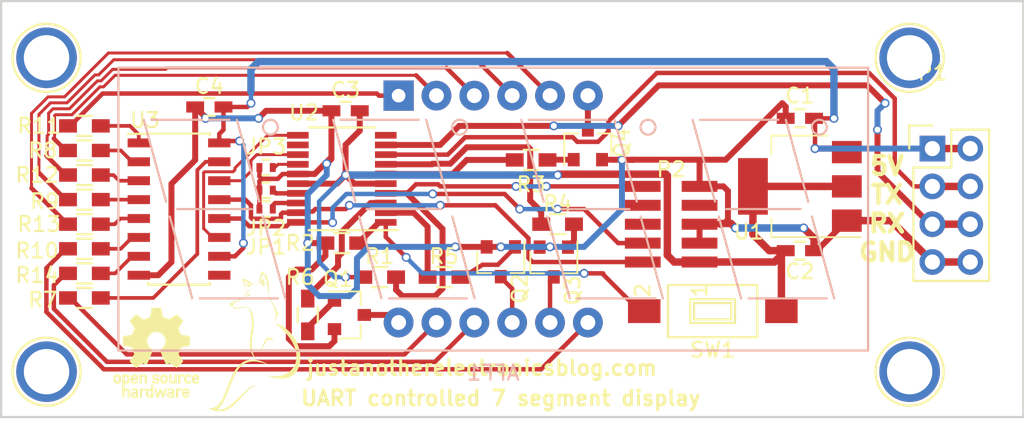
<source format=kicad_pcb>
(kicad_pcb (version 4) (host pcbnew 4.0.5+dfsg1-4)

  (general
    (links 78)
    (no_connects 0)
    (area 93.904999 104.064999 162.635001 132.155001)
    (thickness 1.6)
    (drawings 7)
    (tracks 427)
    (zones 0)
    (modules 38)
    (nets 43)
  )

  (page A4)
  (layers
    (0 F.Cu signal)
    (31 B.Cu signal)
    (32 B.Adhes user)
    (33 F.Adhes user)
    (34 B.Paste user)
    (35 F.Paste user)
    (36 B.SilkS user)
    (37 F.SilkS user)
    (38 B.Mask user)
    (39 F.Mask user)
    (40 Dwgs.User user)
    (41 Cmts.User user)
    (42 Eco1.User user)
    (43 Eco2.User user)
    (44 Edge.Cuts user)
    (45 Margin user)
    (46 B.CrtYd user)
    (47 F.CrtYd user)
    (48 B.Fab user)
    (49 F.Fab user)
  )

  (setup
    (last_trace_width 0.25)
    (user_trace_width 0.2)
    (user_trace_width 0.2)
    (user_trace_width 0.3)
    (user_trace_width 0.4)
    (user_trace_width 0.5)
    (user_trace_width 0.7)
    (user_trace_width 1)
    (user_trace_width 1.5)
    (trace_clearance 0.2)
    (zone_clearance 0.508)
    (zone_45_only no)
    (trace_min 0.2)
    (segment_width 0.2)
    (edge_width 0.15)
    (via_size 0.6)
    (via_drill 0.4)
    (via_min_size 0.6)
    (via_min_drill 0.3)
    (user_via 0.6 0.3)
    (user_via 0.7 0.4)
    (user_via 0.8 0.5)
    (user_via 1 0.6)
    (uvia_size 0.3)
    (uvia_drill 0.1)
    (uvias_allowed no)
    (uvia_min_size 0.2)
    (uvia_min_drill 0.1)
    (pcb_text_width 0.3)
    (pcb_text_size 1.5 1.5)
    (mod_edge_width 0.15)
    (mod_text_size 1 1)
    (mod_text_width 0.15)
    (pad_size 1.524 1.524)
    (pad_drill 0.762)
    (pad_to_mask_clearance 0.2)
    (aux_axis_origin 0 0)
    (visible_elements FFFEFF7F)
    (pcbplotparams
      (layerselection 0x011fc_80000001)
      (usegerberextensions true)
      (excludeedgelayer true)
      (linewidth 0.100000)
      (plotframeref false)
      (viasonmask false)
      (mode 1)
      (useauxorigin false)
      (hpglpennumber 1)
      (hpglpenspeed 20)
      (hpglpendiameter 15)
      (hpglpenoverlay 2)
      (psnegative false)
      (psa4output false)
      (plotreference true)
      (plotvalue true)
      (plotinvisibletext false)
      (padsonsilk false)
      (subtractmaskfromsilk false)
      (outputformat 1)
      (mirror false)
      (drillshape 0)
      (scaleselection 1)
      (outputdirectory GERBER/))
  )

  (net 0 "")
  (net 1 "Net-(AFF1-Pad1)")
  (net 2 "Net-(AFF1-Pad2)")
  (net 3 "Net-(AFF1-Pad3)")
  (net 4 "Net-(AFF1-Pad4)")
  (net 5 "Net-(AFF1-Pad5)")
  (net 6 "Net-(AFF1-Pad6)")
  (net 7 "Net-(AFF1-Pad9)")
  (net 8 "Net-(AFF1-Pad8)")
  (net 9 "Net-(AFF1-Pad12)")
  (net 10 "Net-(AFF1-Pad11)")
  (net 11 "Net-(AFF1-Pad7)")
  (net 12 "Net-(AFF1-Pad10)")
  (net 13 VCC)
  (net 14 GND)
  (net 15 +3V3)
  (net 16 "Net-(JP3-Pad2)")
  (net 17 TX)
  (net 18 RX)
  (net 19 "Net-(P2-Pad10)")
  (net 20 "Net-(Q1-Pad1)")
  (net 21 "Net-(Q2-Pad1)")
  (net 22 "Net-(Q3-Pad1)")
  (net 23 "Net-(Q4-Pad1)")
  (net 24 "Net-(R2-Pad1)")
  (net 25 "Net-(R3-Pad2)")
  (net 26 "Net-(R4-Pad2)")
  (net 27 OE)
  (net 28 EN)
  (net 29 SCK)
  (net 30 MOSI)
  (net 31 "Net-(JP1-Pad1)")
  (net 32 "Net-(JP2-Pad1)")
  (net 33 "Net-(R5-Pad2)")
  (net 34 "Net-(R6-Pad2)")
  (net 35 "Net-(R7-Pad2)")
  (net 36 "Net-(R8-Pad2)")
  (net 37 "Net-(R9-Pad2)")
  (net 38 "Net-(R10-Pad2)")
  (net 39 "Net-(R11-Pad2)")
  (net 40 "Net-(R12-Pad2)")
  (net 41 "Net-(R13-Pad2)")
  (net 42 "Net-(R14-Pad2)")

  (net_class Default "This is the default net class."
    (clearance 0.2)
    (trace_width 0.25)
    (via_dia 0.6)
    (via_drill 0.4)
    (uvia_dia 0.3)
    (uvia_drill 0.1)
    (add_net +3V3)
    (add_net EN)
    (add_net GND)
    (add_net MOSI)
    (add_net "Net-(AFF1-Pad1)")
    (add_net "Net-(AFF1-Pad10)")
    (add_net "Net-(AFF1-Pad11)")
    (add_net "Net-(AFF1-Pad12)")
    (add_net "Net-(AFF1-Pad2)")
    (add_net "Net-(AFF1-Pad3)")
    (add_net "Net-(AFF1-Pad4)")
    (add_net "Net-(AFF1-Pad5)")
    (add_net "Net-(AFF1-Pad6)")
    (add_net "Net-(AFF1-Pad7)")
    (add_net "Net-(AFF1-Pad8)")
    (add_net "Net-(AFF1-Pad9)")
    (add_net "Net-(JP1-Pad1)")
    (add_net "Net-(JP2-Pad1)")
    (add_net "Net-(JP3-Pad2)")
    (add_net "Net-(P2-Pad10)")
    (add_net "Net-(Q1-Pad1)")
    (add_net "Net-(Q2-Pad1)")
    (add_net "Net-(Q3-Pad1)")
    (add_net "Net-(Q4-Pad1)")
    (add_net "Net-(R10-Pad2)")
    (add_net "Net-(R11-Pad2)")
    (add_net "Net-(R12-Pad2)")
    (add_net "Net-(R13-Pad2)")
    (add_net "Net-(R14-Pad2)")
    (add_net "Net-(R2-Pad1)")
    (add_net "Net-(R3-Pad2)")
    (add_net "Net-(R4-Pad2)")
    (add_net "Net-(R5-Pad2)")
    (add_net "Net-(R6-Pad2)")
    (add_net "Net-(R7-Pad2)")
    (add_net "Net-(R8-Pad2)")
    (add_net "Net-(R9-Pad2)")
    (add_net OE)
    (add_net RX)
    (add_net SCK)
    (add_net TX)
    (add_net VCC)
  )

  (module Connectors:1pin (layer F.Cu) (tedit 59B18709) (tstamp 59BD7B8B)
    (at 154.94 107.95)
    (descr "module 1 pin (ou trou mecanique de percage)")
    (tags DEV)
    (fp_text reference REF** (at 0 -3.048) (layer F.SilkS) hide
      (effects (font (size 1 1) (thickness 0.15)))
    )
    (fp_text value 1pin (at 0 2.794) (layer F.Fab)
      (effects (font (size 1 1) (thickness 0.15)))
    )
    (fp_circle (center 0 0) (end 0 -2.286) (layer F.SilkS) (width 0.15))
    (pad 1 thru_hole circle (at 0 0) (size 4.064 4.064) (drill 3.048) (layers *.Cu *.Mask))
  )

  (module Connectors:1pin (layer F.Cu) (tedit 59B18706) (tstamp 59BD7B86)
    (at 154.94 129.032)
    (descr "module 1 pin (ou trou mecanique de percage)")
    (tags DEV)
    (fp_text reference REF** (at 0 -3.048) (layer F.SilkS) hide
      (effects (font (size 1 1) (thickness 0.15)))
    )
    (fp_text value 1pin (at 0 2.794) (layer F.Fab)
      (effects (font (size 1 1) (thickness 0.15)))
    )
    (fp_circle (center 0 0) (end 0 -2.286) (layer F.SilkS) (width 0.15))
    (pad 1 thru_hole circle (at 0 0) (size 4.064 4.064) (drill 3.048) (layers *.Cu *.Mask))
  )

  (module Connectors:1pin (layer F.Cu) (tedit 59B18711) (tstamp 59BD7B71)
    (at 97.028 129.032)
    (descr "module 1 pin (ou trou mecanique de percage)")
    (tags DEV)
    (fp_text reference REF** (at 0 -3.048) (layer F.SilkS) hide
      (effects (font (size 1 1) (thickness 0.15)))
    )
    (fp_text value 1pin (at 0 2.794) (layer F.Fab)
      (effects (font (size 1 1) (thickness 0.15)))
    )
    (fp_circle (center 0 0) (end 0 -2.286) (layer F.SilkS) (width 0.15))
    (pad 1 thru_hole circle (at 0 0) (size 4.064 4.064) (drill 3.048) (layers *.Cu *.Mask))
  )

  (module Displays_7-Segment:Cx56-12 (layer B.Cu) (tedit 557ED01E) (tstamp 59AAC95B)
    (at 120.65 110.49)
    (descr "4x7-segments, 14 mm, Kingbright CA56-12 and CC56-12 displays")
    (tags "7-segments display")
    (path /59A9CD7B)
    (fp_text reference AFF1 (at 6.35 18.62) (layer B.SilkS)
      (effects (font (size 1 1) (thickness 0.15)) (justify mirror))
    )
    (fp_text value CC56-12 (at 6.35 -3.38) (layer B.Fab)
      (effects (font (size 1 1) (thickness 0.15)) (justify mirror))
    )
    (fp_line (start 31.75 -2.15) (end -19.05 -2.15) (layer B.CrtYd) (width 0.05))
    (fp_line (start 31.75 17.35) (end 31.75 -2.15) (layer B.CrtYd) (width 0.05))
    (fp_line (start -19.05 17.35) (end 31.75 17.35) (layer B.CrtYd) (width 0.05))
    (fp_line (start -19.05 -2.15) (end -19.05 17.35) (layer B.CrtYd) (width 0.05))
    (fp_line (start 31.5 -1.88) (end -18.8 -1.88) (layer B.SilkS) (width 0.15))
    (fp_line (start -18.8 -1.88) (end -18.8 17.12) (layer B.SilkS) (width 0.15))
    (fp_line (start -18.8 17.12) (end 31.5 17.12) (layer B.SilkS) (width 0.15))
    (fp_line (start 31.5 17.12) (end 31.5 -1.88) (layer B.SilkS) (width 0.15))
    (fp_line (start 21.98 7.62) (end 26.98 7.62) (layer B.SilkS) (width 0.15))
    (fp_line (start 20.23 1.62) (end 25.48 1.62) (layer B.SilkS) (width 0.15))
    (fp_line (start 27.73 8.12) (end 29.23 13.62) (layer B.SilkS) (width 0.15))
    (fp_line (start 25.98 1.62) (end 27.48 7.12) (layer B.SilkS) (width 0.15))
    (fp_line (start 21.48 8.12) (end 22.98 13.62) (layer B.SilkS) (width 0.15))
    (fp_line (start 19.73 1.62) (end 21.23 7.12) (layer B.SilkS) (width 0.15))
    (fp_line (start 23.48 13.62) (end 28.73 13.62) (layer B.SilkS) (width 0.15))
    (fp_line (start -14.85 7.62) (end -9.85 7.62) (layer B.SilkS) (width 0.15))
    (fp_line (start -16.6 1.62) (end -11.35 1.62) (layer B.SilkS) (width 0.15))
    (fp_line (start -9.1 8.12) (end -7.6 13.62) (layer B.SilkS) (width 0.15))
    (fp_line (start -10.85 1.62) (end -9.35 7.12) (layer B.SilkS) (width 0.15))
    (fp_line (start -15.35 8.12) (end -13.85 13.62) (layer B.SilkS) (width 0.15))
    (fp_line (start -17.1 1.62) (end -15.6 7.12) (layer B.SilkS) (width 0.15))
    (fp_line (start -13.35 13.62) (end -8.1 13.62) (layer B.SilkS) (width 0.15))
    (fp_line (start -0.65 13.62) (end 4.6 13.62) (layer B.SilkS) (width 0.15))
    (fp_line (start -4.4 1.62) (end -2.9 7.12) (layer B.SilkS) (width 0.15))
    (fp_line (start -2.65 8.12) (end -1.15 13.62) (layer B.SilkS) (width 0.15))
    (fp_line (start 1.85 1.62) (end 3.35 7.12) (layer B.SilkS) (width 0.15))
    (fp_line (start 3.6 8.12) (end 5.1 13.62) (layer B.SilkS) (width 0.15))
    (fp_line (start -3.9 1.62) (end 1.35 1.62) (layer B.SilkS) (width 0.15))
    (fp_line (start -2.15 7.62) (end 2.85 7.62) (layer B.SilkS) (width 0.15))
    (fp_line (start 16.235 8.12) (end 17.735 13.62) (layer B.SilkS) (width 0.15))
    (fp_line (start 11.985 13.62) (end 17.235 13.62) (layer B.SilkS) (width 0.15))
    (fp_line (start 9.985 8.12) (end 11.485 13.62) (layer B.SilkS) (width 0.15))
    (fp_line (start 10.485 7.62) (end 15.485 7.62) (layer B.SilkS) (width 0.15))
    (fp_line (start 8.735 1.62) (end 13.985 1.62) (layer B.SilkS) (width 0.15))
    (fp_line (start 8.235 1.62) (end 9.735 7.12) (layer B.SilkS) (width 0.15))
    (fp_line (start 14.485 1.62) (end 15.985 7.12) (layer B.SilkS) (width 0.15))
    (fp_circle (center 28.23 2.12) (end 28.23 1.62) (layer B.SilkS) (width 0.15))
    (fp_circle (center -8.6 2.12) (end -8.6 1.62) (layer B.SilkS) (width 0.15))
    (fp_circle (center 16.735 2.12) (end 16.735 1.62) (layer B.SilkS) (width 0.15))
    (fp_circle (center 4.1 2.12) (end 4.1 1.62) (layer B.SilkS) (width 0.15))
    (pad 1 thru_hole rect (at 0 0) (size 2.032 2.032) (drill 0.9144) (layers *.Cu *.Mask)
      (net 1 "Net-(AFF1-Pad1)"))
    (pad 2 thru_hole circle (at 2.54 0) (size 2 2) (drill 1) (layers *.Cu *.Mask)
      (net 2 "Net-(AFF1-Pad2)"))
    (pad 3 thru_hole circle (at 5.08 0) (size 2 2) (drill 1) (layers *.Cu *.Mask)
      (net 3 "Net-(AFF1-Pad3)"))
    (pad 4 thru_hole circle (at 7.62 0) (size 2 2) (drill 1) (layers *.Cu *.Mask)
      (net 4 "Net-(AFF1-Pad4)"))
    (pad 5 thru_hole circle (at 10.16 0) (size 2 2) (drill 1) (layers *.Cu *.Mask)
      (net 5 "Net-(AFF1-Pad5)"))
    (pad 6 thru_hole circle (at 12.7 0) (size 2 2) (drill 1) (layers *.Cu *.Mask)
      (net 6 "Net-(AFF1-Pad6)"))
    (pad 9 thru_hole circle (at 7.62 15.24) (size 2 2) (drill 1) (layers *.Cu *.Mask)
      (net 7 "Net-(AFF1-Pad9)"))
    (pad 8 thru_hole circle (at 10.16 15.24) (size 2 2) (drill 1) (layers *.Cu *.Mask)
      (net 8 "Net-(AFF1-Pad8)"))
    (pad 12 thru_hole circle (at 0 15.24) (size 2 2) (drill 1) (layers *.Cu *.Mask)
      (net 9 "Net-(AFF1-Pad12)"))
    (pad 11 thru_hole circle (at 2.54 15.24) (size 2 2) (drill 1) (layers *.Cu *.Mask)
      (net 10 "Net-(AFF1-Pad11)"))
    (pad 7 thru_hole circle (at 12.7 15.24) (size 2 2) (drill 1) (layers *.Cu *.Mask)
      (net 11 "Net-(AFF1-Pad7)"))
    (pad 10 thru_hole circle (at 5.08 15.24) (size 2 2) (drill 1) (layers *.Cu *.Mask)
      (net 12 "Net-(AFF1-Pad10)"))
    (model Displays_7-Segment.3dshapes/Cx56-12.wrl
      (at (xyz 0.254 0.3 0.03937))
      (scale (xyz 0.393701 0.393701 0.393701))
      (rotate (xyz 0 0 0))
    )
  )

  (module Capacitors_SMD:C_0603_HandSoldering (layer F.Cu) (tedit 541A9B4D) (tstamp 59AAC961)
    (at 147.574 112.014 180)
    (descr "Capacitor SMD 0603, hand soldering")
    (tags "capacitor 0603")
    (path /59A9FCAA)
    (attr smd)
    (fp_text reference C1 (at 0 1.524 180) (layer F.SilkS)
      (effects (font (size 1 1) (thickness 0.15)))
    )
    (fp_text value 100n (at 0 1.9 180) (layer F.Fab)
      (effects (font (size 1 1) (thickness 0.15)))
    )
    (fp_line (start -0.8 0.4) (end -0.8 -0.4) (layer F.Fab) (width 0.15))
    (fp_line (start 0.8 0.4) (end -0.8 0.4) (layer F.Fab) (width 0.15))
    (fp_line (start 0.8 -0.4) (end 0.8 0.4) (layer F.Fab) (width 0.15))
    (fp_line (start -0.8 -0.4) (end 0.8 -0.4) (layer F.Fab) (width 0.15))
    (fp_line (start -1.85 -0.75) (end 1.85 -0.75) (layer F.CrtYd) (width 0.05))
    (fp_line (start -1.85 0.75) (end 1.85 0.75) (layer F.CrtYd) (width 0.05))
    (fp_line (start -1.85 -0.75) (end -1.85 0.75) (layer F.CrtYd) (width 0.05))
    (fp_line (start 1.85 -0.75) (end 1.85 0.75) (layer F.CrtYd) (width 0.05))
    (fp_line (start -0.35 -0.6) (end 0.35 -0.6) (layer F.SilkS) (width 0.15))
    (fp_line (start 0.35 0.6) (end -0.35 0.6) (layer F.SilkS) (width 0.15))
    (pad 1 smd rect (at -0.95 0 180) (size 1.2 0.75) (layers F.Cu F.Paste F.Mask)
      (net 13 VCC))
    (pad 2 smd rect (at 0.95 0 180) (size 1.2 0.75) (layers F.Cu F.Paste F.Mask)
      (net 14 GND))
    (model Capacitors_SMD.3dshapes/C_0603_HandSoldering.wrl
      (at (xyz 0 0 0))
      (scale (xyz 1 1 1))
      (rotate (xyz 0 0 0))
    )
  )

  (module Capacitors_SMD:C_0603_HandSoldering (layer F.Cu) (tedit 541A9B4D) (tstamp 59AAC967)
    (at 147.574 120.904)
    (descr "Capacitor SMD 0603, hand soldering")
    (tags "capacitor 0603")
    (path /59A9FD2C)
    (attr smd)
    (fp_text reference C2 (at 0 1.397) (layer F.SilkS)
      (effects (font (size 1 1) (thickness 0.15)))
    )
    (fp_text value 100n (at 0 1.9) (layer F.Fab)
      (effects (font (size 1 1) (thickness 0.15)))
    )
    (fp_line (start -0.8 0.4) (end -0.8 -0.4) (layer F.Fab) (width 0.15))
    (fp_line (start 0.8 0.4) (end -0.8 0.4) (layer F.Fab) (width 0.15))
    (fp_line (start 0.8 -0.4) (end 0.8 0.4) (layer F.Fab) (width 0.15))
    (fp_line (start -0.8 -0.4) (end 0.8 -0.4) (layer F.Fab) (width 0.15))
    (fp_line (start -1.85 -0.75) (end 1.85 -0.75) (layer F.CrtYd) (width 0.05))
    (fp_line (start -1.85 0.75) (end 1.85 0.75) (layer F.CrtYd) (width 0.05))
    (fp_line (start -1.85 -0.75) (end -1.85 0.75) (layer F.CrtYd) (width 0.05))
    (fp_line (start 1.85 -0.75) (end 1.85 0.75) (layer F.CrtYd) (width 0.05))
    (fp_line (start -0.35 -0.6) (end 0.35 -0.6) (layer F.SilkS) (width 0.15))
    (fp_line (start 0.35 0.6) (end -0.35 0.6) (layer F.SilkS) (width 0.15))
    (pad 1 smd rect (at -0.95 0) (size 1.2 0.75) (layers F.Cu F.Paste F.Mask)
      (net 15 +3V3))
    (pad 2 smd rect (at 0.95 0) (size 1.2 0.75) (layers F.Cu F.Paste F.Mask)
      (net 14 GND))
    (model Capacitors_SMD.3dshapes/C_0603_HandSoldering.wrl
      (at (xyz 0 0 0))
      (scale (xyz 1 1 1))
      (rotate (xyz 0 0 0))
    )
  )

  (module Capacitors_SMD:C_0603_HandSoldering (layer F.Cu) (tedit 541A9B4D) (tstamp 59AAC96D)
    (at 117.094 111.506 180)
    (descr "Capacitor SMD 0603, hand soldering")
    (tags "capacitor 0603")
    (path /59A9E784)
    (attr smd)
    (fp_text reference C3 (at 0 1.397 180) (layer F.SilkS)
      (effects (font (size 1 1) (thickness 0.15)))
    )
    (fp_text value 100n (at 0 1.9 180) (layer F.Fab)
      (effects (font (size 1 1) (thickness 0.15)))
    )
    (fp_line (start -0.8 0.4) (end -0.8 -0.4) (layer F.Fab) (width 0.15))
    (fp_line (start 0.8 0.4) (end -0.8 0.4) (layer F.Fab) (width 0.15))
    (fp_line (start 0.8 -0.4) (end 0.8 0.4) (layer F.Fab) (width 0.15))
    (fp_line (start -0.8 -0.4) (end 0.8 -0.4) (layer F.Fab) (width 0.15))
    (fp_line (start -1.85 -0.75) (end 1.85 -0.75) (layer F.CrtYd) (width 0.05))
    (fp_line (start -1.85 0.75) (end 1.85 0.75) (layer F.CrtYd) (width 0.05))
    (fp_line (start -1.85 -0.75) (end -1.85 0.75) (layer F.CrtYd) (width 0.05))
    (fp_line (start 1.85 -0.75) (end 1.85 0.75) (layer F.CrtYd) (width 0.05))
    (fp_line (start -0.35 -0.6) (end 0.35 -0.6) (layer F.SilkS) (width 0.15))
    (fp_line (start 0.35 0.6) (end -0.35 0.6) (layer F.SilkS) (width 0.15))
    (pad 1 smd rect (at -0.95 0 180) (size 1.2 0.75) (layers F.Cu F.Paste F.Mask)
      (net 15 +3V3))
    (pad 2 smd rect (at 0.95 0 180) (size 1.2 0.75) (layers F.Cu F.Paste F.Mask)
      (net 14 GND))
    (model Capacitors_SMD.3dshapes/C_0603_HandSoldering.wrl
      (at (xyz 0 0 0))
      (scale (xyz 1 1 1))
      (rotate (xyz 0 0 0))
    )
  )

  (module Capacitors_SMD:C_0603_HandSoldering (layer F.Cu) (tedit 541A9B4D) (tstamp 59AAC973)
    (at 107.95 111.252 180)
    (descr "Capacitor SMD 0603, hand soldering")
    (tags "capacitor 0603")
    (path /59A9EEA5)
    (attr smd)
    (fp_text reference C4 (at 0 1.397 180) (layer F.SilkS)
      (effects (font (size 1 1) (thickness 0.15)))
    )
    (fp_text value 100n (at 0 1.9 180) (layer F.Fab)
      (effects (font (size 1 1) (thickness 0.15)))
    )
    (fp_line (start -0.8 0.4) (end -0.8 -0.4) (layer F.Fab) (width 0.15))
    (fp_line (start 0.8 0.4) (end -0.8 0.4) (layer F.Fab) (width 0.15))
    (fp_line (start 0.8 -0.4) (end 0.8 0.4) (layer F.Fab) (width 0.15))
    (fp_line (start -0.8 -0.4) (end 0.8 -0.4) (layer F.Fab) (width 0.15))
    (fp_line (start -1.85 -0.75) (end 1.85 -0.75) (layer F.CrtYd) (width 0.05))
    (fp_line (start -1.85 0.75) (end 1.85 0.75) (layer F.CrtYd) (width 0.05))
    (fp_line (start -1.85 -0.75) (end -1.85 0.75) (layer F.CrtYd) (width 0.05))
    (fp_line (start 1.85 -0.75) (end 1.85 0.75) (layer F.CrtYd) (width 0.05))
    (fp_line (start -0.35 -0.6) (end 0.35 -0.6) (layer F.SilkS) (width 0.15))
    (fp_line (start 0.35 0.6) (end -0.35 0.6) (layer F.SilkS) (width 0.15))
    (pad 1 smd rect (at -0.95 0 180) (size 1.2 0.75) (layers F.Cu F.Paste F.Mask)
      (net 13 VCC))
    (pad 2 smd rect (at 0.95 0 180) (size 1.2 0.75) (layers F.Cu F.Paste F.Mask)
      (net 14 GND))
    (model Capacitors_SMD.3dshapes/C_0603_HandSoldering.wrl
      (at (xyz 0 0 0))
      (scale (xyz 1 1 1))
      (rotate (xyz 0 0 0))
    )
  )

  (module tom_kicad_lib:SWD_CONN (layer F.Cu) (tedit 59B187DE) (tstamp 59AAC99B)
    (at 138.938 119.126 180)
    (descr "SMD 2x5 pin header, 1.27mm pitch")
    (path /59AACF73)
    (attr smd)
    (fp_text reference P2 (at 0 3.683 180) (layer F.SilkS)
      (effects (font (size 1 1) (thickness 0.15)))
    )
    (fp_text value SWD_CONN (at 0 6.35 180) (layer F.SilkS) hide
      (effects (font (size 1 1) (thickness 0.15)))
    )
    (fp_text user 2 (at 1.905 -4.445 270) (layer F.SilkS)
      (effects (font (size 1 1) (thickness 0.15)))
    )
    (fp_text user 1 (at -1.905 -4.445 270) (layer F.SilkS)
      (effects (font (size 1 1) (thickness 0.15)))
    )
    (pad 1 smd rect (at -1.905 -2.54 180) (size 2.4 0.74) (layers F.Cu F.Paste F.Mask)
      (net 15 +3V3))
    (pad 2 smd rect (at 1.905 -2.54 180) (size 2.4 0.74) (layers F.Cu F.Paste F.Mask)
      (net 27 OE))
    (pad 3 smd rect (at -1.905 -1.27 180) (size 2.4 0.74) (layers F.Cu F.Paste F.Mask)
      (net 14 GND))
    (pad 4 smd rect (at 1.905 -1.27 180) (size 2.4 0.74) (layers F.Cu F.Paste F.Mask)
      (net 28 EN))
    (pad 5 smd rect (at -1.905 0 180) (size 2.4 0.74) (layers F.Cu F.Paste F.Mask)
      (net 14 GND))
    (pad 6 smd rect (at 1.905 0 180) (size 2.4 0.74) (layers F.Cu F.Paste F.Mask))
    (pad 7 smd rect (at -1.905 1.27 180) (size 2.4 0.74) (layers F.Cu F.Paste F.Mask))
    (pad 8 smd rect (at 1.905 1.27 180) (size 2.4 0.74) (layers F.Cu F.Paste F.Mask))
    (pad 9 smd rect (at -1.905 2.54 180) (size 2.4 0.74) (layers F.Cu F.Paste F.Mask)
      (net 14 GND))
    (pad 10 smd rect (at 1.905 2.54 180) (size 2.4 0.74) (layers F.Cu F.Paste F.Mask)
      (net 19 "Net-(P2-Pad10)"))
  )

  (module TO_SOT_Packages_SMD:SOT-23 (layer F.Cu) (tedit 583F39EB) (tstamp 59AAC9A2)
    (at 117.348 125.222)
    (descr "SOT-23, Standard")
    (tags SOT-23)
    (path /59A9D6E7)
    (attr smd)
    (fp_text reference Q1 (at -0.762 -2.413) (layer F.SilkS)
      (effects (font (size 1 1) (thickness 0.15)))
    )
    (fp_text value BC849 (at 0 2.5) (layer F.Fab)
      (effects (font (size 1 1) (thickness 0.15)))
    )
    (fp_line (start 0.76 1.58) (end 0.76 0.65) (layer F.SilkS) (width 0.12))
    (fp_line (start 0.76 -1.58) (end 0.76 -0.65) (layer F.SilkS) (width 0.12))
    (fp_line (start 0.7 -1.52) (end 0.7 1.52) (layer F.Fab) (width 0.15))
    (fp_line (start -0.7 1.52) (end 0.7 1.52) (layer F.Fab) (width 0.15))
    (fp_line (start -1.7 -1.75) (end 1.7 -1.75) (layer F.CrtYd) (width 0.05))
    (fp_line (start 1.7 -1.75) (end 1.7 1.75) (layer F.CrtYd) (width 0.05))
    (fp_line (start 1.7 1.75) (end -1.7 1.75) (layer F.CrtYd) (width 0.05))
    (fp_line (start -1.7 1.75) (end -1.7 -1.75) (layer F.CrtYd) (width 0.05))
    (fp_line (start 0.76 -1.58) (end -1.4 -1.58) (layer F.SilkS) (width 0.12))
    (fp_line (start -0.7 -1.52) (end 0.7 -1.52) (layer F.Fab) (width 0.15))
    (fp_line (start -0.7 -1.52) (end -0.7 1.52) (layer F.Fab) (width 0.15))
    (fp_line (start 0.76 1.58) (end -0.7 1.58) (layer F.SilkS) (width 0.12))
    (pad 1 smd rect (at -1 -0.95) (size 0.9 0.8) (layers F.Cu F.Paste F.Mask)
      (net 20 "Net-(Q1-Pad1)"))
    (pad 2 smd rect (at -1 0.95) (size 0.9 0.8) (layers F.Cu F.Paste F.Mask)
      (net 14 GND))
    (pad 3 smd rect (at 1 0) (size 0.9 0.8) (layers F.Cu F.Paste F.Mask)
      (net 9 "Net-(AFF1-Pad12)"))
    (model TO_SOT_Packages_SMD.3dshapes/SOT-23.wrl
      (at (xyz 0 0 0))
      (scale (xyz 1 1 1))
      (rotate (xyz 0 0 90))
    )
  )

  (module TO_SOT_Packages_SMD:SOT-23 (layer F.Cu) (tedit 583F39EB) (tstamp 59AAC9A9)
    (at 127.508 121.65 270)
    (descr "SOT-23, Standard")
    (tags SOT-23)
    (path /59A9D835)
    (attr smd)
    (fp_text reference Q2 (at 1.794 -1.27 270) (layer F.SilkS)
      (effects (font (size 1 1) (thickness 0.15)))
    )
    (fp_text value BC849 (at 0 2.5 270) (layer F.Fab)
      (effects (font (size 1 1) (thickness 0.15)))
    )
    (fp_line (start 0.76 1.58) (end 0.76 0.65) (layer F.SilkS) (width 0.12))
    (fp_line (start 0.76 -1.58) (end 0.76 -0.65) (layer F.SilkS) (width 0.12))
    (fp_line (start 0.7 -1.52) (end 0.7 1.52) (layer F.Fab) (width 0.15))
    (fp_line (start -0.7 1.52) (end 0.7 1.52) (layer F.Fab) (width 0.15))
    (fp_line (start -1.7 -1.75) (end 1.7 -1.75) (layer F.CrtYd) (width 0.05))
    (fp_line (start 1.7 -1.75) (end 1.7 1.75) (layer F.CrtYd) (width 0.05))
    (fp_line (start 1.7 1.75) (end -1.7 1.75) (layer F.CrtYd) (width 0.05))
    (fp_line (start -1.7 1.75) (end -1.7 -1.75) (layer F.CrtYd) (width 0.05))
    (fp_line (start 0.76 -1.58) (end -1.4 -1.58) (layer F.SilkS) (width 0.12))
    (fp_line (start -0.7 -1.52) (end 0.7 -1.52) (layer F.Fab) (width 0.15))
    (fp_line (start -0.7 -1.52) (end -0.7 1.52) (layer F.Fab) (width 0.15))
    (fp_line (start 0.76 1.58) (end -0.7 1.58) (layer F.SilkS) (width 0.12))
    (pad 1 smd rect (at -1 -0.95 270) (size 0.9 0.8) (layers F.Cu F.Paste F.Mask)
      (net 21 "Net-(Q2-Pad1)"))
    (pad 2 smd rect (at -1 0.95 270) (size 0.9 0.8) (layers F.Cu F.Paste F.Mask)
      (net 14 GND))
    (pad 3 smd rect (at 1 0 270) (size 0.9 0.8) (layers F.Cu F.Paste F.Mask)
      (net 7 "Net-(AFF1-Pad9)"))
    (model TO_SOT_Packages_SMD.3dshapes/SOT-23.wrl
      (at (xyz 0 0 0))
      (scale (xyz 1 1 1))
      (rotate (xyz 0 0 90))
    )
  )

  (module TO_SOT_Packages_SMD:SOT-23 (layer F.Cu) (tedit 583F39EB) (tstamp 59AAC9B0)
    (at 131.064 121.666 270)
    (descr "SOT-23, Standard")
    (tags SOT-23)
    (path /59A9D89E)
    (attr smd)
    (fp_text reference Q3 (at 1.905 -1.27 270) (layer F.SilkS)
      (effects (font (size 1 1) (thickness 0.15)))
    )
    (fp_text value BC849 (at 0 2.5 270) (layer F.Fab)
      (effects (font (size 1 1) (thickness 0.15)))
    )
    (fp_line (start 0.76 1.58) (end 0.76 0.65) (layer F.SilkS) (width 0.12))
    (fp_line (start 0.76 -1.58) (end 0.76 -0.65) (layer F.SilkS) (width 0.12))
    (fp_line (start 0.7 -1.52) (end 0.7 1.52) (layer F.Fab) (width 0.15))
    (fp_line (start -0.7 1.52) (end 0.7 1.52) (layer F.Fab) (width 0.15))
    (fp_line (start -1.7 -1.75) (end 1.7 -1.75) (layer F.CrtYd) (width 0.05))
    (fp_line (start 1.7 -1.75) (end 1.7 1.75) (layer F.CrtYd) (width 0.05))
    (fp_line (start 1.7 1.75) (end -1.7 1.75) (layer F.CrtYd) (width 0.05))
    (fp_line (start -1.7 1.75) (end -1.7 -1.75) (layer F.CrtYd) (width 0.05))
    (fp_line (start 0.76 -1.58) (end -1.4 -1.58) (layer F.SilkS) (width 0.12))
    (fp_line (start -0.7 -1.52) (end 0.7 -1.52) (layer F.Fab) (width 0.15))
    (fp_line (start -0.7 -1.52) (end -0.7 1.52) (layer F.Fab) (width 0.15))
    (fp_line (start 0.76 1.58) (end -0.7 1.58) (layer F.SilkS) (width 0.12))
    (pad 1 smd rect (at -1 -0.95 270) (size 0.9 0.8) (layers F.Cu F.Paste F.Mask)
      (net 22 "Net-(Q3-Pad1)"))
    (pad 2 smd rect (at -1 0.95 270) (size 0.9 0.8) (layers F.Cu F.Paste F.Mask)
      (net 14 GND))
    (pad 3 smd rect (at 1 0 270) (size 0.9 0.8) (layers F.Cu F.Paste F.Mask)
      (net 8 "Net-(AFF1-Pad8)"))
    (model TO_SOT_Packages_SMD.3dshapes/SOT-23.wrl
      (at (xyz 0 0 0))
      (scale (xyz 1 1 1))
      (rotate (xyz 0 0 90))
    )
  )

  (module TO_SOT_Packages_SMD:SOT-23 (layer F.Cu) (tedit 583F39EB) (tstamp 59AAC9B7)
    (at 133.35 113.792 90)
    (descr "SOT-23, Standard")
    (tags SOT-23)
    (path /59A9D8D8)
    (attr smd)
    (fp_text reference Q4 (at 0.127 2.286 90) (layer F.SilkS)
      (effects (font (size 1 1) (thickness 0.15)))
    )
    (fp_text value BC849 (at 0 2.5 90) (layer F.Fab)
      (effects (font (size 1 1) (thickness 0.15)))
    )
    (fp_line (start 0.76 1.58) (end 0.76 0.65) (layer F.SilkS) (width 0.12))
    (fp_line (start 0.76 -1.58) (end 0.76 -0.65) (layer F.SilkS) (width 0.12))
    (fp_line (start 0.7 -1.52) (end 0.7 1.52) (layer F.Fab) (width 0.15))
    (fp_line (start -0.7 1.52) (end 0.7 1.52) (layer F.Fab) (width 0.15))
    (fp_line (start -1.7 -1.75) (end 1.7 -1.75) (layer F.CrtYd) (width 0.05))
    (fp_line (start 1.7 -1.75) (end 1.7 1.75) (layer F.CrtYd) (width 0.05))
    (fp_line (start 1.7 1.75) (end -1.7 1.75) (layer F.CrtYd) (width 0.05))
    (fp_line (start -1.7 1.75) (end -1.7 -1.75) (layer F.CrtYd) (width 0.05))
    (fp_line (start 0.76 -1.58) (end -1.4 -1.58) (layer F.SilkS) (width 0.12))
    (fp_line (start -0.7 -1.52) (end 0.7 -1.52) (layer F.Fab) (width 0.15))
    (fp_line (start -0.7 -1.52) (end -0.7 1.52) (layer F.Fab) (width 0.15))
    (fp_line (start 0.76 1.58) (end -0.7 1.58) (layer F.SilkS) (width 0.12))
    (pad 1 smd rect (at -1 -0.95 90) (size 0.9 0.8) (layers F.Cu F.Paste F.Mask)
      (net 23 "Net-(Q4-Pad1)"))
    (pad 2 smd rect (at -1 0.95 90) (size 0.9 0.8) (layers F.Cu F.Paste F.Mask)
      (net 14 GND))
    (pad 3 smd rect (at 1 0 90) (size 0.9 0.8) (layers F.Cu F.Paste F.Mask)
      (net 6 "Net-(AFF1-Pad6)"))
    (model TO_SOT_Packages_SMD.3dshapes/SOT-23.wrl
      (at (xyz 0 0 0))
      (scale (xyz 1 1 1))
      (rotate (xyz 0 0 90))
    )
  )

  (module Resistors_SMD:R_0603_HandSoldering (layer F.Cu) (tedit 58307AEF) (tstamp 59AAC9BD)
    (at 119.38 122.682)
    (descr "Resistor SMD 0603, hand soldering")
    (tags "resistor 0603")
    (path /59AAC618)
    (attr smd)
    (fp_text reference R1 (at 0 -1.397) (layer F.SilkS)
      (effects (font (size 1 1) (thickness 0.15)))
    )
    (fp_text value 10K (at 0 1.9) (layer F.Fab)
      (effects (font (size 1 1) (thickness 0.15)))
    )
    (fp_line (start -0.8 0.4) (end -0.8 -0.4) (layer F.Fab) (width 0.1))
    (fp_line (start 0.8 0.4) (end -0.8 0.4) (layer F.Fab) (width 0.1))
    (fp_line (start 0.8 -0.4) (end 0.8 0.4) (layer F.Fab) (width 0.1))
    (fp_line (start -0.8 -0.4) (end 0.8 -0.4) (layer F.Fab) (width 0.1))
    (fp_line (start -2 -0.8) (end 2 -0.8) (layer F.CrtYd) (width 0.05))
    (fp_line (start -2 0.8) (end 2 0.8) (layer F.CrtYd) (width 0.05))
    (fp_line (start -2 -0.8) (end -2 0.8) (layer F.CrtYd) (width 0.05))
    (fp_line (start 2 -0.8) (end 2 0.8) (layer F.CrtYd) (width 0.05))
    (fp_line (start 0.5 0.675) (end -0.5 0.675) (layer F.SilkS) (width 0.15))
    (fp_line (start -0.5 -0.675) (end 0.5 -0.675) (layer F.SilkS) (width 0.15))
    (pad 1 smd rect (at -1.1 0) (size 1.2 0.9) (layers F.Cu F.Paste F.Mask)
      (net 15 +3V3))
    (pad 2 smd rect (at 1.1 0) (size 1.2 0.9) (layers F.Cu F.Paste F.Mask)
      (net 19 "Net-(P2-Pad10)"))
    (model Resistors_SMD.3dshapes/R_0603_HandSoldering.wrl
      (at (xyz 0 0 0))
      (scale (xyz 1 1 1))
      (rotate (xyz 0 0 0))
    )
  )

  (module Resistors_SMD:R_0603_HandSoldering (layer F.Cu) (tedit 58307AEF) (tstamp 59AAC9C3)
    (at 116.84 120.396 180)
    (descr "Resistor SMD 0603, hand soldering")
    (tags "resistor 0603")
    (path /59AAC706)
    (attr smd)
    (fp_text reference R2 (at 2.794 0 180) (layer F.SilkS)
      (effects (font (size 1 1) (thickness 0.15)))
    )
    (fp_text value 10K (at 0 1.9 180) (layer F.Fab)
      (effects (font (size 1 1) (thickness 0.15)))
    )
    (fp_line (start -0.8 0.4) (end -0.8 -0.4) (layer F.Fab) (width 0.1))
    (fp_line (start 0.8 0.4) (end -0.8 0.4) (layer F.Fab) (width 0.1))
    (fp_line (start 0.8 -0.4) (end 0.8 0.4) (layer F.Fab) (width 0.1))
    (fp_line (start -0.8 -0.4) (end 0.8 -0.4) (layer F.Fab) (width 0.1))
    (fp_line (start -2 -0.8) (end 2 -0.8) (layer F.CrtYd) (width 0.05))
    (fp_line (start -2 0.8) (end 2 0.8) (layer F.CrtYd) (width 0.05))
    (fp_line (start -2 -0.8) (end -2 0.8) (layer F.CrtYd) (width 0.05))
    (fp_line (start 2 -0.8) (end 2 0.8) (layer F.CrtYd) (width 0.05))
    (fp_line (start 0.5 0.675) (end -0.5 0.675) (layer F.SilkS) (width 0.15))
    (fp_line (start -0.5 -0.675) (end 0.5 -0.675) (layer F.SilkS) (width 0.15))
    (pad 1 smd rect (at -1.1 0 180) (size 1.2 0.9) (layers F.Cu F.Paste F.Mask)
      (net 24 "Net-(R2-Pad1)"))
    (pad 2 smd rect (at 1.1 0 180) (size 1.2 0.9) (layers F.Cu F.Paste F.Mask)
      (net 14 GND))
    (model Resistors_SMD.3dshapes/R_0603_HandSoldering.wrl
      (at (xyz 0 0 0))
      (scale (xyz 1 1 1))
      (rotate (xyz 0 0 0))
    )
  )

  (module Resistors_SMD:R_0603_HandSoldering (layer F.Cu) (tedit 58307AEF) (tstamp 59AAC9C9)
    (at 129.54 114.808 180)
    (descr "Resistor SMD 0603, hand soldering")
    (tags "resistor 0603")
    (path /59A9DA2A)
    (attr smd)
    (fp_text reference R3 (at 0 -1.651 180) (layer F.SilkS)
      (effects (font (size 1 1) (thickness 0.15)))
    )
    (fp_text value 10K (at 0 1.9 180) (layer F.Fab)
      (effects (font (size 1 1) (thickness 0.15)))
    )
    (fp_line (start -0.8 0.4) (end -0.8 -0.4) (layer F.Fab) (width 0.1))
    (fp_line (start 0.8 0.4) (end -0.8 0.4) (layer F.Fab) (width 0.1))
    (fp_line (start 0.8 -0.4) (end 0.8 0.4) (layer F.Fab) (width 0.1))
    (fp_line (start -0.8 -0.4) (end 0.8 -0.4) (layer F.Fab) (width 0.1))
    (fp_line (start -2 -0.8) (end 2 -0.8) (layer F.CrtYd) (width 0.05))
    (fp_line (start -2 0.8) (end 2 0.8) (layer F.CrtYd) (width 0.05))
    (fp_line (start -2 -0.8) (end -2 0.8) (layer F.CrtYd) (width 0.05))
    (fp_line (start 2 -0.8) (end 2 0.8) (layer F.CrtYd) (width 0.05))
    (fp_line (start 0.5 0.675) (end -0.5 0.675) (layer F.SilkS) (width 0.15))
    (fp_line (start -0.5 -0.675) (end 0.5 -0.675) (layer F.SilkS) (width 0.15))
    (pad 1 smd rect (at -1.1 0 180) (size 1.2 0.9) (layers F.Cu F.Paste F.Mask)
      (net 23 "Net-(Q4-Pad1)"))
    (pad 2 smd rect (at 1.1 0 180) (size 1.2 0.9) (layers F.Cu F.Paste F.Mask)
      (net 25 "Net-(R3-Pad2)"))
    (model Resistors_SMD.3dshapes/R_0603_HandSoldering.wrl
      (at (xyz 0 0 0))
      (scale (xyz 1 1 1))
      (rotate (xyz 0 0 0))
    )
  )

  (module Resistors_SMD:R_0603_HandSoldering (layer F.Cu) (tedit 58307AEF) (tstamp 59AAC9CF)
    (at 131.318 119.126 180)
    (descr "Resistor SMD 0603, hand soldering")
    (tags "resistor 0603")
    (path /59A9DADF)
    (attr smd)
    (fp_text reference R4 (at 0 1.397 180) (layer F.SilkS)
      (effects (font (size 1 1) (thickness 0.15)))
    )
    (fp_text value 10K (at 0 1.9 180) (layer F.Fab)
      (effects (font (size 1 1) (thickness 0.15)))
    )
    (fp_line (start -0.8 0.4) (end -0.8 -0.4) (layer F.Fab) (width 0.1))
    (fp_line (start 0.8 0.4) (end -0.8 0.4) (layer F.Fab) (width 0.1))
    (fp_line (start 0.8 -0.4) (end 0.8 0.4) (layer F.Fab) (width 0.1))
    (fp_line (start -0.8 -0.4) (end 0.8 -0.4) (layer F.Fab) (width 0.1))
    (fp_line (start -2 -0.8) (end 2 -0.8) (layer F.CrtYd) (width 0.05))
    (fp_line (start -2 0.8) (end 2 0.8) (layer F.CrtYd) (width 0.05))
    (fp_line (start -2 -0.8) (end -2 0.8) (layer F.CrtYd) (width 0.05))
    (fp_line (start 2 -0.8) (end 2 0.8) (layer F.CrtYd) (width 0.05))
    (fp_line (start 0.5 0.675) (end -0.5 0.675) (layer F.SilkS) (width 0.15))
    (fp_line (start -0.5 -0.675) (end 0.5 -0.675) (layer F.SilkS) (width 0.15))
    (pad 1 smd rect (at -1.1 0 180) (size 1.2 0.9) (layers F.Cu F.Paste F.Mask)
      (net 22 "Net-(Q3-Pad1)"))
    (pad 2 smd rect (at 1.1 0 180) (size 1.2 0.9) (layers F.Cu F.Paste F.Mask)
      (net 26 "Net-(R4-Pad2)"))
    (model Resistors_SMD.3dshapes/R_0603_HandSoldering.wrl
      (at (xyz 0 0 0))
      (scale (xyz 1 1 1))
      (rotate (xyz 0 0 0))
    )
  )

  (module Resistors_SMD:R_0603_HandSoldering (layer F.Cu) (tedit 58307AEF) (tstamp 59AAC9D5)
    (at 123.698 122.682 180)
    (descr "Resistor SMD 0603, hand soldering")
    (tags "resistor 0603")
    (path /59A9DB3D)
    (attr smd)
    (fp_text reference R5 (at 0 1.397 180) (layer F.SilkS)
      (effects (font (size 1 1) (thickness 0.15)))
    )
    (fp_text value 10K (at 0 1.9 180) (layer F.Fab)
      (effects (font (size 1 1) (thickness 0.15)))
    )
    (fp_line (start -0.8 0.4) (end -0.8 -0.4) (layer F.Fab) (width 0.1))
    (fp_line (start 0.8 0.4) (end -0.8 0.4) (layer F.Fab) (width 0.1))
    (fp_line (start 0.8 -0.4) (end 0.8 0.4) (layer F.Fab) (width 0.1))
    (fp_line (start -0.8 -0.4) (end 0.8 -0.4) (layer F.Fab) (width 0.1))
    (fp_line (start -2 -0.8) (end 2 -0.8) (layer F.CrtYd) (width 0.05))
    (fp_line (start -2 0.8) (end 2 0.8) (layer F.CrtYd) (width 0.05))
    (fp_line (start -2 -0.8) (end -2 0.8) (layer F.CrtYd) (width 0.05))
    (fp_line (start 2 -0.8) (end 2 0.8) (layer F.CrtYd) (width 0.05))
    (fp_line (start 0.5 0.675) (end -0.5 0.675) (layer F.SilkS) (width 0.15))
    (fp_line (start -0.5 -0.675) (end 0.5 -0.675) (layer F.SilkS) (width 0.15))
    (pad 1 smd rect (at -1.1 0 180) (size 1.2 0.9) (layers F.Cu F.Paste F.Mask)
      (net 21 "Net-(Q2-Pad1)"))
    (pad 2 smd rect (at 1.1 0 180) (size 1.2 0.9) (layers F.Cu F.Paste F.Mask)
      (net 33 "Net-(R5-Pad2)"))
    (model Resistors_SMD.3dshapes/R_0603_HandSoldering.wrl
      (at (xyz 0 0 0))
      (scale (xyz 1 1 1))
      (rotate (xyz 0 0 0))
    )
  )

  (module Resistors_SMD:R_0603_HandSoldering (layer F.Cu) (tedit 58307AEF) (tstamp 59AAC9DB)
    (at 114.554 125.222 90)
    (descr "Resistor SMD 0603, hand soldering")
    (tags "resistor 0603")
    (path /59A9DB70)
    (attr smd)
    (fp_text reference R6 (at 2.54 -0.508 180) (layer F.SilkS)
      (effects (font (size 1 1) (thickness 0.15)))
    )
    (fp_text value 10K (at 0 1.9 90) (layer F.Fab)
      (effects (font (size 1 1) (thickness 0.15)))
    )
    (fp_line (start -0.8 0.4) (end -0.8 -0.4) (layer F.Fab) (width 0.1))
    (fp_line (start 0.8 0.4) (end -0.8 0.4) (layer F.Fab) (width 0.1))
    (fp_line (start 0.8 -0.4) (end 0.8 0.4) (layer F.Fab) (width 0.1))
    (fp_line (start -0.8 -0.4) (end 0.8 -0.4) (layer F.Fab) (width 0.1))
    (fp_line (start -2 -0.8) (end 2 -0.8) (layer F.CrtYd) (width 0.05))
    (fp_line (start -2 0.8) (end 2 0.8) (layer F.CrtYd) (width 0.05))
    (fp_line (start -2 -0.8) (end -2 0.8) (layer F.CrtYd) (width 0.05))
    (fp_line (start 2 -0.8) (end 2 0.8) (layer F.CrtYd) (width 0.05))
    (fp_line (start 0.5 0.675) (end -0.5 0.675) (layer F.SilkS) (width 0.15))
    (fp_line (start -0.5 -0.675) (end 0.5 -0.675) (layer F.SilkS) (width 0.15))
    (pad 1 smd rect (at -1.1 0 90) (size 1.2 0.9) (layers F.Cu F.Paste F.Mask)
      (net 20 "Net-(Q1-Pad1)"))
    (pad 2 smd rect (at 1.1 0 90) (size 1.2 0.9) (layers F.Cu F.Paste F.Mask)
      (net 34 "Net-(R6-Pad2)"))
    (model Resistors_SMD.3dshapes/R_0603_HandSoldering.wrl
      (at (xyz 0 0 0))
      (scale (xyz 1 1 1))
      (rotate (xyz 0 0 0))
    )
  )

  (module Buttons_Switches_SMD:SW_SPST_FSMSM (layer F.Cu) (tedit 5788B313) (tstamp 59AAC9E1)
    (at 141.732 124.968 180)
    (descr http://www.te.com/commerce/DocumentDelivery/DDEController?Action=srchrtrv&DocNm=1437566-3&DocType=Customer+Drawing&DocLang=English)
    (tags "SPST button tactile switch")
    (path /59AAC657)
    (attr smd)
    (fp_text reference SW1 (at 0.01011 -2.60022 180) (layer F.SilkS)
      (effects (font (size 1 1) (thickness 0.15)))
    )
    (fp_text value SW_Push (at 0 3 180) (layer F.Fab)
      (effects (font (size 1 1) (thickness 0.15)))
    )
    (fp_line (start -1.23989 -0.55022) (end 1.26011 -0.55022) (layer F.SilkS) (width 0.15))
    (fp_line (start 1.26011 -0.55022) (end 1.26011 0.54978) (layer F.SilkS) (width 0.15))
    (fp_line (start 1.26011 0.54978) (end -1.23989 0.54978) (layer F.SilkS) (width 0.15))
    (fp_line (start -1.23989 0.54978) (end -1.23989 -0.55022) (layer F.SilkS) (width 0.15))
    (fp_line (start -1.48989 0.79978) (end 1.51011 0.79978) (layer F.SilkS) (width 0.15))
    (fp_line (start -1.48989 -0.80022) (end 1.51011 -0.80022) (layer F.SilkS) (width 0.15))
    (fp_line (start 1.51011 -0.80022) (end 1.51011 0.79978) (layer F.SilkS) (width 0.15))
    (fp_line (start -1.48989 -0.80022) (end -1.48989 0.79978) (layer F.SilkS) (width 0.15))
    (fp_line (start -5.95 2) (end 5.95 2) (layer F.CrtYd) (width 0.05))
    (fp_line (start 5.95 -2) (end 5.95 2) (layer F.CrtYd) (width 0.05))
    (fp_line (start -2.98989 1.74978) (end 3.01011 1.74978) (layer F.SilkS) (width 0.15))
    (fp_line (start -2.98989 -1.75022) (end 3.01011 -1.75022) (layer F.SilkS) (width 0.15))
    (fp_line (start -2.98989 -1.75022) (end -2.98989 1.74978) (layer F.SilkS) (width 0.15))
    (fp_line (start 3.01011 -1.75022) (end 3.01011 1.74978) (layer F.SilkS) (width 0.15))
    (fp_line (start -5.95 -2) (end -5.95 2) (layer F.CrtYd) (width 0.05))
    (fp_line (start -5.95 -2) (end 5.95 -2) (layer F.CrtYd) (width 0.05))
    (pad 1 smd rect (at -4.60243 -0.00232 180) (size 2.18 1.6) (layers F.Cu F.Paste F.Mask)
      (net 15 +3V3))
    (pad 2 smd rect (at 4.60243 0.00232 180) (size 2.18 1.6) (layers F.Cu F.Paste F.Mask)
      (net 24 "Net-(R2-Pad1)"))
  )

  (module TO_SOT_Packages_SMD:SOT-223 (layer F.Cu) (tedit 583F3B4E) (tstamp 59AAC9E9)
    (at 147.574 116.586 180)
    (descr "module CMS SOT223 4 pins")
    (tags "CMS SOT")
    (path /59A9FAB6)
    (attr smd)
    (fp_text reference U1 (at 3.429 -3.048 180) (layer F.SilkS)
      (effects (font (size 1 1) (thickness 0.15)))
    )
    (fp_text value LM1117-3.3 (at 0 4.5 180) (layer F.Fab)
      (effects (font (size 1 1) (thickness 0.15)))
    )
    (fp_line (start 1.91 3.41) (end 1.91 2.15) (layer F.SilkS) (width 0.12))
    (fp_line (start 1.91 -3.41) (end 1.91 -2.15) (layer F.SilkS) (width 0.12))
    (fp_line (start 4.4 -3.6) (end -4.4 -3.6) (layer F.CrtYd) (width 0.05))
    (fp_line (start 4.4 3.6) (end 4.4 -3.6) (layer F.CrtYd) (width 0.05))
    (fp_line (start -4.4 3.6) (end 4.4 3.6) (layer F.CrtYd) (width 0.05))
    (fp_line (start -4.4 -3.6) (end -4.4 3.6) (layer F.CrtYd) (width 0.05))
    (fp_line (start -1.85 -3.35) (end -1.85 3.35) (layer F.Fab) (width 0.15))
    (fp_line (start -1.85 3.41) (end 1.91 3.41) (layer F.SilkS) (width 0.12))
    (fp_line (start -1.85 -3.35) (end 1.85 -3.35) (layer F.Fab) (width 0.15))
    (fp_line (start -4.1 -3.41) (end 1.91 -3.41) (layer F.SilkS) (width 0.12))
    (fp_line (start -1.85 3.35) (end 1.85 3.35) (layer F.Fab) (width 0.15))
    (fp_line (start 1.85 -3.35) (end 1.85 3.35) (layer F.Fab) (width 0.15))
    (pad 4 smd rect (at 3.15 0 180) (size 2 3.8) (layers F.Cu F.Paste F.Mask)
      (net 15 +3V3))
    (pad 2 smd rect (at -3.15 0 180) (size 2 1.5) (layers F.Cu F.Paste F.Mask)
      (net 15 +3V3))
    (pad 3 smd rect (at -3.15 2.3 180) (size 2 1.5) (layers F.Cu F.Paste F.Mask)
      (net 13 VCC))
    (pad 1 smd rect (at -3.15 -2.3 180) (size 2 1.5) (layers F.Cu F.Paste F.Mask)
      (net 14 GND))
    (model TO_SOT_Packages_SMD.3dshapes/SOT-223.wrl
      (at (xyz 0 0 0))
      (scale (xyz 0.4 0.4 0.4))
      (rotate (xyz 0 0 90))
    )
  )

  (module Housings_SSOP:TSSOP-20_4.4x6.5mm_Pitch0.65mm (layer F.Cu) (tedit 54130A77) (tstamp 59AACA01)
    (at 116.84 116.078 180)
    (descr "20-Lead Plastic Thin Shrink Small Outline (ST)-4.4 mm Body [TSSOP] (see Microchip Packaging Specification 00000049BS.pdf)")
    (tags "SSOP 0.65")
    (path /59A9CADD)
    (attr smd)
    (fp_text reference U2 (at 2.54 4.445 180) (layer F.SilkS)
      (effects (font (size 1 1) (thickness 0.15)))
    )
    (fp_text value STM32F030F4Px (at 0 4.3 180) (layer F.Fab)
      (effects (font (size 1 1) (thickness 0.15)))
    )
    (fp_line (start -1.2 -3.25) (end 2.2 -3.25) (layer F.Fab) (width 0.15))
    (fp_line (start 2.2 -3.25) (end 2.2 3.25) (layer F.Fab) (width 0.15))
    (fp_line (start 2.2 3.25) (end -2.2 3.25) (layer F.Fab) (width 0.15))
    (fp_line (start -2.2 3.25) (end -2.2 -2.25) (layer F.Fab) (width 0.15))
    (fp_line (start -2.2 -2.25) (end -1.2 -3.25) (layer F.Fab) (width 0.15))
    (fp_line (start -3.95 -3.55) (end -3.95 3.55) (layer F.CrtYd) (width 0.05))
    (fp_line (start 3.95 -3.55) (end 3.95 3.55) (layer F.CrtYd) (width 0.05))
    (fp_line (start -3.95 -3.55) (end 3.95 -3.55) (layer F.CrtYd) (width 0.05))
    (fp_line (start -3.95 3.55) (end 3.95 3.55) (layer F.CrtYd) (width 0.05))
    (fp_line (start -2.225 3.45) (end 2.225 3.45) (layer F.SilkS) (width 0.15))
    (fp_line (start -3.75 -3.45) (end 2.225 -3.45) (layer F.SilkS) (width 0.15))
    (pad 1 smd rect (at -2.95 -2.925 180) (size 1.45 0.45) (layers F.Cu F.Paste F.Mask)
      (net 24 "Net-(R2-Pad1)"))
    (pad 2 smd rect (at -2.95 -2.275 180) (size 1.45 0.45) (layers F.Cu F.Paste F.Mask)
      (net 33 "Net-(R5-Pad2)"))
    (pad 3 smd rect (at -2.95 -1.625 180) (size 1.45 0.45) (layers F.Cu F.Paste F.Mask)
      (net 34 "Net-(R6-Pad2)"))
    (pad 4 smd rect (at -2.95 -0.975 180) (size 1.45 0.45) (layers F.Cu F.Paste F.Mask)
      (net 19 "Net-(P2-Pad10)"))
    (pad 5 smd rect (at -2.95 -0.325 180) (size 1.45 0.45) (layers F.Cu F.Paste F.Mask)
      (net 15 +3V3))
    (pad 6 smd rect (at -2.95 0.325 180) (size 1.45 0.45) (layers F.Cu F.Paste F.Mask)
      (net 25 "Net-(R3-Pad2)"))
    (pad 7 smd rect (at -2.95 0.975 180) (size 1.45 0.45) (layers F.Cu F.Paste F.Mask)
      (net 26 "Net-(R4-Pad2)"))
    (pad 8 smd rect (at -2.95 1.625 180) (size 1.45 0.45) (layers F.Cu F.Paste F.Mask)
      (net 17 TX))
    (pad 9 smd rect (at -2.95 2.275 180) (size 1.45 0.45) (layers F.Cu F.Paste F.Mask)
      (net 18 RX))
    (pad 10 smd rect (at -2.95 2.925 180) (size 1.45 0.45) (layers F.Cu F.Paste F.Mask))
    (pad 11 smd rect (at 2.95 2.925 180) (size 1.45 0.45) (layers F.Cu F.Paste F.Mask)
      (net 29 SCK))
    (pad 12 smd rect (at 2.95 2.275 180) (size 1.45 0.45) (layers F.Cu F.Paste F.Mask))
    (pad 13 smd rect (at 2.95 1.625 180) (size 1.45 0.45) (layers F.Cu F.Paste F.Mask)
      (net 30 MOSI))
    (pad 14 smd rect (at 2.95 0.975 180) (size 1.45 0.45) (layers F.Cu F.Paste F.Mask)
      (net 16 "Net-(JP3-Pad2)"))
    (pad 15 smd rect (at 2.95 0.325 180) (size 1.45 0.45) (layers F.Cu F.Paste F.Mask)
      (net 14 GND))
    (pad 16 smd rect (at 2.95 -0.325 180) (size 1.45 0.45) (layers F.Cu F.Paste F.Mask)
      (net 15 +3V3))
    (pad 17 smd rect (at 2.95 -0.975 180) (size 1.45 0.45) (layers F.Cu F.Paste F.Mask)
      (net 32 "Net-(JP2-Pad1)"))
    (pad 18 smd rect (at 2.95 -1.625 180) (size 1.45 0.45) (layers F.Cu F.Paste F.Mask)
      (net 31 "Net-(JP1-Pad1)"))
    (pad 19 smd rect (at 2.95 -2.275 180) (size 1.45 0.45) (layers F.Cu F.Paste F.Mask)
      (net 27 OE))
    (pad 20 smd rect (at 2.95 -2.925 180) (size 1.45 0.45) (layers F.Cu F.Paste F.Mask)
      (net 28 EN))
    (model Housings_SSOP.3dshapes/TSSOP-20_4.4x6.5mm_Pitch0.65mm.wrl
      (at (xyz 0 0 0))
      (scale (xyz 1 1 1))
      (rotate (xyz 0 0 0))
    )
  )

  (module Housings_SOIC:SOIC-16_3.9x9.9mm_Pitch1.27mm (layer F.Cu) (tedit 574D979F) (tstamp 59AACA15)
    (at 105.918 118.11)
    (descr "16-Lead Plastic Small Outline (SL) - Narrow, 3.90 mm Body [SOIC] (see Microchip Packaging Specification 00000049BS.pdf)")
    (tags "SOIC 1.27")
    (path /59A9CDEF)
    (attr smd)
    (fp_text reference U3 (at -2.286 -5.969) (layer F.SilkS)
      (effects (font (size 1 1) (thickness 0.15)))
    )
    (fp_text value 74HC595 (at 0 6) (layer F.Fab)
      (effects (font (size 1 1) (thickness 0.15)))
    )
    (fp_line (start -0.95 -4.95) (end 1.95 -4.95) (layer F.Fab) (width 0.15))
    (fp_line (start 1.95 -4.95) (end 1.95 4.95) (layer F.Fab) (width 0.15))
    (fp_line (start 1.95 4.95) (end -1.95 4.95) (layer F.Fab) (width 0.15))
    (fp_line (start -1.95 4.95) (end -1.95 -3.95) (layer F.Fab) (width 0.15))
    (fp_line (start -1.95 -3.95) (end -0.95 -4.95) (layer F.Fab) (width 0.15))
    (fp_line (start -3.7 -5.25) (end -3.7 5.25) (layer F.CrtYd) (width 0.05))
    (fp_line (start 3.7 -5.25) (end 3.7 5.25) (layer F.CrtYd) (width 0.05))
    (fp_line (start -3.7 -5.25) (end 3.7 -5.25) (layer F.CrtYd) (width 0.05))
    (fp_line (start -3.7 5.25) (end 3.7 5.25) (layer F.CrtYd) (width 0.05))
    (fp_line (start -2.075 -5.075) (end -2.075 -5.05) (layer F.SilkS) (width 0.15))
    (fp_line (start 2.075 -5.075) (end 2.075 -4.97) (layer F.SilkS) (width 0.15))
    (fp_line (start 2.075 5.075) (end 2.075 4.97) (layer F.SilkS) (width 0.15))
    (fp_line (start -2.075 5.075) (end -2.075 4.97) (layer F.SilkS) (width 0.15))
    (fp_line (start -2.075 -5.075) (end 2.075 -5.075) (layer F.SilkS) (width 0.15))
    (fp_line (start -2.075 5.075) (end 2.075 5.075) (layer F.SilkS) (width 0.15))
    (fp_line (start -2.075 -5.05) (end -3.45 -5.05) (layer F.SilkS) (width 0.15))
    (pad 1 smd rect (at -2.7 -4.445) (size 1.5 0.6) (layers F.Cu F.Paste F.Mask)
      (net 39 "Net-(R11-Pad2)"))
    (pad 2 smd rect (at -2.7 -3.175) (size 1.5 0.6) (layers F.Cu F.Paste F.Mask)
      (net 36 "Net-(R8-Pad2)"))
    (pad 3 smd rect (at -2.7 -1.905) (size 1.5 0.6) (layers F.Cu F.Paste F.Mask)
      (net 40 "Net-(R12-Pad2)"))
    (pad 4 smd rect (at -2.7 -0.635) (size 1.5 0.6) (layers F.Cu F.Paste F.Mask)
      (net 37 "Net-(R9-Pad2)"))
    (pad 5 smd rect (at -2.7 0.635) (size 1.5 0.6) (layers F.Cu F.Paste F.Mask)
      (net 41 "Net-(R13-Pad2)"))
    (pad 6 smd rect (at -2.7 1.905) (size 1.5 0.6) (layers F.Cu F.Paste F.Mask)
      (net 38 "Net-(R10-Pad2)"))
    (pad 7 smd rect (at -2.7 3.175) (size 1.5 0.6) (layers F.Cu F.Paste F.Mask)
      (net 42 "Net-(R14-Pad2)"))
    (pad 8 smd rect (at -2.7 4.445) (size 1.5 0.6) (layers F.Cu F.Paste F.Mask)
      (net 14 GND))
    (pad 9 smd rect (at 2.7 4.445) (size 1.5 0.6) (layers F.Cu F.Paste F.Mask))
    (pad 10 smd rect (at 2.7 3.175) (size 1.5 0.6) (layers F.Cu F.Paste F.Mask)
      (net 13 VCC))
    (pad 11 smd rect (at 2.7 1.905) (size 1.5 0.6) (layers F.Cu F.Paste F.Mask)
      (net 29 SCK))
    (pad 12 smd rect (at 2.7 0.635) (size 1.5 0.6) (layers F.Cu F.Paste F.Mask)
      (net 28 EN))
    (pad 13 smd rect (at 2.7 -0.635) (size 1.5 0.6) (layers F.Cu F.Paste F.Mask)
      (net 27 OE))
    (pad 14 smd rect (at 2.7 -1.905) (size 1.5 0.6) (layers F.Cu F.Paste F.Mask)
      (net 30 MOSI))
    (pad 15 smd rect (at 2.7 -3.175) (size 1.5 0.6) (layers F.Cu F.Paste F.Mask)
      (net 35 "Net-(R7-Pad2)"))
    (pad 16 smd rect (at 2.7 -4.445) (size 1.5 0.6) (layers F.Cu F.Paste F.Mask)
      (net 13 VCC))
    (model Housings_SOIC.3dshapes/SOIC-16_3.9x9.9mm_Pitch1.27mm.wrl
      (at (xyz 0 0 0))
      (scale (xyz 1 1 1))
      (rotate (xyz 0 0 0))
    )
  )

  (module Resistors_SMD:R_0402 (layer F.Cu) (tedit 58307A8A) (tstamp 59AACE78)
    (at 111.76 118.11 180)
    (descr "Resistor SMD 0402, reflow soldering, Vishay (see dcrcw.pdf)")
    (tags "resistor 0402")
    (path /59AADA76)
    (attr smd)
    (fp_text reference JP1 (at 0 -2.54 180) (layer F.SilkS)
      (effects (font (size 1 1) (thickness 0.15)))
    )
    (fp_text value ID (at 0 1.8 180) (layer F.Fab)
      (effects (font (size 1 1) (thickness 0.15)))
    )
    (fp_line (start -0.5 0.25) (end -0.5 -0.25) (layer F.Fab) (width 0.1))
    (fp_line (start 0.5 0.25) (end -0.5 0.25) (layer F.Fab) (width 0.1))
    (fp_line (start 0.5 -0.25) (end 0.5 0.25) (layer F.Fab) (width 0.1))
    (fp_line (start -0.5 -0.25) (end 0.5 -0.25) (layer F.Fab) (width 0.1))
    (fp_line (start -0.95 -0.65) (end 0.95 -0.65) (layer F.CrtYd) (width 0.05))
    (fp_line (start -0.95 0.65) (end 0.95 0.65) (layer F.CrtYd) (width 0.05))
    (fp_line (start -0.95 -0.65) (end -0.95 0.65) (layer F.CrtYd) (width 0.05))
    (fp_line (start 0.95 -0.65) (end 0.95 0.65) (layer F.CrtYd) (width 0.05))
    (fp_line (start 0.25 -0.525) (end -0.25 -0.525) (layer F.SilkS) (width 0.15))
    (fp_line (start -0.25 0.525) (end 0.25 0.525) (layer F.SilkS) (width 0.15))
    (pad 1 smd rect (at -0.45 0 180) (size 0.4 0.6) (layers F.Cu F.Paste F.Mask)
      (net 31 "Net-(JP1-Pad1)"))
    (pad 2 smd rect (at 0.45 0 180) (size 0.4 0.6) (layers F.Cu F.Paste F.Mask)
      (net 14 GND))
    (model Resistors_SMD.3dshapes/R_0402.wrl
      (at (xyz 0 0 0))
      (scale (xyz 1 1 1))
      (rotate (xyz 0 0 0))
    )
  )

  (module Resistors_SMD:R_0402 (layer F.Cu) (tedit 58307A8A) (tstamp 59AACE7D)
    (at 111.76 116.84 180)
    (descr "Resistor SMD 0402, reflow soldering, Vishay (see dcrcw.pdf)")
    (tags "resistor 0402")
    (path /59AADA19)
    (attr smd)
    (fp_text reference JP2 (at 0 -2.54 180) (layer F.SilkS)
      (effects (font (size 1 1) (thickness 0.15)))
    )
    (fp_text value ID (at 0 1.8 180) (layer F.Fab)
      (effects (font (size 1 1) (thickness 0.15)))
    )
    (fp_line (start -0.5 0.25) (end -0.5 -0.25) (layer F.Fab) (width 0.1))
    (fp_line (start 0.5 0.25) (end -0.5 0.25) (layer F.Fab) (width 0.1))
    (fp_line (start 0.5 -0.25) (end 0.5 0.25) (layer F.Fab) (width 0.1))
    (fp_line (start -0.5 -0.25) (end 0.5 -0.25) (layer F.Fab) (width 0.1))
    (fp_line (start -0.95 -0.65) (end 0.95 -0.65) (layer F.CrtYd) (width 0.05))
    (fp_line (start -0.95 0.65) (end 0.95 0.65) (layer F.CrtYd) (width 0.05))
    (fp_line (start -0.95 -0.65) (end -0.95 0.65) (layer F.CrtYd) (width 0.05))
    (fp_line (start 0.95 -0.65) (end 0.95 0.65) (layer F.CrtYd) (width 0.05))
    (fp_line (start 0.25 -0.525) (end -0.25 -0.525) (layer F.SilkS) (width 0.15))
    (fp_line (start -0.25 0.525) (end 0.25 0.525) (layer F.SilkS) (width 0.15))
    (pad 1 smd rect (at -0.45 0 180) (size 0.4 0.6) (layers F.Cu F.Paste F.Mask)
      (net 32 "Net-(JP2-Pad1)"))
    (pad 2 smd rect (at 0.45 0 180) (size 0.4 0.6) (layers F.Cu F.Paste F.Mask)
      (net 14 GND))
    (model Resistors_SMD.3dshapes/R_0402.wrl
      (at (xyz 0 0 0))
      (scale (xyz 1 1 1))
      (rotate (xyz 0 0 0))
    )
  )

  (module Resistors_SMD:R_0402 (layer F.Cu) (tedit 58307A8A) (tstamp 59AACE82)
    (at 111.76 115.316)
    (descr "Resistor SMD 0402, reflow soldering, Vishay (see dcrcw.pdf)")
    (tags "resistor 0402")
    (path /59AAD989)
    (attr smd)
    (fp_text reference JP3 (at 0 -1.397) (layer F.SilkS)
      (effects (font (size 1 1) (thickness 0.15)))
    )
    (fp_text value ID (at 0 1.8) (layer F.Fab)
      (effects (font (size 1 1) (thickness 0.15)))
    )
    (fp_line (start -0.5 0.25) (end -0.5 -0.25) (layer F.Fab) (width 0.1))
    (fp_line (start 0.5 0.25) (end -0.5 0.25) (layer F.Fab) (width 0.1))
    (fp_line (start 0.5 -0.25) (end 0.5 0.25) (layer F.Fab) (width 0.1))
    (fp_line (start -0.5 -0.25) (end 0.5 -0.25) (layer F.Fab) (width 0.1))
    (fp_line (start -0.95 -0.65) (end 0.95 -0.65) (layer F.CrtYd) (width 0.05))
    (fp_line (start -0.95 0.65) (end 0.95 0.65) (layer F.CrtYd) (width 0.05))
    (fp_line (start -0.95 -0.65) (end -0.95 0.65) (layer F.CrtYd) (width 0.05))
    (fp_line (start 0.95 -0.65) (end 0.95 0.65) (layer F.CrtYd) (width 0.05))
    (fp_line (start 0.25 -0.525) (end -0.25 -0.525) (layer F.SilkS) (width 0.15))
    (fp_line (start -0.25 0.525) (end 0.25 0.525) (layer F.SilkS) (width 0.15))
    (pad 1 smd rect (at -0.45 0) (size 0.4 0.6) (layers F.Cu F.Paste F.Mask)
      (net 14 GND))
    (pad 2 smd rect (at 0.45 0) (size 0.4 0.6) (layers F.Cu F.Paste F.Mask)
      (net 16 "Net-(JP3-Pad2)"))
    (model Resistors_SMD.3dshapes/R_0402.wrl
      (at (xyz 0 0 0))
      (scale (xyz 1 1 1))
      (rotate (xyz 0 0 0))
    )
  )

  (module Resistors_SMD:R_0603_HandSoldering (layer F.Cu) (tedit 58307AEF) (tstamp 59AAFCD1)
    (at 99.568 124.079)
    (descr "Resistor SMD 0603, hand soldering")
    (tags "resistor 0603")
    (path /59AB1240)
    (attr smd)
    (fp_text reference R7 (at -2.794 0.127) (layer F.SilkS)
      (effects (font (size 1 1) (thickness 0.15)))
    )
    (fp_text value 100R (at 0 1.9) (layer F.Fab)
      (effects (font (size 1 1) (thickness 0.15)))
    )
    (fp_line (start -0.8 0.4) (end -0.8 -0.4) (layer F.Fab) (width 0.1))
    (fp_line (start 0.8 0.4) (end -0.8 0.4) (layer F.Fab) (width 0.1))
    (fp_line (start 0.8 -0.4) (end 0.8 0.4) (layer F.Fab) (width 0.1))
    (fp_line (start -0.8 -0.4) (end 0.8 -0.4) (layer F.Fab) (width 0.1))
    (fp_line (start -2 -0.8) (end 2 -0.8) (layer F.CrtYd) (width 0.05))
    (fp_line (start -2 0.8) (end 2 0.8) (layer F.CrtYd) (width 0.05))
    (fp_line (start -2 -0.8) (end -2 0.8) (layer F.CrtYd) (width 0.05))
    (fp_line (start 2 -0.8) (end 2 0.8) (layer F.CrtYd) (width 0.05))
    (fp_line (start 0.5 0.675) (end -0.5 0.675) (layer F.SilkS) (width 0.15))
    (fp_line (start -0.5 -0.675) (end 0.5 -0.675) (layer F.SilkS) (width 0.15))
    (pad 1 smd rect (at -1.1 0) (size 1.2 0.9) (layers F.Cu F.Paste F.Mask)
      (net 10 "Net-(AFF1-Pad11)"))
    (pad 2 smd rect (at 1.1 0) (size 1.2 0.9) (layers F.Cu F.Paste F.Mask)
      (net 35 "Net-(R7-Pad2)"))
    (model Resistors_SMD.3dshapes/R_0603_HandSoldering.wrl
      (at (xyz 0 0 0))
      (scale (xyz 1 1 1))
      (rotate (xyz 0 0 0))
    )
  )

  (module Resistors_SMD:R_0603_HandSoldering (layer F.Cu) (tedit 58307AEF) (tstamp 59AAFCE1)
    (at 99.568 114.173)
    (descr "Resistor SMD 0603, hand soldering")
    (tags "resistor 0603")
    (path /59AB145E)
    (attr smd)
    (fp_text reference R8 (at -2.794 0) (layer F.SilkS)
      (effects (font (size 1 1) (thickness 0.15)))
    )
    (fp_text value 100R (at 0 1.9) (layer F.Fab)
      (effects (font (size 1 1) (thickness 0.15)))
    )
    (fp_line (start -0.8 0.4) (end -0.8 -0.4) (layer F.Fab) (width 0.1))
    (fp_line (start 0.8 0.4) (end -0.8 0.4) (layer F.Fab) (width 0.1))
    (fp_line (start 0.8 -0.4) (end 0.8 0.4) (layer F.Fab) (width 0.1))
    (fp_line (start -0.8 -0.4) (end 0.8 -0.4) (layer F.Fab) (width 0.1))
    (fp_line (start -2 -0.8) (end 2 -0.8) (layer F.CrtYd) (width 0.05))
    (fp_line (start -2 0.8) (end 2 0.8) (layer F.CrtYd) (width 0.05))
    (fp_line (start -2 -0.8) (end -2 0.8) (layer F.CrtYd) (width 0.05))
    (fp_line (start 2 -0.8) (end 2 0.8) (layer F.CrtYd) (width 0.05))
    (fp_line (start 0.5 0.675) (end -0.5 0.675) (layer F.SilkS) (width 0.15))
    (fp_line (start -0.5 -0.675) (end 0.5 -0.675) (layer F.SilkS) (width 0.15))
    (pad 1 smd rect (at -1.1 0) (size 1.2 0.9) (layers F.Cu F.Paste F.Mask)
      (net 2 "Net-(AFF1-Pad2)"))
    (pad 2 smd rect (at 1.1 0) (size 1.2 0.9) (layers F.Cu F.Paste F.Mask)
      (net 36 "Net-(R8-Pad2)"))
    (model Resistors_SMD.3dshapes/R_0603_HandSoldering.wrl
      (at (xyz 0 0 0))
      (scale (xyz 1 1 1))
      (rotate (xyz 0 0 0))
    )
  )

  (module Resistors_SMD:R_0603_HandSoldering (layer F.Cu) (tedit 58307AEF) (tstamp 59AAFCF1)
    (at 99.568 117.475)
    (descr "Resistor SMD 0603, hand soldering")
    (tags "resistor 0603")
    (path /59AB1542)
    (attr smd)
    (fp_text reference R9 (at -2.667 0.127) (layer F.SilkS)
      (effects (font (size 1 1) (thickness 0.15)))
    )
    (fp_text value 100R (at 0 1.9) (layer F.Fab)
      (effects (font (size 1 1) (thickness 0.15)))
    )
    (fp_line (start -0.8 0.4) (end -0.8 -0.4) (layer F.Fab) (width 0.1))
    (fp_line (start 0.8 0.4) (end -0.8 0.4) (layer F.Fab) (width 0.1))
    (fp_line (start 0.8 -0.4) (end 0.8 0.4) (layer F.Fab) (width 0.1))
    (fp_line (start -0.8 -0.4) (end 0.8 -0.4) (layer F.Fab) (width 0.1))
    (fp_line (start -2 -0.8) (end 2 -0.8) (layer F.CrtYd) (width 0.05))
    (fp_line (start -2 0.8) (end 2 0.8) (layer F.CrtYd) (width 0.05))
    (fp_line (start -2 -0.8) (end -2 0.8) (layer F.CrtYd) (width 0.05))
    (fp_line (start 2 -0.8) (end 2 0.8) (layer F.CrtYd) (width 0.05))
    (fp_line (start 0.5 0.675) (end -0.5 0.675) (layer F.SilkS) (width 0.15))
    (fp_line (start -0.5 -0.675) (end 0.5 -0.675) (layer F.SilkS) (width 0.15))
    (pad 1 smd rect (at -1.1 0) (size 1.2 0.9) (layers F.Cu F.Paste F.Mask)
      (net 4 "Net-(AFF1-Pad4)"))
    (pad 2 smd rect (at 1.1 0) (size 1.2 0.9) (layers F.Cu F.Paste F.Mask)
      (net 37 "Net-(R9-Pad2)"))
    (model Resistors_SMD.3dshapes/R_0603_HandSoldering.wrl
      (at (xyz 0 0 0))
      (scale (xyz 1 1 1))
      (rotate (xyz 0 0 0))
    )
  )

  (module Resistors_SMD:R_0603_HandSoldering (layer F.Cu) (tedit 58307AEF) (tstamp 59AAFD01)
    (at 99.568 120.777)
    (descr "Resistor SMD 0603, hand soldering")
    (tags "resistor 0603")
    (path /59AB154E)
    (attr smd)
    (fp_text reference R10 (at -3.175 0.127) (layer F.SilkS)
      (effects (font (size 1 1) (thickness 0.15)))
    )
    (fp_text value 100R (at 0 1.9) (layer F.Fab)
      (effects (font (size 1 1) (thickness 0.15)))
    )
    (fp_line (start -0.8 0.4) (end -0.8 -0.4) (layer F.Fab) (width 0.1))
    (fp_line (start 0.8 0.4) (end -0.8 0.4) (layer F.Fab) (width 0.1))
    (fp_line (start 0.8 -0.4) (end 0.8 0.4) (layer F.Fab) (width 0.1))
    (fp_line (start -0.8 -0.4) (end 0.8 -0.4) (layer F.Fab) (width 0.1))
    (fp_line (start -2 -0.8) (end 2 -0.8) (layer F.CrtYd) (width 0.05))
    (fp_line (start -2 0.8) (end 2 0.8) (layer F.CrtYd) (width 0.05))
    (fp_line (start -2 -0.8) (end -2 0.8) (layer F.CrtYd) (width 0.05))
    (fp_line (start 2 -0.8) (end 2 0.8) (layer F.CrtYd) (width 0.05))
    (fp_line (start 0.5 0.675) (end -0.5 0.675) (layer F.SilkS) (width 0.15))
    (fp_line (start -0.5 -0.675) (end 0.5 -0.675) (layer F.SilkS) (width 0.15))
    (pad 1 smd rect (at -1.1 0) (size 1.2 0.9) (layers F.Cu F.Paste F.Mask)
      (net 11 "Net-(AFF1-Pad7)"))
    (pad 2 smd rect (at 1.1 0) (size 1.2 0.9) (layers F.Cu F.Paste F.Mask)
      (net 38 "Net-(R10-Pad2)"))
    (model Resistors_SMD.3dshapes/R_0603_HandSoldering.wrl
      (at (xyz 0 0 0))
      (scale (xyz 1 1 1))
      (rotate (xyz 0 0 0))
    )
  )

  (module Resistors_SMD:R_0603_HandSoldering (layer F.Cu) (tedit 58307AEF) (tstamp 59AAFD11)
    (at 99.568 112.522)
    (descr "Resistor SMD 0603, hand soldering")
    (tags "resistor 0603")
    (path /59AB1328)
    (attr smd)
    (fp_text reference R11 (at -3.048 0) (layer F.SilkS)
      (effects (font (size 1 1) (thickness 0.15)))
    )
    (fp_text value 100R (at 0 1.9) (layer F.Fab)
      (effects (font (size 1 1) (thickness 0.15)))
    )
    (fp_line (start -0.8 0.4) (end -0.8 -0.4) (layer F.Fab) (width 0.1))
    (fp_line (start 0.8 0.4) (end -0.8 0.4) (layer F.Fab) (width 0.1))
    (fp_line (start 0.8 -0.4) (end 0.8 0.4) (layer F.Fab) (width 0.1))
    (fp_line (start -0.8 -0.4) (end 0.8 -0.4) (layer F.Fab) (width 0.1))
    (fp_line (start -2 -0.8) (end 2 -0.8) (layer F.CrtYd) (width 0.05))
    (fp_line (start -2 0.8) (end 2 0.8) (layer F.CrtYd) (width 0.05))
    (fp_line (start -2 -0.8) (end -2 0.8) (layer F.CrtYd) (width 0.05))
    (fp_line (start 2 -0.8) (end 2 0.8) (layer F.CrtYd) (width 0.05))
    (fp_line (start 0.5 0.675) (end -0.5 0.675) (layer F.SilkS) (width 0.15))
    (fp_line (start -0.5 -0.675) (end 0.5 -0.675) (layer F.SilkS) (width 0.15))
    (pad 1 smd rect (at -1.1 0) (size 1.2 0.9) (layers F.Cu F.Paste F.Mask)
      (net 1 "Net-(AFF1-Pad1)"))
    (pad 2 smd rect (at 1.1 0) (size 1.2 0.9) (layers F.Cu F.Paste F.Mask)
      (net 39 "Net-(R11-Pad2)"))
    (model Resistors_SMD.3dshapes/R_0603_HandSoldering.wrl
      (at (xyz 0 0 0))
      (scale (xyz 1 1 1))
      (rotate (xyz 0 0 0))
    )
  )

  (module Resistors_SMD:R_0603_HandSoldering (layer F.Cu) (tedit 58307AEF) (tstamp 59AAFD21)
    (at 99.568 115.824)
    (descr "Resistor SMD 0603, hand soldering")
    (tags "resistor 0603")
    (path /59AB1464)
    (attr smd)
    (fp_text reference R12 (at -3.175 0) (layer F.SilkS)
      (effects (font (size 1 1) (thickness 0.15)))
    )
    (fp_text value 100R (at 0 1.9) (layer F.Fab)
      (effects (font (size 1 1) (thickness 0.15)))
    )
    (fp_line (start -0.8 0.4) (end -0.8 -0.4) (layer F.Fab) (width 0.1))
    (fp_line (start 0.8 0.4) (end -0.8 0.4) (layer F.Fab) (width 0.1))
    (fp_line (start 0.8 -0.4) (end 0.8 0.4) (layer F.Fab) (width 0.1))
    (fp_line (start -0.8 -0.4) (end 0.8 -0.4) (layer F.Fab) (width 0.1))
    (fp_line (start -2 -0.8) (end 2 -0.8) (layer F.CrtYd) (width 0.05))
    (fp_line (start -2 0.8) (end 2 0.8) (layer F.CrtYd) (width 0.05))
    (fp_line (start -2 -0.8) (end -2 0.8) (layer F.CrtYd) (width 0.05))
    (fp_line (start 2 -0.8) (end 2 0.8) (layer F.CrtYd) (width 0.05))
    (fp_line (start 0.5 0.675) (end -0.5 0.675) (layer F.SilkS) (width 0.15))
    (fp_line (start -0.5 -0.675) (end 0.5 -0.675) (layer F.SilkS) (width 0.15))
    (pad 1 smd rect (at -1.1 0) (size 1.2 0.9) (layers F.Cu F.Paste F.Mask)
      (net 3 "Net-(AFF1-Pad3)"))
    (pad 2 smd rect (at 1.1 0) (size 1.2 0.9) (layers F.Cu F.Paste F.Mask)
      (net 40 "Net-(R12-Pad2)"))
    (model Resistors_SMD.3dshapes/R_0603_HandSoldering.wrl
      (at (xyz 0 0 0))
      (scale (xyz 1 1 1))
      (rotate (xyz 0 0 0))
    )
  )

  (module Resistors_SMD:R_0603_HandSoldering (layer F.Cu) (tedit 58307AEF) (tstamp 59AAFD31)
    (at 99.568 119.126)
    (descr "Resistor SMD 0603, hand soldering")
    (tags "resistor 0603")
    (path /59AB1548)
    (attr smd)
    (fp_text reference R13 (at -3.048 0) (layer F.SilkS)
      (effects (font (size 1 1) (thickness 0.15)))
    )
    (fp_text value 100R (at 0 1.9) (layer F.Fab)
      (effects (font (size 1 1) (thickness 0.15)))
    )
    (fp_line (start -0.8 0.4) (end -0.8 -0.4) (layer F.Fab) (width 0.1))
    (fp_line (start 0.8 0.4) (end -0.8 0.4) (layer F.Fab) (width 0.1))
    (fp_line (start 0.8 -0.4) (end 0.8 0.4) (layer F.Fab) (width 0.1))
    (fp_line (start -0.8 -0.4) (end 0.8 -0.4) (layer F.Fab) (width 0.1))
    (fp_line (start -2 -0.8) (end 2 -0.8) (layer F.CrtYd) (width 0.05))
    (fp_line (start -2 0.8) (end 2 0.8) (layer F.CrtYd) (width 0.05))
    (fp_line (start -2 -0.8) (end -2 0.8) (layer F.CrtYd) (width 0.05))
    (fp_line (start 2 -0.8) (end 2 0.8) (layer F.CrtYd) (width 0.05))
    (fp_line (start 0.5 0.675) (end -0.5 0.675) (layer F.SilkS) (width 0.15))
    (fp_line (start -0.5 -0.675) (end 0.5 -0.675) (layer F.SilkS) (width 0.15))
    (pad 1 smd rect (at -1.1 0) (size 1.2 0.9) (layers F.Cu F.Paste F.Mask)
      (net 5 "Net-(AFF1-Pad5)"))
    (pad 2 smd rect (at 1.1 0) (size 1.2 0.9) (layers F.Cu F.Paste F.Mask)
      (net 41 "Net-(R13-Pad2)"))
    (model Resistors_SMD.3dshapes/R_0603_HandSoldering.wrl
      (at (xyz 0 0 0))
      (scale (xyz 1 1 1))
      (rotate (xyz 0 0 0))
    )
  )

  (module Resistors_SMD:R_0603_HandSoldering (layer F.Cu) (tedit 58307AEF) (tstamp 59AAFD41)
    (at 99.568 122.428)
    (descr "Resistor SMD 0603, hand soldering")
    (tags "resistor 0603")
    (path /59AB1554)
    (attr smd)
    (fp_text reference R14 (at -3.175 0.127) (layer F.SilkS)
      (effects (font (size 1 1) (thickness 0.15)))
    )
    (fp_text value 100R (at 0 1.9) (layer F.Fab)
      (effects (font (size 1 1) (thickness 0.15)))
    )
    (fp_line (start -0.8 0.4) (end -0.8 -0.4) (layer F.Fab) (width 0.1))
    (fp_line (start 0.8 0.4) (end -0.8 0.4) (layer F.Fab) (width 0.1))
    (fp_line (start 0.8 -0.4) (end 0.8 0.4) (layer F.Fab) (width 0.1))
    (fp_line (start -0.8 -0.4) (end 0.8 -0.4) (layer F.Fab) (width 0.1))
    (fp_line (start -2 -0.8) (end 2 -0.8) (layer F.CrtYd) (width 0.05))
    (fp_line (start -2 0.8) (end 2 0.8) (layer F.CrtYd) (width 0.05))
    (fp_line (start -2 -0.8) (end -2 0.8) (layer F.CrtYd) (width 0.05))
    (fp_line (start 2 -0.8) (end 2 0.8) (layer F.CrtYd) (width 0.05))
    (fp_line (start 0.5 0.675) (end -0.5 0.675) (layer F.SilkS) (width 0.15))
    (fp_line (start -0.5 -0.675) (end 0.5 -0.675) (layer F.SilkS) (width 0.15))
    (pad 1 smd rect (at -1.1 0) (size 1.2 0.9) (layers F.Cu F.Paste F.Mask)
      (net 12 "Net-(AFF1-Pad10)"))
    (pad 2 smd rect (at 1.1 0) (size 1.2 0.9) (layers F.Cu F.Paste F.Mask)
      (net 42 "Net-(R14-Pad2)"))
    (model Resistors_SMD.3dshapes/R_0603_HandSoldering.wrl
      (at (xyz 0 0 0))
      (scale (xyz 1 1 1))
      (rotate (xyz 0 0 0))
    )
  )

  (module Pin_Headers:Pin_Header_Straight_2x04 (layer F.Cu) (tedit 0) (tstamp 59B78A4A)
    (at 156.464 114.046)
    (descr "Through hole pin header")
    (tags "pin header")
    (path /59B187C6)
    (fp_text reference P1 (at 0 -5.1) (layer F.SilkS)
      (effects (font (size 1 1) (thickness 0.15)))
    )
    (fp_text value CONN_02X04 (at 0 -3.1) (layer F.Fab)
      (effects (font (size 1 1) (thickness 0.15)))
    )
    (fp_line (start -1.75 -1.75) (end -1.75 9.4) (layer F.CrtYd) (width 0.05))
    (fp_line (start 4.3 -1.75) (end 4.3 9.4) (layer F.CrtYd) (width 0.05))
    (fp_line (start -1.75 -1.75) (end 4.3 -1.75) (layer F.CrtYd) (width 0.05))
    (fp_line (start -1.75 9.4) (end 4.3 9.4) (layer F.CrtYd) (width 0.05))
    (fp_line (start -1.27 1.27) (end -1.27 8.89) (layer F.SilkS) (width 0.15))
    (fp_line (start -1.27 8.89) (end 3.81 8.89) (layer F.SilkS) (width 0.15))
    (fp_line (start 3.81 8.89) (end 3.81 -1.27) (layer F.SilkS) (width 0.15))
    (fp_line (start 3.81 -1.27) (end 1.27 -1.27) (layer F.SilkS) (width 0.15))
    (fp_line (start 0 -1.55) (end -1.55 -1.55) (layer F.SilkS) (width 0.15))
    (fp_line (start 1.27 -1.27) (end 1.27 1.27) (layer F.SilkS) (width 0.15))
    (fp_line (start 1.27 1.27) (end -1.27 1.27) (layer F.SilkS) (width 0.15))
    (fp_line (start -1.55 -1.55) (end -1.55 0) (layer F.SilkS) (width 0.15))
    (pad 1 thru_hole rect (at 0 0) (size 1.7272 1.7272) (drill 1.016) (layers *.Cu *.Mask)
      (net 13 VCC))
    (pad 2 thru_hole oval (at 2.54 0) (size 1.7272 1.7272) (drill 1.016) (layers *.Cu *.Mask)
      (net 13 VCC))
    (pad 3 thru_hole oval (at 0 2.54) (size 1.7272 1.7272) (drill 1.016) (layers *.Cu *.Mask)
      (net 17 TX))
    (pad 4 thru_hole oval (at 2.54 2.54) (size 1.7272 1.7272) (drill 1.016) (layers *.Cu *.Mask)
      (net 17 TX))
    (pad 5 thru_hole oval (at 0 5.08) (size 1.7272 1.7272) (drill 1.016) (layers *.Cu *.Mask)
      (net 18 RX))
    (pad 6 thru_hole oval (at 2.54 5.08) (size 1.7272 1.7272) (drill 1.016) (layers *.Cu *.Mask)
      (net 18 RX))
    (pad 7 thru_hole oval (at 0 7.62) (size 1.7272 1.7272) (drill 1.016) (layers *.Cu *.Mask)
      (net 14 GND))
    (pad 8 thru_hole oval (at 2.54 7.62) (size 1.7272 1.7272) (drill 1.016) (layers *.Cu *.Mask)
      (net 14 GND))
    (model Pin_Headers.3dshapes/Pin_Header_Straight_2x04.wrl
      (at (xyz 0.05 -0.15 0))
      (scale (xyz 1 1 1))
      (rotate (xyz 0 0 90))
    )
  )

  (module rik_footprints:logo6mm (layer F.Cu) (tedit 0) (tstamp 59B78A75)
    (at 110.998 127)
    (fp_text reference G*** (at 0 0) (layer F.SilkS) hide
      (effects (font (thickness 0.3)))
    )
    (fp_text value LOGO (at 0.75 0) (layer F.SilkS) hide
      (effects (font (thickness 0.3)))
    )
    (fp_poly (pts (xy 0.044254 1.235365) (xy 0.202909 1.263957) (xy 0.362978 1.308157) (xy 0.474911 1.348337)
      (xy 0.512757 1.364062) (xy 0.557598 1.38398) (xy 0.60653 1.406648) (xy 0.656646 1.430623)
      (xy 0.705041 1.454463) (xy 0.748808 1.476723) (xy 0.785041 1.495963) (xy 0.810836 1.510738)
      (xy 0.823285 1.519606) (xy 0.823499 1.521411) (xy 0.810406 1.519801) (xy 0.783201 1.512693)
      (xy 0.746123 1.501288) (xy 0.711699 1.489703) (xy 0.660334 1.472711) (xy 0.598345 1.45359)
      (xy 0.534084 1.434855) (xy 0.483577 1.421024) (xy 0.292517 1.377714) (xy 0.111552 1.351048)
      (xy -0.05955 1.34108) (xy -0.221015 1.347864) (xy -0.373074 1.371454) (xy -0.515955 1.411906)
      (xy -0.649887 1.469272) (xy -0.775099 1.543608) (xy -0.89182 1.634967) (xy -1.000278 1.743405)
      (xy -1.032509 1.780798) (xy -1.081768 1.842338) (xy -1.129505 1.907191) (xy -1.176348 1.976631)
      (xy -1.222923 2.05193) (xy -1.269858 2.13436) (xy -1.317779 2.225194) (xy -1.367313 2.325705)
      (xy -1.419088 2.437165) (xy -1.473731 2.560848) (xy -1.531869 2.698025) (xy -1.594129 2.84997)
      (xy -1.661138 3.017955) (xy -1.733522 3.203252) (xy -1.733931 3.204308) (xy -1.801123 3.376237)
      (xy -1.862898 3.530789) (xy -1.919868 3.669174) (xy -1.972642 3.792601) (xy -2.02183 3.902281)
      (xy -2.068042 3.999421) (xy -2.111888 4.085232) (xy -2.153978 4.160924) (xy -2.194922 4.227705)
      (xy -2.23533 4.286785) (xy -2.275812 4.339374) (xy -2.316978 4.386682) (xy -2.344809 4.415589)
      (xy -2.385634 4.452883) (xy -2.429139 4.486796) (xy -2.471391 4.514758) (xy -2.508457 4.534201)
      (xy -2.536402 4.542554) (xy -2.539385 4.542693) (xy -2.549367 4.549453) (xy -2.549769 4.552019)
      (xy -2.540092 4.561571) (xy -2.511143 4.568754) (xy -2.463046 4.573554) (xy -2.395926 4.575957)
      (xy -2.339731 4.576215) (xy -2.281068 4.57548) (xy -2.23632 4.573479) (xy -2.19987 4.569523)
      (xy -2.166104 4.562927) (xy -2.129404 4.553003) (xy -2.115298 4.54876) (xy -2.018419 4.513768)
      (xy -1.917516 4.46655) (xy -1.811893 4.406576) (xy -1.700857 4.333312) (xy -1.583714 4.246228)
      (xy -1.459769 4.14479) (xy -1.328327 4.028466) (xy -1.188695 3.896725) (xy -1.040177 3.749035)
      (xy -0.948686 3.654808) (xy -0.867421 3.571444) (xy -0.784432 3.488747) (xy -0.702041 3.408889)
      (xy -0.622566 3.334042) (xy -0.548329 3.266379) (xy -0.481648 3.208071) (xy -0.424844 3.161291)
      (xy -0.406434 3.147067) (xy -0.310427 3.081239) (xy -0.220572 3.033259) (xy -0.137102 3.003208)
      (xy -0.060254 2.991165) (xy 0.009738 2.997209) (xy 0.024423 3.001042) (xy 0.0635 3.012591)
      (xy 0.001527 3.020035) (xy -0.054722 3.029397) (xy -0.109798 3.044359) (xy -0.164869 3.065855)
      (xy -0.221103 3.094818) (xy -0.279669 3.132182) (xy -0.341733 3.17888) (xy -0.408466 3.235846)
      (xy -0.481034 3.304013) (xy -0.560606 3.384314) (xy -0.64835 3.477684) (xy -0.745435 3.585055)
      (xy -0.840312 3.69277) (xy -0.964336 3.833139) (xy -1.078553 3.958469) (xy -1.184176 4.06985)
      (xy -1.282421 4.168376) (xy -1.374502 4.255138) (xy -1.461635 4.331229) (xy -1.545032 4.397741)
      (xy -1.62591 4.455766) (xy -1.705483 4.506397) (xy -1.784965 4.550725) (xy -1.806896 4.56192)
      (xy -1.925864 4.616138) (xy -2.038461 4.655624) (xy -2.149622 4.681578) (xy -2.264281 4.695202)
      (xy -2.365689 4.698006) (xy -2.423269 4.696545) (xy -2.48234 4.693315) (xy -2.535771 4.688802)
      (xy -2.57479 4.683773) (xy -2.618802 4.674743) (xy -2.672841 4.661272) (xy -2.728546 4.645528)
      (xy -2.758728 4.636078) (xy -2.801022 4.621262) (xy -2.848623 4.603037) (xy -2.898176 4.582877)
      (xy -2.946325 4.562257) (xy -2.989716 4.542654) (xy -3.024994 4.525541) (xy -3.048802 4.512395)
      (xy -3.057786 4.50469) (xy -3.057791 4.504584) (xy -3.048808 4.502268) (xy -3.024859 4.501203)
      (xy -2.990492 4.501536) (xy -2.977328 4.50199) (xy -2.871651 4.497632) (xy -2.770458 4.475544)
      (xy -2.672954 4.435343) (xy -2.578345 4.376645) (xy -2.485837 4.299068) (xy -2.423387 4.234962)
      (xy -2.370204 4.172369) (xy -2.317821 4.102463) (xy -2.265677 4.024106) (xy -2.213211 3.936157)
      (xy -2.159863 3.837477) (xy -2.105072 3.726925) (xy -2.048276 3.603364) (xy -1.988916 3.465651)
      (xy -1.926429 3.312649) (xy -1.860257 3.143217) (xy -1.789836 2.956216) (xy -1.776813 2.921)
      (xy -1.70488 2.731265) (xy -1.635386 2.559122) (xy -1.567481 2.402903) (xy -1.500311 2.260941)
      (xy -1.433024 2.131568) (xy -1.364768 2.013118) (xy -1.29469 1.903922) (xy -1.221939 1.802313)
      (xy -1.17293 1.739692) (xy -1.05987 1.613406) (xy -0.938763 1.503524) (xy -0.810518 1.410706)
      (xy -0.676045 1.335611) (xy -0.53848 1.279641) (xy -0.404355 1.244519) (xy -0.261266 1.225519)
      (xy -0.1111 1.22251) (xy 0.044254 1.235365)) (layer F.SilkS) (width 0.01))
    (fp_poly (pts (xy 1.39122 -1.225955) (xy 1.417721 -1.218694) (xy 1.45578 -1.205754) (xy 1.502278 -1.188333)
      (xy 1.554097 -1.167626) (xy 1.608119 -1.144831) (xy 1.661225 -1.121143) (xy 1.694961 -1.105263)
      (xy 1.875032 -1.007564) (xy 2.046172 -0.89293) (xy 2.207543 -0.762211) (xy 2.358308 -0.616256)
      (xy 2.497628 -0.455913) (xy 2.624665 -0.282033) (xy 2.738582 -0.095463) (xy 2.792729 0.007032)
      (xy 2.861357 0.158332) (xy 2.922754 0.322727) (xy 2.97511 0.49454) (xy 3.016616 0.668095)
      (xy 3.034933 0.766885) (xy 3.042654 0.827909) (xy 3.048386 0.90228) (xy 3.052133 0.9858)
      (xy 3.053895 1.074274) (xy 3.053674 1.163506) (xy 3.051472 1.249298) (xy 3.04729 1.327456)
      (xy 3.041131 1.393782) (xy 3.034668 1.436077) (xy 2.993351 1.606831) (xy 2.939356 1.762938)
      (xy 2.872787 1.904292) (xy 2.793744 2.030789) (xy 2.702329 2.142323) (xy 2.598643 2.238789)
      (xy 2.482788 2.320082) (xy 2.354864 2.386096) (xy 2.214973 2.436726) (xy 2.063217 2.471867)
      (xy 2.032 2.476944) (xy 1.963061 2.484501) (xy 1.880406 2.488914) (xy 1.78959 2.490237)
      (xy 1.696173 2.488525) (xy 1.605712 2.483833) (xy 1.523764 2.476213) (xy 1.489807 2.471643)
      (xy 1.429397 2.461532) (xy 1.362146 2.44878) (xy 1.298115 2.435354) (xy 1.265115 2.427717)
      (xy 1.22303 2.416816) (xy 1.173024 2.402819) (xy 1.11821 2.386717) (xy 1.061702 2.369499)
      (xy 1.006613 2.352154) (xy 0.956056 2.335673) (xy 0.913145 2.321044) (xy 0.880992 2.309258)
      (xy 0.862712 2.301303) (xy 0.859692 2.298846) (xy 0.861238 2.296762) (xy 0.867677 2.296222)
      (xy 0.881708 2.2976) (xy 0.906035 2.301269) (xy 0.943356 2.307603) (xy 0.996374 2.316976)
      (xy 1.016 2.320483) (xy 1.178846 2.341831) (xy 1.344352 2.3487) (xy 1.509418 2.341456)
      (xy 1.670946 2.320468) (xy 1.825837 2.286101) (xy 1.970992 2.238723) (xy 2.070065 2.195626)
      (xy 2.203713 2.1205) (xy 2.328228 2.030842) (xy 2.441511 1.928681) (xy 2.541469 1.816043)
      (xy 2.626006 1.694958) (xy 2.670917 1.614226) (xy 2.725825 1.484435) (xy 2.766072 1.343979)
      (xy 2.791452 1.195339) (xy 2.801757 1.040997) (xy 2.796779 0.883435) (xy 2.776312 0.725135)
      (xy 2.753942 0.620346) (xy 2.698682 0.436047) (xy 2.624425 0.250613) (xy 2.531631 0.064681)
      (xy 2.42076 -0.12111) (xy 2.292271 -0.306124) (xy 2.146626 -0.489723) (xy 1.984285 -0.671271)
      (xy 1.805708 -0.850129) (xy 1.611355 -1.025661) (xy 1.494692 -1.123168) (xy 1.454966 -1.155472)
      (xy 1.420848 -1.183218) (xy 1.3951 -1.204156) (xy 1.380489 -1.216039) (xy 1.378275 -1.217839)
      (xy 1.379219 -1.226163) (xy 1.379393 -1.226342) (xy 1.39122 -1.225955)) (layer F.SilkS) (width 0.01))
    (fp_poly (pts (xy -0.405207 -2.222687) (xy -0.386727 -2.206832) (xy -0.361794 -2.181916) (xy -0.333257 -2.151056)
      (xy -0.303965 -2.117371) (xy -0.276768 -2.08398) (xy -0.254516 -2.054002) (xy -0.248078 -2.044354)
      (xy -0.195907 -1.954069) (xy -0.152731 -1.859459) (xy -0.118351 -1.75892) (xy -0.092569 -1.650849)
      (xy -0.075186 -1.533641) (xy -0.066004 -1.405692) (xy -0.064825 -1.265398) (xy -0.07145 -1.111154)
      (xy -0.08568 -0.941356) (xy -0.0979 -0.830384) (xy -0.104676 -0.774231) (xy -0.113355 -0.703711)
      (xy -0.12331 -0.623831) (xy -0.133915 -0.539598) (xy -0.144546 -0.456019) (xy -0.150903 -0.406499)
      (xy -0.169283 -0.256633) (xy -0.183557 -0.123202) (xy -0.193907 -0.00358) (xy -0.200512 0.104859)
      (xy -0.203555 0.204742) (xy -0.203216 0.298697) (xy -0.202108 0.337039) (xy -0.190528 0.497468)
      (xy -0.167604 0.643411) (xy -0.132703 0.776721) (xy -0.085192 0.899253) (xy -0.024437 1.012863)
      (xy 0.050196 1.119405) (xy 0.075835 1.150798) (xy 0.096925 1.176996) (xy 0.111083 1.196984)
      (xy 0.115411 1.206646) (xy 0.1153 1.206802) (xy 0.107199 1.201991) (xy 0.08832 1.185744)
      (xy 0.061508 1.16063) (xy 0.030646 1.130267) (xy -0.071418 1.015798) (xy -0.15591 0.89455)
      (xy -0.223794 0.764718) (xy -0.276028 0.624494) (xy -0.309982 0.490242) (xy -0.315883 0.45707)
      (xy -0.320347 0.420938) (xy -0.323543 0.378649) (xy -0.325642 0.327009) (xy -0.326815 0.262821)
      (xy -0.32723 0.182892) (xy -0.327238 0.166077) (xy -0.32717 0.107355) (xy -0.326838 0.056165)
      (xy -0.326022 0.010083) (xy -0.324501 -0.033311) (xy -0.322057 -0.076441) (xy -0.31847 -0.121727)
      (xy -0.313519 -0.171593) (xy -0.306986 -0.228459) (xy -0.29865 -0.294749) (xy -0.288292 -0.372883)
      (xy -0.275691 -0.465285) (xy -0.260629 -0.574376) (xy -0.258999 -0.586154) (xy -0.243291 -0.700799)
      (xy -0.230292 -0.798847) (xy -0.219757 -0.883014) (xy -0.211441 -0.956018) (xy -0.205096 -1.020575)
      (xy -0.200477 -1.079402) (xy -0.197338 -1.135215) (xy -0.195433 -1.190731) (xy -0.194516 -1.248666)
      (xy -0.194329 -1.300424) (xy -0.199794 -1.472241) (xy -0.216502 -1.630753) (xy -0.245129 -1.77909)
      (xy -0.28635 -1.920382) (xy -0.340843 -2.057759) (xy -0.372189 -2.123784) (xy -0.391079 -2.163123)
      (xy -0.40536 -2.195871) (xy -0.413485 -2.218265) (xy -0.414383 -2.226361) (xy -0.405207 -2.222687)) (layer F.SilkS) (width 0.01))
    (fp_poly (pts (xy 0.820268 -0.274011) (xy 0.847116 -0.268263) (xy 0.886066 -0.258103) (xy 0.934019 -0.244507)
      (xy 0.987877 -0.22845) (xy 1.044543 -0.210906) (xy 1.100917 -0.192852) (xy 1.153903 -0.175262)
      (xy 1.200402 -0.159111) (xy 1.237315 -0.145376) (xy 1.261545 -0.13503) (xy 1.27 -0.129139)
      (xy 1.266705 -0.124859) (xy 1.25538 -0.121911) (xy 1.233864 -0.12023) (xy 1.199996 -0.119752)
      (xy 1.151613 -0.120411) (xy 1.086556 -0.122142) (xy 1.062404 -0.122895) (xy 0.854807 -0.129524)
      (xy 0.660008 0.19168) (xy 0.604806 0.282692) (xy 0.558864 0.358343) (xy 0.521301 0.419975)
      (xy 0.491237 0.468928) (xy 0.467793 0.506543) (xy 0.450088 0.534162) (xy 0.437243 0.553125)
      (xy 0.428378 0.564774) (xy 0.422612 0.57045) (xy 0.419066 0.571494) (xy 0.41686 0.569246)
      (xy 0.415113 0.565049) (xy 0.415079 0.56496) (xy 0.418247 0.554135) (xy 0.428911 0.527847)
      (xy 0.446074 0.488224) (xy 0.468737 0.437398) (xy 0.4959 0.377499) (xy 0.526565 0.310657)
      (xy 0.559732 0.239003) (xy 0.594404 0.164667) (xy 0.629581 0.089779) (xy 0.664264 0.01647)
      (xy 0.697455 -0.05313) (xy 0.728154 -0.11689) (xy 0.755363 -0.172681) (xy 0.778083 -0.218372)
      (xy 0.795314 -0.251832) (xy 0.806059 -0.270931) (xy 0.808619 -0.274372) (xy 0.820268 -0.274011)) (layer F.SilkS) (width 0.01))
    (fp_poly (pts (xy 0.948084 -3.055161) (xy 0.961573 -3.037938) (xy 0.981258 -3.004465) (xy 1.007599 -2.954066)
      (xy 1.030035 -2.908788) (xy 1.051783 -2.865275) (xy 1.081334 -2.807714) (xy 1.11707 -2.739173)
      (xy 1.157373 -2.662722) (xy 1.200626 -2.58143) (xy 1.245212 -2.498367) (xy 1.286505 -2.422127)
      (xy 1.329189 -2.343283) (xy 1.370593 -2.266036) (xy 1.409377 -2.192943) (xy 1.4442 -2.126559)
      (xy 1.473722 -2.069442) (xy 1.496603 -2.024147) (xy 1.511501 -1.993231) (xy 1.512226 -1.991638)
      (xy 1.554182 -1.898828) (xy 1.462684 -1.641169) (xy 1.431009 -1.5533) (xy 1.404817 -1.483621)
      (xy 1.38388 -1.431637) (xy 1.367972 -1.396854) (xy 1.356866 -1.378777) (xy 1.350336 -1.37691)
      (xy 1.348154 -1.390758) (xy 1.348154 -1.391196) (xy 1.35148 -1.408558) (xy 1.360018 -1.436604)
      (xy 1.367391 -1.457188) (xy 1.391588 -1.532737) (xy 1.406966 -1.611008) (xy 1.414209 -1.697111)
      (xy 1.414006 -1.796154) (xy 1.41378 -1.802423) (xy 1.409787 -1.8708) (xy 1.40265 -1.93583)
      (xy 1.391608 -1.99977) (xy 1.375897 -2.064873) (xy 1.354758 -2.133394) (xy 1.327427 -2.207588)
      (xy 1.293144 -2.28971) (xy 1.251146 -2.382014) (xy 1.200671 -2.486756) (xy 1.144792 -2.598615)
      (xy 1.087223 -2.713259) (xy 1.03898 -2.811094) (xy 1.000087 -2.892068) (xy 0.970567 -2.956132)
      (xy 0.950444 -3.003233) (xy 0.939741 -3.033322) (xy 0.937846 -3.043553) (xy 0.940328 -3.056808)
      (xy 0.948084 -3.055161)) (layer F.SilkS) (width 0.01))
    (fp_poly (pts (xy -0.455275 -2.333924) (xy -0.447968 -2.331473) (xy -0.457609 -2.327099) (xy -0.484552 -2.320735)
      (xy -0.529147 -2.312315) (xy -0.591747 -2.301773) (xy -0.672704 -2.289041) (xy -0.772368 -2.274054)
      (xy -0.884116 -2.257749) (xy -0.973476 -2.244854) (xy -1.057691 -2.232693) (xy -1.134609 -2.221576)
      (xy -1.20208 -2.211816) (xy -1.257953 -2.203722) (xy -1.300077 -2.197606) (xy -1.326301 -2.19378)
      (xy -1.3335 -2.192714) (xy -1.351546 -2.192634) (xy -1.370829 -2.19966) (xy -1.395908 -2.21608)
      (xy -1.423866 -2.238054) (xy -1.452322 -2.262281) (xy -1.473705 -2.282442) (xy -1.48436 -2.295026)
      (xy -1.484923 -2.296686) (xy -1.484513 -2.30226) (xy -1.480873 -2.304244) (xy -1.470393 -2.301714)
      (xy -1.44946 -2.293742) (xy -1.414463 -2.279403) (xy -1.409461 -2.27734) (xy -1.341081 -2.249143)
      (xy -0.926983 -2.291669) (xy -0.837841 -2.300751) (xy -0.753701 -2.309185) (xy -0.676778 -2.316759)
      (xy -0.609285 -2.323261) (xy -0.553438 -2.32848) (xy -0.511451 -2.332202) (xy -0.48554 -2.334218)
      (xy -0.479181 -2.33452) (xy -0.455275 -2.333924)) (layer F.SilkS) (width 0.01))
    (fp_poly (pts (xy -0.714028 -2.925994) (xy -0.715121 -2.919917) (xy -0.724669 -2.912723) (xy -0.749887 -2.898169)
      (xy -0.788797 -2.877278) (xy -0.839422 -2.851074) (xy -0.899782 -2.820579) (xy -0.967901 -2.786817)
      (xy -1.041799 -2.75081) (xy -1.0461 -2.748733) (xy -1.372577 -2.591119) (xy -1.440962 -2.463443)
      (xy -1.465327 -2.418256) (xy -1.48656 -2.379448) (xy -1.502912 -2.35017) (xy -1.512637 -2.333573)
      (xy -1.514387 -2.331079) (xy -1.522383 -2.336144) (xy -1.540632 -2.353339) (xy -1.566541 -2.380072)
      (xy -1.597521 -2.413748) (xy -1.60231 -2.419087) (xy -1.63385 -2.454708) (xy -1.660319 -2.485256)
      (xy -1.679138 -2.50771) (xy -1.687732 -2.519048) (xy -1.68795 -2.519509) (xy -1.679714 -2.524581)
      (xy -1.655032 -2.536318) (xy -1.615552 -2.55401) (xy -1.562921 -2.576951) (xy -1.498787 -2.60443)
      (xy -1.424797 -2.635739) (xy -1.3426 -2.670169) (xy -1.253842 -2.707012) (xy -1.209258 -2.725401)
      (xy -1.117542 -2.763177) (xy -1.031232 -2.798777) (xy -0.952024 -2.831498) (xy -0.881615 -2.860636)
      (xy -0.821703 -2.885487) (xy -0.773983 -2.905349) (xy -0.740154 -2.919518) (xy -0.721911 -2.92729)
      (xy -0.719214 -2.928528) (xy -0.714028 -2.925994)) (layer F.SilkS) (width 0.01))
    (fp_poly (pts (xy -0.312072 -3.429219) (xy -0.330677 -3.415534) (xy -0.358276 -3.39757) (xy -0.360906 -3.39594)
      (xy -0.43626 -3.34149) (xy -0.511056 -3.272977) (xy -0.580687 -3.19545) (xy -0.640544 -3.113959)
      (xy -0.679629 -3.046674) (xy -0.696136 -3.014887) (xy -0.709362 -2.991247) (xy -0.716905 -2.980004)
      (xy -0.717547 -2.979615) (xy -0.718941 -2.988141) (xy -0.717236 -3.009313) (xy -0.716287 -3.01625)
      (xy -0.698951 -3.078974) (xy -0.665817 -3.146186) (xy -0.618927 -3.214408) (xy -0.563064 -3.27742)
      (xy -0.526414 -3.312419) (xy -0.489613 -3.344516) (xy -0.457564 -3.369587) (xy -0.439522 -3.381337)
      (xy -0.404958 -3.399075) (xy -0.369698 -3.415244) (xy -0.338381 -3.427949) (xy -0.315643 -3.435295)
      (xy -0.306363 -3.435773) (xy -0.312072 -3.429219)) (layer F.SilkS) (width 0.01))
    (fp_poly (pts (xy -0.273894 -3.159331) (xy -0.273539 -3.156696) (xy -0.281587 -3.146202) (xy -0.292309 -3.141051)
      (xy -0.308188 -3.131955) (xy -0.333501 -3.11316) (xy -0.363414 -3.088317) (xy -0.370832 -3.081777)
      (xy -0.400662 -3.056885) (xy -0.426765 -3.03817) (xy -0.444544 -3.028845) (xy -0.447312 -3.028354)
      (xy -0.467877 -3.026727) (xy -0.496393 -3.022881) (xy -0.500673 -3.022191) (xy -0.525799 -3.019935)
      (xy -0.536297 -3.024834) (xy -0.537271 -3.029625) (xy -0.53075 -3.051582) (xy -0.518388 -3.072694)
      (xy -0.482121 -3.072694) (xy -0.48157 -3.060314) (xy -0.468941 -3.058344) (xy -0.448265 -3.066136)
      (xy -0.424962 -3.081889) (xy -0.406844 -3.097368) (xy -0.403011 -3.104251) (xy -0.412477 -3.10613)
      (xy -0.418277 -3.106264) (xy -0.450488 -3.100393) (xy -0.474824 -3.084277) (xy -0.482121 -3.072694)
      (xy -0.518388 -3.072694) (xy -0.514536 -3.079272) (xy -0.493525 -3.105428) (xy -0.475878 -3.120811)
      (xy -0.455407 -3.129157) (xy -0.421859 -3.137694) (xy -0.381616 -3.144868) (xy -0.371046 -3.146294)
      (xy -0.332734 -3.151539) (xy -0.301977 -3.15657) (xy -0.283861 -3.160526) (xy -0.281519 -3.161451)
      (xy -0.273894 -3.159331)) (layer F.SilkS) (width 0.01))
    (fp_poly (pts (xy 0.507194 -4.682952) (xy 0.534203 -4.666136) (xy 0.567433 -4.641812) (xy 0.602964 -4.61301)
      (xy 0.636877 -4.58276) (xy 0.665252 -4.554092) (xy 0.665478 -4.553842) (xy 0.728461 -4.474006)
      (xy 0.783005 -4.382977) (xy 0.829314 -4.279872) (xy 0.86759 -4.163811) (xy 0.898038 -4.033911)
      (xy 0.920861 -3.889293) (xy 0.936262 -3.729073) (xy 0.944445 -3.552372) (xy 0.945613 -3.358308)
      (xy 0.945396 -3.341077) (xy 0.944425 -3.278607) (xy 0.943378 -3.223892) (xy 0.942321 -3.179529)
      (xy 0.94132 -3.148112) (xy 0.940442 -3.132237) (xy 0.940043 -3.131038) (xy 0.938251 -3.143272)
      (xy 0.934547 -3.171904) (xy 0.929305 -3.213926) (xy 0.922899 -3.266332) (xy 0.915703 -3.326115)
      (xy 0.913336 -3.345961) (xy 0.892481 -3.514285) (xy 0.872068 -3.664393) (xy 0.851826 -3.797597)
      (xy 0.831482 -3.915206) (xy 0.810767 -4.018531) (xy 0.789407 -4.108881) (xy 0.767131 -4.187569)
      (xy 0.743669 -4.255902) (xy 0.718748 -4.315193) (xy 0.70787 -4.337538) (xy 0.668103 -4.403778)
      (xy 0.625537 -4.451959) (xy 0.580709 -4.481637) (xy 0.534155 -4.492369) (xy 0.521338 -4.491958)
      (xy 0.487005 -4.488961) (xy 0.341255 -4.151923) (xy 0.307986 -4.075001) (xy 0.276845 -4.003013)
      (xy 0.248757 -3.9381) (xy 0.22465 -3.882406) (xy 0.205452 -3.838072) (xy 0.19209 -3.807241)
      (xy 0.18549 -3.792055) (xy 0.185309 -3.791641) (xy 0.176309 -3.776024) (xy 0.170516 -3.772996)
      (xy 0.172635 -3.782891) (xy 0.180533 -3.809377) (xy 0.193596 -3.850581) (xy 0.211209 -3.90463)
      (xy 0.232759 -3.969654) (xy 0.257629 -4.043778) (xy 0.285206 -4.125132) (xy 0.308025 -4.191893)
      (xy 0.345228 -4.300331) (xy 0.376631 -4.391739) (xy 0.402767 -4.467573) (xy 0.424168 -4.529286)
      (xy 0.441367 -4.578333) (xy 0.454898 -4.616167) (xy 0.465293 -4.644244) (xy 0.473087 -4.664017)
      (xy 0.478811 -4.676941) (xy 0.482999 -4.684469) (xy 0.486183 -4.688057) (xy 0.488898 -4.689158)
      (xy 0.490325 -4.68923) (xy 0.507194 -4.682952)) (layer F.SilkS) (width 0.01))
    (fp_poly (pts (xy -0.855646 -4.215827) (xy -0.829101 -4.209966) (xy -0.790954 -4.199501) (xy -0.744583 -4.185471)
      (xy -0.693369 -4.168913) (xy -0.640691 -4.150864) (xy -0.589929 -4.132361) (xy -0.5715 -4.125292)
      (xy -0.417589 -4.059161) (xy -0.281647 -3.98768) (xy -0.162706 -3.910303) (xy -0.092808 -3.855536)
      (xy -0.064705 -3.831832) (xy -0.042807 -3.813492) (xy -0.031006 -3.803771) (xy -0.030122 -3.803091)
      (xy -0.030122 -3.79627) (xy -0.0401 -3.798392) (xy -0.06462 -3.806966) (xy -0.10028 -3.820715)
      (xy -0.143678 -3.838361) (xy -0.156308 -3.84364) (xy -0.210348 -3.866355) (xy -0.27541 -3.893703)
      (xy -0.344503 -3.922746) (xy -0.410637 -3.950545) (xy -0.432452 -3.959715) (xy -0.506044 -3.989896)
      (xy -0.572582 -4.015718) (xy -0.630032 -4.03649) (xy -0.67636 -4.051521) (xy -0.709529 -4.06012)
      (xy -0.727505 -4.061596) (xy -0.729588 -4.060592) (xy -0.727673 -4.050411) (xy -0.719616 -4.024166)
      (xy -0.706184 -3.984069) (xy -0.688143 -3.932335) (xy -0.666258 -3.871174) (xy -0.641297 -3.8028)
      (xy -0.625836 -3.761045) (xy -0.599338 -3.689308) (xy -0.575344 -3.623333) (xy -0.554645 -3.565368)
      (xy -0.538027 -3.517665) (xy -0.526281 -3.482471) (xy -0.520195 -3.462037) (xy -0.519557 -3.457867)
      (xy -0.524272 -3.463744) (xy -0.535896 -3.485153) (xy -0.553303 -3.519817) (xy -0.57537 -3.565457)
      (xy -0.60097 -3.619794) (xy -0.622296 -3.665939) (xy -0.655835 -3.739044) (xy -0.69206 -3.817919)
      (xy -0.728422 -3.897018) (xy -0.762371 -3.970798) (xy -0.791359 -4.033714) (xy -0.797406 -4.046825)
      (xy -0.820989 -4.098858) (xy -0.840943 -4.144677) (xy -0.856082 -4.181404) (xy -0.86522 -4.206164)
      (xy -0.867208 -4.216049) (xy -0.855646 -4.215827)) (layer F.SilkS) (width 0.01))
    (fp_poly (pts (xy -0.581068 -3.922509) (xy -0.553131 -3.914336) (xy -0.51222 -3.901283) (xy -0.46104 -3.884228)
      (xy -0.402292 -3.864046) (xy -0.361462 -3.849714) (xy -0.286848 -3.822986) (xy -0.23061 -3.80208)
      (xy -0.19252 -3.786857) (xy -0.172347 -3.777177) (xy -0.16986 -3.772901) (xy -0.184831 -3.773889)
      (xy -0.217029 -3.780002) (xy -0.263769 -3.790526) (xy -0.316609 -3.802778) (xy -0.35158 -3.810261)
      (xy -0.369809 -3.812775) (xy -0.372424 -3.810117) (xy -0.360555 -3.802086) (xy -0.335327 -3.788482)
      (xy -0.319943 -3.780501) (xy -0.286011 -3.762303) (xy -0.259944 -3.747057) (xy -0.245718 -3.737145)
      (xy -0.244231 -3.735149) (xy -0.253246 -3.733066) (xy -0.277417 -3.732662) (xy -0.312436 -3.733934)
      (xy -0.333236 -3.735238) (xy -0.42224 -3.741556) (xy -0.355216 -3.678507) (xy -0.327471 -3.651507)
      (xy -0.307459 -3.630261) (xy -0.297766 -3.617619) (xy -0.297962 -3.61535) (xy -0.309082 -3.620443)
      (xy -0.333432 -3.634574) (xy -0.368007 -3.655909) (xy -0.409805 -3.682609) (xy -0.437052 -3.700409)
      (xy -0.481001 -3.729644) (xy -0.518561 -3.755185) (xy -0.546969 -3.775108) (xy -0.563464 -3.787491)
      (xy -0.566495 -3.790532) (xy -0.557888 -3.792818) (xy -0.53601 -3.792842) (xy -0.523637 -3.792068)
      (xy -0.487948 -3.79006) (xy -0.467737 -3.792026) (xy -0.463066 -3.799595) (xy -0.473996 -3.814396)
      (xy -0.500588 -3.838059) (xy -0.526153 -3.858846) (xy -0.557516 -3.885058) (xy -0.580651 -3.906516)
      (xy -0.592943 -3.920647) (xy -0.59333 -3.924925) (xy -0.581068 -3.922509)) (layer F.SilkS) (width 0.01))
    (fp_poly (pts (xy 0.52286 -4.339522) (xy 0.521822 -4.330211) (xy 0.515641 -4.300561) (xy 0.508128 -4.260844)
      (xy 0.499934 -4.214986) (xy 0.491713 -4.166917) (xy 0.484115 -4.120563) (xy 0.477792 -4.079852)
      (xy 0.473396 -4.048713) (xy 0.471578 -4.031072) (xy 0.471781 -4.028577) (xy 0.479441 -4.033803)
      (xy 0.497167 -4.051184) (xy 0.522338 -4.078017) (xy 0.552334 -4.111599) (xy 0.553086 -4.112459)
      (xy 0.593186 -4.157166) (xy 0.621746 -4.186273) (xy 0.638872 -4.19987) (xy 0.64467 -4.198047)
      (xy 0.642385 -4.188557) (xy 0.622067 -4.132051) (xy 0.602464 -4.075618) (xy 0.584565 -4.02232)
      (xy 0.569359 -3.975219) (xy 0.557836 -3.937379) (xy 0.550983 -3.911861) (xy 0.54975 -3.901762)
      (xy 0.560787 -3.902073) (xy 0.586539 -3.907108) (xy 0.623004 -3.915984) (xy 0.66047 -3.926184)
      (xy 0.70285 -3.937807) (xy 0.737815 -3.946582) (xy 0.761429 -3.951575) (xy 0.769691 -3.952103)
      (xy 0.76489 -3.943972) (xy 0.749675 -3.923759) (xy 0.726337 -3.894226) (xy 0.697167 -3.858135)
      (xy 0.664454 -3.81825) (xy 0.630489 -3.777331) (xy 0.597563 -3.738142) (xy 0.567967 -3.703444)
      (xy 0.54399 -3.676) (xy 0.527923 -3.658572) (xy 0.522245 -3.653692) (xy 0.517769 -3.658092)
      (xy 0.52089 -3.66855) (xy 0.529311 -3.693273) (xy 0.54162 -3.72818) (xy 0.551754 -3.756377)
      (xy 0.567688 -3.800546) (xy 0.576109 -3.828411) (xy 0.575582 -3.842239) (xy 0.564672 -3.844292)
      (xy 0.541944 -3.836838) (xy 0.509249 -3.823483) (xy 0.485497 -3.814548) (xy 0.469929 -3.810108)
      (xy 0.468704 -3.81) (xy 0.46732 -3.818634) (xy 0.470569 -3.841483) (xy 0.477751 -3.873961)
      (xy 0.479499 -3.880827) (xy 0.488353 -3.915197) (xy 0.494924 -3.941233) (xy 0.497981 -3.954056)
      (xy 0.498063 -3.954565) (xy 0.490934 -3.951202) (xy 0.472392 -3.93946) (xy 0.454951 -3.9277)
      (xy 0.429895 -3.911094) (xy 0.411819 -3.900285) (xy 0.406292 -3.897923) (xy 0.40418 -3.906609)
      (xy 0.404817 -3.928728) (xy 0.406321 -3.944327) (xy 0.41173 -3.99073) (xy 0.3695 -3.925216)
      (xy 0.345062 -3.889096) (xy 0.327781 -3.867267) (xy 0.318434 -3.860337) (xy 0.317796 -3.868915)
      (xy 0.325391 -3.890596) (xy 0.332771 -3.908593) (xy 0.346317 -3.941652) (xy 0.364792 -3.986755)
      (xy 0.38696 -4.040884) (xy 0.411585 -4.101018) (xy 0.425428 -4.134827) (xy 0.450217 -4.194712)
      (xy 0.47282 -4.248064) (xy 0.492131 -4.292376) (xy 0.507047 -4.325143) (xy 0.516464 -4.343859)
      (xy 0.519067 -4.347307) (xy 0.52286 -4.339522)) (layer F.SilkS) (width 0.01))
  )

  (module Symbols:OSHW-Logo_5.7x6mm_SilkScreen (layer F.Cu) (tedit 0) (tstamp 59BA852D)
    (at 104.394 127.762)
    (descr "Open Source Hardware Logo")
    (tags "Logo OSHW")
    (attr virtual)
    (fp_text reference REF*** (at 0 0) (layer F.SilkS) hide
      (effects (font (size 1 1) (thickness 0.15)))
    )
    (fp_text value OSHW-Logo_5.7x6mm_SilkScreen (at 0.75 0) (layer F.Fab) hide
      (effects (font (size 1 1) (thickness 0.15)))
    )
    (fp_poly (pts (xy -1.908759 1.469184) (xy -1.882247 1.482282) (xy -1.849553 1.505106) (xy -1.825725 1.529996)
      (xy -1.809406 1.561249) (xy -1.79924 1.603166) (xy -1.793872 1.660044) (xy -1.791944 1.736184)
      (xy -1.791831 1.768917) (xy -1.792161 1.840656) (xy -1.793527 1.891927) (xy -1.7965 1.927404)
      (xy -1.801649 1.951763) (xy -1.809543 1.96968) (xy -1.817757 1.981902) (xy -1.870187 2.033905)
      (xy -1.93193 2.065184) (xy -1.998536 2.074592) (xy -2.065558 2.06098) (xy -2.086792 2.051354)
      (xy -2.137624 2.024859) (xy -2.137624 2.440052) (xy -2.100525 2.420868) (xy -2.051643 2.406025)
      (xy -1.991561 2.402222) (xy -1.931564 2.409243) (xy -1.886256 2.425013) (xy -1.848675 2.455047)
      (xy -1.816564 2.498024) (xy -1.81415 2.502436) (xy -1.803967 2.523221) (xy -1.79653 2.54417)
      (xy -1.791411 2.569548) (xy -1.788181 2.603618) (xy -1.786413 2.650641) (xy -1.785677 2.714882)
      (xy -1.785544 2.787176) (xy -1.785544 3.017822) (xy -1.923861 3.017822) (xy -1.923861 2.592533)
      (xy -1.962549 2.559979) (xy -2.002738 2.53394) (xy -2.040797 2.529205) (xy -2.079066 2.541389)
      (xy -2.099462 2.55332) (xy -2.114642 2.570313) (xy -2.125438 2.595995) (xy -2.132683 2.633991)
      (xy -2.137208 2.687926) (xy -2.139844 2.761425) (xy -2.140772 2.810347) (xy -2.143911 3.011535)
      (xy -2.209926 3.015336) (xy -2.27594 3.019136) (xy -2.27594 1.77065) (xy -2.137624 1.77065)
      (xy -2.134097 1.840254) (xy -2.122215 1.888569) (xy -2.10002 1.918631) (xy -2.065559 1.933471)
      (xy -2.030742 1.936436) (xy -1.991329 1.933028) (xy -1.965171 1.919617) (xy -1.948814 1.901896)
      (xy -1.935937 1.882835) (xy -1.928272 1.861601) (xy -1.924861 1.831849) (xy -1.924749 1.787236)
      (xy -1.925897 1.74988) (xy -1.928532 1.693604) (xy -1.932456 1.656658) (xy -1.939063 1.633223)
      (xy -1.949749 1.61748) (xy -1.959833 1.60838) (xy -2.00197 1.588537) (xy -2.05184 1.585332)
      (xy -2.080476 1.592168) (xy -2.108828 1.616464) (xy -2.127609 1.663728) (xy -2.136712 1.733624)
      (xy -2.137624 1.77065) (xy -2.27594 1.77065) (xy -2.27594 1.458614) (xy -2.206782 1.458614)
      (xy -2.16526 1.460256) (xy -2.143838 1.466087) (xy -2.137626 1.477461) (xy -2.137624 1.477798)
      (xy -2.134742 1.488938) (xy -2.12203 1.487673) (xy -2.096757 1.475433) (xy -2.037869 1.456707)
      (xy -1.971615 1.454739) (xy -1.908759 1.469184)) (layer F.SilkS) (width 0.01))
    (fp_poly (pts (xy -1.38421 2.406555) (xy -1.325055 2.422339) (xy -1.280023 2.450948) (xy -1.248246 2.488419)
      (xy -1.238366 2.504411) (xy -1.231073 2.521163) (xy -1.225974 2.542592) (xy -1.222679 2.572616)
      (xy -1.220797 2.615154) (xy -1.219937 2.674122) (xy -1.219707 2.75344) (xy -1.219703 2.774484)
      (xy -1.219703 3.017822) (xy -1.280059 3.017822) (xy -1.318557 3.015126) (xy -1.347023 3.008295)
      (xy -1.354155 3.004083) (xy -1.373652 2.996813) (xy -1.393566 3.004083) (xy -1.426353 3.01316)
      (xy -1.473978 3.016813) (xy -1.526764 3.015228) (xy -1.575036 3.008589) (xy -1.603218 3.000072)
      (xy -1.657753 2.965063) (xy -1.691835 2.916479) (xy -1.707157 2.851882) (xy -1.707299 2.850223)
      (xy -1.705955 2.821566) (xy -1.584356 2.821566) (xy -1.573726 2.854161) (xy -1.55641 2.872505)
      (xy -1.521652 2.886379) (xy -1.475773 2.891917) (xy -1.428988 2.889191) (xy -1.391514 2.878274)
      (xy -1.381015 2.871269) (xy -1.362668 2.838904) (xy -1.35802 2.802111) (xy -1.35802 2.753763)
      (xy -1.427582 2.753763) (xy -1.493667 2.75885) (xy -1.543764 2.773263) (xy -1.574929 2.795729)
      (xy -1.584356 2.821566) (xy -1.705955 2.821566) (xy -1.703987 2.779647) (xy -1.68071 2.723845)
      (xy -1.636948 2.681647) (xy -1.630899 2.677808) (xy -1.604907 2.665309) (xy -1.572735 2.65774)
      (xy -1.52776 2.654061) (xy -1.474331 2.653216) (xy -1.35802 2.653169) (xy -1.35802 2.604411)
      (xy -1.362953 2.566581) (xy -1.375543 2.541236) (xy -1.377017 2.539887) (xy -1.405034 2.5288)
      (xy -1.447326 2.524503) (xy -1.494064 2.526615) (xy -1.535418 2.534756) (xy -1.559957 2.546965)
      (xy -1.573253 2.556746) (xy -1.587294 2.558613) (xy -1.606671 2.5506) (xy -1.635976 2.530739)
      (xy -1.679803 2.497063) (xy -1.683825 2.493909) (xy -1.681764 2.482236) (xy -1.664568 2.462822)
      (xy -1.638433 2.441248) (xy -1.609552 2.423096) (xy -1.600478 2.418809) (xy -1.56738 2.410256)
      (xy -1.51888 2.404155) (xy -1.464695 2.401708) (xy -1.462161 2.401703) (xy -1.38421 2.406555)) (layer F.SilkS) (width 0.01))
    (fp_poly (pts (xy -0.993356 2.40302) (xy -0.974539 2.40866) (xy -0.968473 2.421053) (xy -0.968218 2.426647)
      (xy -0.967129 2.44223) (xy -0.959632 2.444676) (xy -0.939381 2.433993) (xy -0.927351 2.426694)
      (xy -0.8894 2.411063) (xy -0.844072 2.403334) (xy -0.796544 2.40274) (xy -0.751995 2.408513)
      (xy -0.715602 2.419884) (xy -0.692543 2.436088) (xy -0.687996 2.456355) (xy -0.690291 2.461843)
      (xy -0.70702 2.484626) (xy -0.732963 2.512647) (xy -0.737655 2.517177) (xy -0.762383 2.538005)
      (xy -0.783718 2.544735) (xy -0.813555 2.540038) (xy -0.825508 2.536917) (xy -0.862705 2.529421)
      (xy -0.888859 2.532792) (xy -0.910946 2.544681) (xy -0.931178 2.560635) (xy -0.946079 2.5807)
      (xy -0.956434 2.608702) (xy -0.963029 2.648467) (xy -0.966649 2.703823) (xy -0.968078 2.778594)
      (xy -0.968218 2.82374) (xy -0.968218 3.017822) (xy -1.09396 3.017822) (xy -1.09396 2.401683)
      (xy -1.031089 2.401683) (xy -0.993356 2.40302)) (layer F.SilkS) (width 0.01))
    (fp_poly (pts (xy -0.201188 3.017822) (xy -0.270346 3.017822) (xy -0.310488 3.016645) (xy -0.331394 3.011772)
      (xy -0.338922 3.001186) (xy -0.339505 2.994029) (xy -0.340774 2.979676) (xy -0.348779 2.976923)
      (xy -0.369815 2.985771) (xy -0.386173 2.994029) (xy -0.448977 3.013597) (xy -0.517248 3.014729)
      (xy -0.572752 3.000135) (xy -0.624438 2.964877) (xy -0.663838 2.912835) (xy -0.685413 2.85145)
      (xy -0.685962 2.848018) (xy -0.689167 2.810571) (xy -0.690761 2.756813) (xy -0.690633 2.716155)
      (xy -0.553279 2.716155) (xy -0.550097 2.770194) (xy -0.542859 2.814735) (xy -0.53306 2.839888)
      (xy -0.495989 2.87426) (xy -0.451974 2.886582) (xy -0.406584 2.876618) (xy -0.367797 2.846895)
      (xy -0.353108 2.826905) (xy -0.344519 2.80305) (xy -0.340496 2.76823) (xy -0.339505 2.71593)
      (xy -0.341278 2.664139) (xy -0.345963 2.618634) (xy -0.352603 2.588181) (xy -0.35371 2.585452)
      (xy -0.380491 2.553) (xy -0.419579 2.535183) (xy -0.463315 2.532306) (xy -0.504038 2.544674)
      (xy -0.534087 2.572593) (xy -0.537204 2.578148) (xy -0.546961 2.612022) (xy -0.552277 2.660728)
      (xy -0.553279 2.716155) (xy -0.690633 2.716155) (xy -0.690568 2.69554) (xy -0.689664 2.662563)
      (xy -0.683514 2.580981) (xy -0.670733 2.51973) (xy -0.649471 2.474449) (xy -0.617878 2.440779)
      (xy -0.587207 2.421014) (xy -0.544354 2.40712) (xy -0.491056 2.402354) (xy -0.43648 2.406236)
      (xy -0.389792 2.418282) (xy -0.365124 2.432693) (xy -0.339505 2.455878) (xy -0.339505 2.162773)
      (xy -0.201188 2.162773) (xy -0.201188 3.017822)) (layer F.SilkS) (width 0.01))
    (fp_poly (pts (xy 0.281524 2.404237) (xy 0.331255 2.407971) (xy 0.461291 2.797773) (xy 0.481678 2.728614)
      (xy 0.493946 2.685874) (xy 0.510085 2.628115) (xy 0.527512 2.564625) (xy 0.536726 2.53057)
      (xy 0.571388 2.401683) (xy 0.714391 2.401683) (xy 0.671646 2.536857) (xy 0.650596 2.603342)
      (xy 0.625167 2.683539) (xy 0.59861 2.767193) (xy 0.574902 2.841782) (xy 0.520902 3.011535)
      (xy 0.462598 3.015328) (xy 0.404295 3.019122) (xy 0.372679 2.914734) (xy 0.353182 2.849889)
      (xy 0.331904 2.7784) (xy 0.313308 2.715263) (xy 0.312574 2.71275) (xy 0.298684 2.669969)
      (xy 0.286429 2.640779) (xy 0.277846 2.629741) (xy 0.276082 2.631018) (xy 0.269891 2.64813)
      (xy 0.258128 2.684787) (xy 0.242225 2.736378) (xy 0.223614 2.798294) (xy 0.213543 2.832352)
      (xy 0.159007 3.017822) (xy 0.043264 3.017822) (xy -0.049263 2.725471) (xy -0.075256 2.643462)
      (xy -0.098934 2.568987) (xy -0.11918 2.505544) (xy -0.134874 2.456632) (xy -0.144898 2.425749)
      (xy -0.147945 2.416726) (xy -0.145533 2.407487) (xy -0.126592 2.403441) (xy -0.087177 2.403846)
      (xy -0.081007 2.404152) (xy -0.007914 2.407971) (xy 0.039957 2.58401) (xy 0.057553 2.648211)
      (xy 0.073277 2.704649) (xy 0.085746 2.748422) (xy 0.093574 2.77463) (xy 0.09502 2.778903)
      (xy 0.101014 2.77399) (xy 0.113101 2.748532) (xy 0.129893 2.705997) (xy 0.150003 2.64985)
      (xy 0.167003 2.59913) (xy 0.231794 2.400504) (xy 0.281524 2.404237)) (layer F.SilkS) (width 0.01))
    (fp_poly (pts (xy 1.038411 2.405417) (xy 1.091411 2.41829) (xy 1.106731 2.42511) (xy 1.136428 2.442974)
      (xy 1.15922 2.463093) (xy 1.176083 2.488962) (xy 1.187998 2.524073) (xy 1.195942 2.57192)
      (xy 1.200894 2.635996) (xy 1.203831 2.719794) (xy 1.204947 2.775768) (xy 1.209052 3.017822)
      (xy 1.138932 3.017822) (xy 1.096393 3.016038) (xy 1.074476 3.009942) (xy 1.068812 2.999706)
      (xy 1.065821 2.988637) (xy 1.052451 2.990754) (xy 1.034233 2.999629) (xy 0.988624 3.013233)
      (xy 0.930007 3.016899) (xy 0.868354 3.010903) (xy 0.813638 2.995521) (xy 0.80873 2.993386)
      (xy 0.758723 2.958255) (xy 0.725756 2.909419) (xy 0.710587 2.852333) (xy 0.711746 2.831824)
      (xy 0.835508 2.831824) (xy 0.846413 2.859425) (xy 0.878745 2.879204) (xy 0.93091 2.889819)
      (xy 0.958787 2.891228) (xy 1.005247 2.88762) (xy 1.036129 2.873597) (xy 1.043664 2.866931)
      (xy 1.064076 2.830666) (xy 1.068812 2.797773) (xy 1.068812 2.753763) (xy 1.007513 2.753763)
      (xy 0.936256 2.757395) (xy 0.886276 2.768818) (xy 0.854696 2.788824) (xy 0.847626 2.797743)
      (xy 0.835508 2.831824) (xy 0.711746 2.831824) (xy 0.713971 2.792456) (xy 0.736663 2.735244)
      (xy 0.767624 2.69658) (xy 0.786376 2.679864) (xy 0.804733 2.668878) (xy 0.828619 2.66218)
      (xy 0.863957 2.658326) (xy 0.916669 2.655873) (xy 0.937577 2.655168) (xy 1.068812 2.650879)
      (xy 1.06862 2.611158) (xy 1.063537 2.569405) (xy 1.045162 2.544158) (xy 1.008039 2.52803)
      (xy 1.007043 2.527742) (xy 0.95441 2.5214) (xy 0.902906 2.529684) (xy 0.86463 2.549827)
      (xy 0.849272 2.559773) (xy 0.83273 2.558397) (xy 0.807275 2.543987) (xy 0.792328 2.533817)
      (xy 0.763091 2.512088) (xy 0.74498 2.4958) (xy 0.742074 2.491137) (xy 0.75404 2.467005)
      (xy 0.789396 2.438185) (xy 0.804753 2.428461) (xy 0.848901 2.411714) (xy 0.908398 2.402227)
      (xy 0.974487 2.400095) (xy 1.038411 2.405417)) (layer F.SilkS) (width 0.01))
    (fp_poly (pts (xy 1.635255 2.401486) (xy 1.683595 2.411015) (xy 1.711114 2.425125) (xy 1.740064 2.448568)
      (xy 1.698876 2.500571) (xy 1.673482 2.532064) (xy 1.656238 2.547428) (xy 1.639102 2.549776)
      (xy 1.614027 2.542217) (xy 1.602257 2.537941) (xy 1.55427 2.531631) (xy 1.510324 2.545156)
      (xy 1.47806 2.57571) (xy 1.472819 2.585452) (xy 1.467112 2.611258) (xy 1.462706 2.658817)
      (xy 1.459811 2.724758) (xy 1.458631 2.80571) (xy 1.458614 2.817226) (xy 1.458614 3.017822)
      (xy 1.320297 3.017822) (xy 1.320297 2.401683) (xy 1.389456 2.401683) (xy 1.429333 2.402725)
      (xy 1.450107 2.407358) (xy 1.457789 2.417849) (xy 1.458614 2.427745) (xy 1.458614 2.453806)
      (xy 1.491745 2.427745) (xy 1.529735 2.409965) (xy 1.58077 2.401174) (xy 1.635255 2.401486)) (layer F.SilkS) (width 0.01))
    (fp_poly (pts (xy 2.032581 2.40497) (xy 2.092685 2.420597) (xy 2.143021 2.452848) (xy 2.167393 2.47694)
      (xy 2.207345 2.533895) (xy 2.230242 2.599965) (xy 2.238108 2.681182) (xy 2.238148 2.687748)
      (xy 2.238218 2.753763) (xy 1.858264 2.753763) (xy 1.866363 2.788342) (xy 1.880987 2.819659)
      (xy 1.906581 2.852291) (xy 1.911935 2.8575) (xy 1.957943 2.885694) (xy 2.01041 2.890475)
      (xy 2.070803 2.871926) (xy 2.08104 2.866931) (xy 2.112439 2.851745) (xy 2.13347 2.843094)
      (xy 2.137139 2.842293) (xy 2.149948 2.850063) (xy 2.174378 2.869072) (xy 2.186779 2.87946)
      (xy 2.212476 2.903321) (xy 2.220915 2.919077) (xy 2.215058 2.933571) (xy 2.211928 2.937534)
      (xy 2.190725 2.954879) (xy 2.155738 2.975959) (xy 2.131337 2.988265) (xy 2.062072 3.009946)
      (xy 1.985388 3.016971) (xy 1.912765 3.008647) (xy 1.892426 3.002686) (xy 1.829476 2.968952)
      (xy 1.782815 2.917045) (xy 1.752173 2.846459) (xy 1.737282 2.756692) (xy 1.735647 2.709753)
      (xy 1.740421 2.641413) (xy 1.86099 2.641413) (xy 1.872652 2.646465) (xy 1.903998 2.650429)
      (xy 1.949571 2.652768) (xy 1.980446 2.653169) (xy 2.035981 2.652783) (xy 2.071033 2.650975)
      (xy 2.090262 2.646773) (xy 2.09833 2.639203) (xy 2.099901 2.628218) (xy 2.089121 2.594381)
      (xy 2.06198 2.56094) (xy 2.026277 2.535272) (xy 1.99056 2.524772) (xy 1.942048 2.534086)
      (xy 1.900053 2.561013) (xy 1.870936 2.599827) (xy 1.86099 2.641413) (xy 1.740421 2.641413)
      (xy 1.742599 2.610236) (xy 1.764055 2.530949) (xy 1.80047 2.471263) (xy 1.852297 2.430549)
      (xy 1.91999 2.408179) (xy 1.956662 2.403871) (xy 2.032581 2.40497)) (layer F.SilkS) (width 0.01))
    (fp_poly (pts (xy -2.538261 1.465148) (xy -2.472479 1.494231) (xy -2.42254 1.542793) (xy -2.388374 1.610908)
      (xy -2.369907 1.698651) (xy -2.368583 1.712351) (xy -2.367546 1.808939) (xy -2.380993 1.893602)
      (xy -2.408108 1.962221) (xy -2.422627 1.984294) (xy -2.473201 2.031011) (xy -2.537609 2.061268)
      (xy -2.609666 2.073824) (xy -2.683185 2.067439) (xy -2.739072 2.047772) (xy -2.787132 2.014629)
      (xy -2.826412 1.971175) (xy -2.827092 1.970158) (xy -2.843044 1.943338) (xy -2.85341 1.916368)
      (xy -2.859688 1.882332) (xy -2.863373 1.83431) (xy -2.864997 1.794931) (xy -2.865672 1.759219)
      (xy -2.739955 1.759219) (xy -2.738726 1.79477) (xy -2.734266 1.842094) (xy -2.726397 1.872465)
      (xy -2.712207 1.894072) (xy -2.698917 1.906694) (xy -2.651802 1.933122) (xy -2.602505 1.936653)
      (xy -2.556593 1.917639) (xy -2.533638 1.896331) (xy -2.517096 1.874859) (xy -2.507421 1.854313)
      (xy -2.503174 1.827574) (xy -2.50292 1.787523) (xy -2.504228 1.750638) (xy -2.507043 1.697947)
      (xy -2.511505 1.663772) (xy -2.519548 1.64148) (xy -2.533103 1.624442) (xy -2.543845 1.614703)
      (xy -2.588777 1.589123) (xy -2.637249 1.587847) (xy -2.677894 1.602999) (xy -2.712567 1.634642)
      (xy -2.733224 1.68662) (xy -2.739955 1.759219) (xy -2.865672 1.759219) (xy -2.866479 1.716621)
      (xy -2.863948 1.658056) (xy -2.856362 1.614007) (xy -2.842681 1.579248) (xy -2.821865 1.548551)
      (xy -2.814147 1.539436) (xy -2.765889 1.494021) (xy -2.714128 1.467493) (xy -2.650828 1.456379)
      (xy -2.619961 1.455471) (xy -2.538261 1.465148)) (layer F.SilkS) (width 0.01))
    (fp_poly (pts (xy -1.356699 1.472614) (xy -1.344168 1.478514) (xy -1.300799 1.510283) (xy -1.25979 1.556646)
      (xy -1.229168 1.607696) (xy -1.220459 1.631166) (xy -1.212512 1.673091) (xy -1.207774 1.723757)
      (xy -1.207199 1.744679) (xy -1.207129 1.810693) (xy -1.587083 1.810693) (xy -1.578983 1.845273)
      (xy -1.559104 1.88617) (xy -1.524347 1.921514) (xy -1.482998 1.944282) (xy -1.456649 1.94901)
      (xy -1.420916 1.943273) (xy -1.378282 1.928882) (xy -1.363799 1.922262) (xy -1.31024 1.895513)
      (xy -1.264533 1.930376) (xy -1.238158 1.953955) (xy -1.224124 1.973417) (xy -1.223414 1.979129)
      (xy -1.235951 1.992973) (xy -1.263428 2.014012) (xy -1.288366 2.030425) (xy -1.355664 2.05993)
      (xy -1.43111 2.073284) (xy -1.505888 2.069812) (xy -1.565495 2.051663) (xy -1.626941 2.012784)
      (xy -1.670608 1.961595) (xy -1.697926 1.895367) (xy -1.710322 1.811371) (xy -1.711421 1.772936)
      (xy -1.707022 1.684861) (xy -1.706482 1.682299) (xy -1.580582 1.682299) (xy -1.577115 1.690558)
      (xy -1.562863 1.695113) (xy -1.53347 1.697065) (xy -1.484575 1.697517) (xy -1.465748 1.697525)
      (xy -1.408467 1.696843) (xy -1.372141 1.694364) (xy -1.352604 1.689443) (xy -1.34569 1.681434)
      (xy -1.345445 1.678862) (xy -1.353336 1.658423) (xy -1.373085 1.629789) (xy -1.381575 1.619763)
      (xy -1.413094 1.591408) (xy -1.445949 1.580259) (xy -1.463651 1.579327) (xy -1.511539 1.590981)
      (xy -1.551699 1.622285) (xy -1.577173 1.667752) (xy -1.577625 1.669233) (xy -1.580582 1.682299)
      (xy -1.706482 1.682299) (xy -1.692392 1.61551) (xy -1.666038 1.560025) (xy -1.633807 1.520639)
      (xy -1.574217 1.477931) (xy -1.504168 1.455109) (xy -1.429661 1.453046) (xy -1.356699 1.472614)) (layer F.SilkS) (width 0.01))
    (fp_poly (pts (xy 0.014017 1.456452) (xy 0.061634 1.465482) (xy 0.111034 1.48437) (xy 0.116312 1.486777)
      (xy 0.153774 1.506476) (xy 0.179717 1.524781) (xy 0.188103 1.536508) (xy 0.180117 1.555632)
      (xy 0.16072 1.58385) (xy 0.15211 1.594384) (xy 0.116628 1.635847) (xy 0.070885 1.608858)
      (xy 0.02735 1.590878) (xy -0.02295 1.581267) (xy -0.071188 1.58066) (xy -0.108533 1.589691)
      (xy -0.117495 1.595327) (xy -0.134563 1.621171) (xy -0.136637 1.650941) (xy -0.123866 1.674197)
      (xy -0.116312 1.678708) (xy -0.093675 1.684309) (xy -0.053885 1.690892) (xy -0.004834 1.697183)
      (xy 0.004215 1.69817) (xy 0.082996 1.711798) (xy 0.140136 1.734946) (xy 0.17803 1.769752)
      (xy 0.199079 1.818354) (xy 0.205635 1.877718) (xy 0.196577 1.945198) (xy 0.167164 1.998188)
      (xy 0.117278 2.036783) (xy 0.0468 2.061081) (xy -0.031435 2.070667) (xy -0.095234 2.070552)
      (xy -0.146984 2.061845) (xy -0.182327 2.049825) (xy -0.226983 2.02888) (xy -0.268253 2.004574)
      (xy -0.282921 1.993876) (xy -0.320643 1.963084) (xy -0.275148 1.917049) (xy -0.229653 1.871013)
      (xy -0.177928 1.905243) (xy -0.126048 1.930952) (xy -0.070649 1.944399) (xy -0.017395 1.945818)
      (xy 0.028049 1.935443) (xy 0.060016 1.913507) (xy 0.070338 1.894998) (xy 0.068789 1.865314)
      (xy 0.04314 1.842615) (xy -0.00654 1.82694) (xy -0.060969 1.819695) (xy -0.144736 1.805873)
      (xy -0.206967 1.779796) (xy -0.248493 1.740699) (xy -0.270147 1.68782) (xy -0.273147 1.625126)
      (xy -0.258329 1.559642) (xy -0.224546 1.510144) (xy -0.171495 1.476408) (xy -0.098874 1.458207)
      (xy -0.045072 1.454639) (xy 0.014017 1.456452)) (layer F.SilkS) (width 0.01))
    (fp_poly (pts (xy 0.610762 1.466055) (xy 0.674363 1.500692) (xy 0.724123 1.555372) (xy 0.747568 1.599842)
      (xy 0.757634 1.639121) (xy 0.764156 1.695116) (xy 0.766951 1.759621) (xy 0.765836 1.824429)
      (xy 0.760626 1.881334) (xy 0.754541 1.911727) (xy 0.734014 1.953306) (xy 0.698463 1.997468)
      (xy 0.655619 2.036087) (xy 0.613211 2.061034) (xy 0.612177 2.06143) (xy 0.559553 2.072331)
      (xy 0.497188 2.072601) (xy 0.437924 2.062676) (xy 0.41504 2.054722) (xy 0.356102 2.0213)
      (xy 0.31389 1.977511) (xy 0.286156 1.919538) (xy 0.270651 1.843565) (xy 0.267143 1.803771)
      (xy 0.26759 1.753766) (xy 0.402376 1.753766) (xy 0.406917 1.826732) (xy 0.419986 1.882334)
      (xy 0.440756 1.917861) (xy 0.455552 1.92802) (xy 0.493464 1.935104) (xy 0.538527 1.933007)
      (xy 0.577487 1.922812) (xy 0.587704 1.917204) (xy 0.614659 1.884538) (xy 0.632451 1.834545)
      (xy 0.640024 1.773705) (xy 0.636325 1.708497) (xy 0.628057 1.669253) (xy 0.60432 1.623805)
      (xy 0.566849 1.595396) (xy 0.52172 1.585573) (xy 0.475011 1.595887) (xy 0.439132 1.621112)
      (xy 0.420277 1.641925) (xy 0.409272 1.662439) (xy 0.404026 1.690203) (xy 0.402449 1.732762)
      (xy 0.402376 1.753766) (xy 0.26759 1.753766) (xy 0.268094 1.69758) (xy 0.285388 1.610501)
      (xy 0.319029 1.54253) (xy 0.369018 1.493664) (xy 0.435356 1.463899) (xy 0.449601 1.460448)
      (xy 0.53521 1.452345) (xy 0.610762 1.466055)) (layer F.SilkS) (width 0.01))
    (fp_poly (pts (xy 0.993367 1.654342) (xy 0.994555 1.746563) (xy 0.998897 1.81661) (xy 1.007558 1.867381)
      (xy 1.021704 1.901772) (xy 1.0425 1.922679) (xy 1.07111 1.933) (xy 1.106535 1.935636)
      (xy 1.143636 1.932682) (xy 1.171818 1.921889) (xy 1.192243 1.90036) (xy 1.206079 1.865199)
      (xy 1.214491 1.81351) (xy 1.218643 1.742394) (xy 1.219703 1.654342) (xy 1.219703 1.458614)
      (xy 1.35802 1.458614) (xy 1.35802 2.062179) (xy 1.288862 2.062179) (xy 1.24717 2.060489)
      (xy 1.225701 2.054556) (xy 1.219703 2.043293) (xy 1.216091 2.033261) (xy 1.201714 2.035383)
      (xy 1.172736 2.04958) (xy 1.106319 2.07148) (xy 1.035875 2.069928) (xy 0.968377 2.046147)
      (xy 0.936233 2.027362) (xy 0.911715 2.007022) (xy 0.893804 1.981573) (xy 0.881479 1.947458)
      (xy 0.873723 1.901121) (xy 0.869516 1.839007) (xy 0.86784 1.757561) (xy 0.867624 1.694578)
      (xy 0.867624 1.458614) (xy 0.993367 1.458614) (xy 0.993367 1.654342)) (layer F.SilkS) (width 0.01))
    (fp_poly (pts (xy 2.217226 1.46388) (xy 2.29008 1.49483) (xy 2.313027 1.509895) (xy 2.342354 1.533048)
      (xy 2.360764 1.551253) (xy 2.363961 1.557183) (xy 2.354935 1.57034) (xy 2.331837 1.592667)
      (xy 2.313344 1.60825) (xy 2.262728 1.648926) (xy 2.22276 1.615295) (xy 2.191874 1.593584)
      (xy 2.161759 1.58609) (xy 2.127292 1.58792) (xy 2.072561 1.601528) (xy 2.034886 1.629772)
      (xy 2.011991 1.675433) (xy 2.001597 1.741289) (xy 2.001595 1.741331) (xy 2.002494 1.814939)
      (xy 2.016463 1.868946) (xy 2.044328 1.905716) (xy 2.063325 1.918168) (xy 2.113776 1.933673)
      (xy 2.167663 1.933683) (xy 2.214546 1.918638) (xy 2.225644 1.911287) (xy 2.253476 1.892511)
      (xy 2.275236 1.889434) (xy 2.298704 1.903409) (xy 2.324649 1.92851) (xy 2.365716 1.97088)
      (xy 2.320121 2.008464) (xy 2.249674 2.050882) (xy 2.170233 2.071785) (xy 2.087215 2.070272)
      (xy 2.032694 2.056411) (xy 1.96897 2.022135) (xy 1.918005 1.968212) (xy 1.894851 1.930149)
      (xy 1.876099 1.875536) (xy 1.866715 1.806369) (xy 1.866643 1.731407) (xy 1.875824 1.659409)
      (xy 1.894199 1.599137) (xy 1.897093 1.592958) (xy 1.939952 1.532351) (xy 1.997979 1.488224)
      (xy 2.066591 1.461493) (xy 2.141201 1.453073) (xy 2.217226 1.46388)) (layer F.SilkS) (width 0.01))
    (fp_poly (pts (xy 2.677898 1.456457) (xy 2.710096 1.464279) (xy 2.771825 1.492921) (xy 2.82461 1.536667)
      (xy 2.861141 1.589117) (xy 2.86616 1.600893) (xy 2.873045 1.63174) (xy 2.877864 1.677371)
      (xy 2.879505 1.723492) (xy 2.879505 1.810693) (xy 2.697178 1.810693) (xy 2.621979 1.810978)
      (xy 2.569003 1.812704) (xy 2.535325 1.817181) (xy 2.51802 1.82572) (xy 2.514163 1.83963)
      (xy 2.520829 1.860222) (xy 2.53277 1.884315) (xy 2.56608 1.924525) (xy 2.612368 1.944558)
      (xy 2.668944 1.943905) (xy 2.733031 1.922101) (xy 2.788417 1.895193) (xy 2.834375 1.931532)
      (xy 2.880333 1.967872) (xy 2.837096 2.007819) (xy 2.779374 2.045563) (xy 2.708386 2.06832)
      (xy 2.632029 2.074688) (xy 2.558199 2.063268) (xy 2.546287 2.059393) (xy 2.481399 2.025506)
      (xy 2.43313 1.974986) (xy 2.400465 1.906325) (xy 2.382385 1.818014) (xy 2.382175 1.816121)
      (xy 2.380556 1.719878) (xy 2.3871 1.685542) (xy 2.514852 1.685542) (xy 2.526584 1.690822)
      (xy 2.558438 1.694867) (xy 2.605397 1.697176) (xy 2.635154 1.697525) (xy 2.690648 1.697306)
      (xy 2.725346 1.695916) (xy 2.743601 1.692251) (xy 2.749766 1.68521) (xy 2.748195 1.67369)
      (xy 2.746878 1.669233) (xy 2.724382 1.627355) (xy 2.689003 1.593604) (xy 2.65778 1.578773)
      (xy 2.616301 1.579668) (xy 2.574269 1.598164) (xy 2.539012 1.628786) (xy 2.517854 1.666062)
      (xy 2.514852 1.685542) (xy 2.3871 1.685542) (xy 2.39669 1.635229) (xy 2.428698 1.564191)
      (xy 2.474701 1.508779) (xy 2.532821 1.471009) (xy 2.60118 1.452896) (xy 2.677898 1.456457)) (layer F.SilkS) (width 0.01))
    (fp_poly (pts (xy -0.754012 1.469002) (xy -0.722717 1.48395) (xy -0.692409 1.505541) (xy -0.669318 1.530391)
      (xy -0.6525 1.562087) (xy -0.641006 1.604214) (xy -0.633891 1.660358) (xy -0.630207 1.734106)
      (xy -0.629008 1.829044) (xy -0.628989 1.838985) (xy -0.628713 2.062179) (xy -0.76703 2.062179)
      (xy -0.76703 1.856418) (xy -0.767128 1.780189) (xy -0.767809 1.724939) (xy -0.769651 1.686501)
      (xy -0.773233 1.660706) (xy -0.779132 1.643384) (xy -0.787927 1.630368) (xy -0.80018 1.617507)
      (xy -0.843047 1.589873) (xy -0.889843 1.584745) (xy -0.934424 1.602217) (xy -0.949928 1.615221)
      (xy -0.96131 1.627447) (xy -0.969481 1.64054) (xy -0.974974 1.658615) (xy -0.97832 1.685787)
      (xy -0.980051 1.72617) (xy -0.980697 1.783879) (xy -0.980792 1.854132) (xy -0.980792 2.062179)
      (xy -1.119109 2.062179) (xy -1.119109 1.458614) (xy -1.04995 1.458614) (xy -1.008428 1.460256)
      (xy -0.987006 1.466087) (xy -0.980795 1.477461) (xy -0.980792 1.477798) (xy -0.97791 1.488938)
      (xy -0.965199 1.487674) (xy -0.939926 1.475434) (xy -0.882605 1.457424) (xy -0.817037 1.455421)
      (xy -0.754012 1.469002)) (layer F.SilkS) (width 0.01))
    (fp_poly (pts (xy 1.79946 1.45803) (xy 1.842711 1.471245) (xy 1.870558 1.487941) (xy 1.879629 1.501145)
      (xy 1.877132 1.516797) (xy 1.860931 1.541385) (xy 1.847232 1.5588) (xy 1.818992 1.590283)
      (xy 1.797775 1.603529) (xy 1.779688 1.602664) (xy 1.726035 1.58901) (xy 1.68663 1.58963)
      (xy 1.654632 1.605104) (xy 1.64389 1.614161) (xy 1.609505 1.646027) (xy 1.609505 2.062179)
      (xy 1.471188 2.062179) (xy 1.471188 1.458614) (xy 1.540347 1.458614) (xy 1.581869 1.460256)
      (xy 1.603291 1.466087) (xy 1.609502 1.477461) (xy 1.609505 1.477798) (xy 1.612439 1.489713)
      (xy 1.625704 1.488159) (xy 1.644084 1.479563) (xy 1.682046 1.463568) (xy 1.712872 1.453945)
      (xy 1.752536 1.451478) (xy 1.79946 1.45803)) (layer F.SilkS) (width 0.01))
    (fp_poly (pts (xy 0.376964 -2.709982) (xy 0.433812 -2.40843) (xy 0.853338 -2.235488) (xy 1.104984 -2.406605)
      (xy 1.175458 -2.45425) (xy 1.239163 -2.49679) (xy 1.293126 -2.532285) (xy 1.334373 -2.55879)
      (xy 1.359934 -2.574364) (xy 1.366895 -2.577722) (xy 1.379435 -2.569086) (xy 1.406231 -2.545208)
      (xy 1.44428 -2.509141) (xy 1.490579 -2.463933) (xy 1.542123 -2.412636) (xy 1.595909 -2.358299)
      (xy 1.648935 -2.303972) (xy 1.698195 -2.252705) (xy 1.740687 -2.207549) (xy 1.773407 -2.171554)
      (xy 1.793351 -2.14777) (xy 1.798119 -2.13981) (xy 1.791257 -2.125135) (xy 1.77202 -2.092986)
      (xy 1.74243 -2.046508) (xy 1.70451 -1.988844) (xy 1.660282 -1.92314) (xy 1.634654 -1.885664)
      (xy 1.587941 -1.817232) (xy 1.546432 -1.75548) (xy 1.51214 -1.703481) (xy 1.48708 -1.664308)
      (xy 1.473264 -1.641035) (xy 1.471188 -1.636145) (xy 1.475895 -1.622245) (xy 1.488723 -1.58985)
      (xy 1.507738 -1.543515) (xy 1.531003 -1.487794) (xy 1.556584 -1.427242) (xy 1.582545 -1.366414)
      (xy 1.60695 -1.309864) (xy 1.627863 -1.262148) (xy 1.643349 -1.227819) (xy 1.651472 -1.211432)
      (xy 1.651952 -1.210788) (xy 1.664707 -1.207659) (xy 1.698677 -1.200679) (xy 1.75034 -1.190533)
      (xy 1.816176 -1.177908) (xy 1.892664 -1.163491) (xy 1.93729 -1.155177) (xy 2.019021 -1.139616)
      (xy 2.092843 -1.124808) (xy 2.155021 -1.111564) (xy 2.201822 -1.100695) (xy 2.229509 -1.093011)
      (xy 2.235074 -1.090573) (xy 2.240526 -1.07407) (xy 2.244924 -1.0368) (xy 2.248272 -0.98312)
      (xy 2.250574 -0.917388) (xy 2.251832 -0.843963) (xy 2.252048 -0.767204) (xy 2.251227 -0.691468)
      (xy 2.249371 -0.621114) (xy 2.246482 -0.5605) (xy 2.242565 -0.513984) (xy 2.237622 -0.485925)
      (xy 2.234657 -0.480084) (xy 2.216934 -0.473083) (xy 2.179381 -0.463073) (xy 2.126964 -0.451231)
      (xy 2.064652 -0.438733) (xy 2.0429 -0.43469) (xy 1.938024 -0.41548) (xy 1.85518 -0.400009)
      (xy 1.79163 -0.387663) (xy 1.744637 -0.377827) (xy 1.711463 -0.369886) (xy 1.689371 -0.363224)
      (xy 1.675624 -0.357227) (xy 1.667484 -0.351281) (xy 1.666345 -0.350106) (xy 1.654977 -0.331174)
      (xy 1.637635 -0.294331) (xy 1.61605 -0.244087) (xy 1.591954 -0.184954) (xy 1.567079 -0.121444)
      (xy 1.543157 -0.058068) (xy 1.521919 0.000662) (xy 1.505097 0.050235) (xy 1.494422 0.086139)
      (xy 1.491627 0.103862) (xy 1.49186 0.104483) (xy 1.501331 0.11897) (xy 1.522818 0.150844)
      (xy 1.554063 0.196789) (xy 1.592807 0.253485) (xy 1.636793 0.317617) (xy 1.649319 0.335842)
      (xy 1.693984 0.401914) (xy 1.733288 0.4622) (xy 1.765088 0.513235) (xy 1.787245 0.55156)
      (xy 1.797617 0.573711) (xy 1.798119 0.576432) (xy 1.789405 0.590736) (xy 1.765325 0.619072)
      (xy 1.728976 0.658396) (xy 1.683453 0.705661) (xy 1.631852 0.757823) (xy 1.577267 0.811835)
      (xy 1.522794 0.864653) (xy 1.471529 0.913231) (xy 1.426567 0.954523) (xy 1.391004 0.985485)
      (xy 1.367935 1.00307) (xy 1.361554 1.005941) (xy 1.346699 0.999178) (xy 1.316286 0.980939)
      (xy 1.275268 0.954297) (xy 1.243709 0.932852) (xy 1.186525 0.893503) (xy 1.118806 0.847171)
      (xy 1.05088 0.800913) (xy 1.014361 0.776155) (xy 0.890752 0.692547) (xy 0.786991 0.74865)
      (xy 0.73972 0.773228) (xy 0.699523 0.792331) (xy 0.672326 0.803227) (xy 0.665402 0.804743)
      (xy 0.657077 0.793549) (xy 0.640654 0.761917) (xy 0.617357 0.712765) (xy 0.588414 0.64901)
      (xy 0.55505 0.573571) (xy 0.518491 0.489364) (xy 0.479964 0.399308) (xy 0.440694 0.306321)
      (xy 0.401908 0.21332) (xy 0.36483 0.123223) (xy 0.330689 0.038948) (xy 0.300708 -0.036587)
      (xy 0.276116 -0.100466) (xy 0.258136 -0.149769) (xy 0.247997 -0.181579) (xy 0.246366 -0.192504)
      (xy 0.259291 -0.206439) (xy 0.287589 -0.22906) (xy 0.325346 -0.255667) (xy 0.328515 -0.257772)
      (xy 0.4261 -0.335886) (xy 0.504786 -0.427018) (xy 0.563891 -0.528255) (xy 0.602732 -0.636682)
      (xy 0.620628 -0.749386) (xy 0.616897 -0.863452) (xy 0.590857 -0.975966) (xy 0.541825 -1.084015)
      (xy 0.5274 -1.107655) (xy 0.452369 -1.203113) (xy 0.36373 -1.279768) (xy 0.264549 -1.33722)
      (xy 0.157895 -1.375071) (xy 0.046836 -1.392922) (xy -0.065561 -1.390375) (xy -0.176227 -1.36703)
      (xy -0.282094 -1.32249) (xy -0.380095 -1.256355) (xy -0.41041 -1.229513) (xy -0.487562 -1.145488)
      (xy -0.543782 -1.057034) (xy -0.582347 -0.957885) (xy -0.603826 -0.859697) (xy -0.609128 -0.749303)
      (xy -0.591448 -0.63836) (xy -0.552581 -0.530619) (xy -0.494323 -0.429831) (xy -0.418469 -0.339744)
      (xy -0.326817 -0.264108) (xy -0.314772 -0.256136) (xy -0.276611 -0.230026) (xy -0.247601 -0.207405)
      (xy -0.233732 -0.192961) (xy -0.233531 -0.192504) (xy -0.236508 -0.176879) (xy -0.248311 -0.141418)
      (xy -0.267714 -0.089038) (xy -0.293488 -0.022655) (xy -0.324409 0.054814) (xy -0.359249 0.14045)
      (xy -0.396783 0.231337) (xy -0.435783 0.324559) (xy -0.475023 0.417197) (xy -0.513276 0.506335)
      (xy -0.549317 0.589055) (xy -0.581917 0.662441) (xy -0.609852 0.723575) (xy -0.631895 0.769541)
      (xy -0.646818 0.797421) (xy -0.652828 0.804743) (xy -0.671191 0.799041) (xy -0.705552 0.783749)
      (xy -0.749984 0.761599) (xy -0.774417 0.74865) (xy -0.878178 0.692547) (xy -1.001787 0.776155)
      (xy -1.064886 0.818987) (xy -1.13397 0.866122) (xy -1.198707 0.910503) (xy -1.231134 0.932852)
      (xy -1.276741 0.963477) (xy -1.31536 0.987747) (xy -1.341952 1.002587) (xy -1.35059 1.005724)
      (xy -1.363161 0.997261) (xy -1.390984 0.973636) (xy -1.431361 0.937302) (xy -1.481595 0.890711)
      (xy -1.538988 0.836317) (xy -1.575286 0.801392) (xy -1.63879 0.738996) (xy -1.693673 0.683188)
      (xy -1.737714 0.636354) (xy -1.768695 0.600882) (xy -1.784398 0.579161) (xy -1.785905 0.574752)
      (xy -1.778914 0.557985) (xy -1.759594 0.524082) (xy -1.730091 0.476476) (xy -1.692545 0.418599)
      (xy -1.6491 0.353884) (xy -1.636745 0.335842) (xy -1.591727 0.270267) (xy -1.55134 0.211228)
      (xy -1.51784 0.162042) (xy -1.493486 0.126028) (xy -1.480536 0.106502) (xy -1.479285 0.104483)
      (xy -1.481156 0.088922) (xy -1.491087 0.054709) (xy -1.507347 0.006355) (xy -1.528205 -0.051629)
      (xy -1.551927 -0.11473) (xy -1.576784 -0.178437) (xy -1.601042 -0.238239) (xy -1.622971 -0.289624)
      (xy -1.640838 -0.328081) (xy -1.652913 -0.349098) (xy -1.653771 -0.350106) (xy -1.661154 -0.356112)
      (xy -1.673625 -0.362052) (xy -1.69392 -0.36854) (xy -1.724778 -0.376191) (xy -1.768934 -0.38562)
      (xy -1.829126 -0.397441) (xy -1.908093 -0.412271) (xy -2.00857 -0.430723) (xy -2.030325 -0.43469)
      (xy -2.094802 -0.447147) (xy -2.151011 -0.459334) (xy -2.193987 -0.470074) (xy -2.21876 -0.478191)
      (xy -2.222082 -0.480084) (xy -2.227556 -0.496862) (xy -2.232006 -0.534355) (xy -2.235428 -0.588206)
      (xy -2.237819 -0.654056) (xy -2.239177 -0.727547) (xy -2.239499 -0.80432) (xy -2.238781 -0.880017)
      (xy -2.237021 -0.95028) (xy -2.234216 -1.01075) (xy -2.230362 -1.05707) (xy -2.225457 -1.084881)
      (xy -2.2225 -1.090573) (xy -2.206037 -1.096314) (xy -2.168551 -1.105655) (xy -2.113775 -1.117785)
      (xy -2.045445 -1.131893) (xy -1.967294 -1.14717) (xy -1.924716 -1.155177) (xy -1.843929 -1.170279)
      (xy -1.771887 -1.18396) (xy -1.712111 -1.195533) (xy -1.668121 -1.204313) (xy -1.643439 -1.209613)
      (xy -1.639377 -1.210788) (xy -1.632511 -1.224035) (xy -1.617998 -1.255943) (xy -1.597771 -1.301953)
      (xy -1.573766 -1.357508) (xy -1.547918 -1.418047) (xy -1.52216 -1.479014) (xy -1.498427 -1.535849)
      (xy -1.478654 -1.583994) (xy -1.464776 -1.61889) (xy -1.458726 -1.635979) (xy -1.458614 -1.636726)
      (xy -1.465472 -1.650207) (xy -1.484698 -1.68123) (xy -1.514272 -1.726711) (xy -1.552173 -1.783568)
      (xy -1.59638 -1.848717) (xy -1.622079 -1.886138) (xy -1.668907 -1.954753) (xy -1.710499 -2.017048)
      (xy -1.744825 -2.069871) (xy -1.769857 -2.110073) (xy -1.783565 -2.1345) (xy -1.785544 -2.139976)
      (xy -1.777034 -2.152722) (xy -1.753507 -2.179937) (xy -1.717968 -2.218572) (xy -1.673423 -2.265577)
      (xy -1.622877 -2.317905) (xy -1.569336 -2.372505) (xy -1.515805 -2.42633) (xy -1.465289 -2.47633)
      (xy -1.420794 -2.519457) (xy -1.385325 -2.552661) (xy -1.361887 -2.572894) (xy -1.354046 -2.577722)
      (xy -1.34128 -2.570933) (xy -1.310744 -2.551858) (xy -1.26541 -2.522439) (xy -1.208244 -2.484619)
      (xy -1.142216 -2.440339) (xy -1.09241 -2.406605) (xy -0.840764 -2.235488) (xy -0.631001 -2.321959)
      (xy -0.421237 -2.40843) (xy -0.364389 -2.709982) (xy -0.30754 -3.011534) (xy 0.320115 -3.011534)
      (xy 0.376964 -2.709982)) (layer F.SilkS) (width 0.01))
  )

  (module Connectors:1pin (layer F.Cu) (tedit 59B1870D) (tstamp 59BD7B59)
    (at 97.028 107.95)
    (descr "module 1 pin (ou trou mecanique de percage)")
    (tags DEV)
    (fp_text reference REF** (at 0 -3.048) (layer F.SilkS) hide
      (effects (font (size 1 1) (thickness 0.15)))
    )
    (fp_text value 1pin (at 0 2.794) (layer F.Fab)
      (effects (font (size 1 1) (thickness 0.15)))
    )
    (fp_circle (center 0 0) (end 0 -2.286) (layer F.SilkS) (width 0.15))
    (pad 1 thru_hole circle (at 0 0) (size 4.064 4.064) (drill 3.048) (layers *.Cu *.Mask))
  )

  (gr_text "5V\nTX\nRX\nGND" (at 153.416 118.11) (layer F.SilkS)
    (effects (font (size 1.2 1.2) (thickness 0.3)))
  )
  (gr_text "UART controlled 7 segment display" (at 127.508 130.81) (layer F.SilkS)
    (effects (font (size 1 1) (thickness 0.2)))
  )
  (gr_text justanotherelectronicsblog.com (at 126.238 128.778) (layer F.SilkS)
    (effects (font (size 1 1) (thickness 0.2)))
  )
  (gr_line (start 93.98 132.08) (end 93.98 104.14) (layer Edge.Cuts) (width 0.15))
  (gr_line (start 162.56 132.08) (end 93.98 132.08) (layer Edge.Cuts) (width 0.15))
  (gr_line (start 162.56 104.14) (end 162.56 132.08) (layer Edge.Cuts) (width 0.15))
  (gr_line (start 93.98 104.14) (end 162.56 104.14) (layer Edge.Cuts) (width 0.15))

  (segment (start 98.468 112.522) (end 98.618 112.522) (width 0.3) (layer F.Cu) (net 1))
  (segment (start 98.618 112.522) (end 100.792001 110.347999) (width 0.3) (layer F.Cu) (net 1))
  (segment (start 100.792001 110.347999) (end 119.191999 110.347999) (width 0.3) (layer F.Cu) (net 1))
  (segment (start 119.191999 110.347999) (end 119.334 110.49) (width 0.3) (layer F.Cu) (net 1))
  (segment (start 119.334 110.49) (end 120.65 110.49) (width 0.3) (layer F.Cu) (net 1))
  (segment (start 97.517999 113.372999) (end 97.567999 113.322999) (width 0.2) (layer F.Cu) (net 2))
  (segment (start 97.567999 113.322999) (end 97.567999 111.831999) (width 0.2) (layer F.Cu) (net 2))
  (segment (start 97.567999 111.831999) (end 97.627999 111.771999) (width 0.2) (layer F.Cu) (net 2))
  (segment (start 97.627999 111.771999) (end 98.731591 111.771999) (width 0.2) (layer F.Cu) (net 2))
  (segment (start 98.731591 111.771999) (end 100.6056 109.89799) (width 0.2) (layer F.Cu) (net 2))
  (segment (start 100.6056 109.89799) (end 100.85271 109.89799) (width 0.2) (layer F.Cu) (net 2))
  (segment (start 100.85271 109.89799) (end 101.626701 109.123999) (width 0.2) (layer F.Cu) (net 2))
  (segment (start 101.626701 109.123999) (end 121.823999 109.123999) (width 0.2) (layer F.Cu) (net 2))
  (segment (start 121.823999 109.123999) (end 122.190001 109.490001) (width 0.3) (layer F.Cu) (net 2))
  (segment (start 98.318 114.173) (end 97.517999 113.372999) (width 0.3) (layer F.Cu) (net 2))
  (segment (start 122.190001 109.490001) (end 123.19 110.49) (width 0.3) (layer F.Cu) (net 2))
  (segment (start 98.468 114.173) (end 98.318 114.173) (width 0.3) (layer F.Cu) (net 2))
  (segment (start 123.86399 108.62399) (end 105.11701 108.62399) (width 0.2) (layer F.Cu) (net 3))
  (segment (start 105.11701 108.62399) (end 105.017011 108.723989) (width 0.2) (layer F.Cu) (net 3))
  (segment (start 105.017011 108.723989) (end 101.461012 108.723989) (width 0.2) (layer F.Cu) (net 3))
  (segment (start 101.461012 108.723989) (end 100.687021 109.49798) (width 0.2) (layer F.Cu) (net 3))
  (segment (start 100.687021 109.49798) (end 100.439911 109.49798) (width 0.2) (layer F.Cu) (net 3))
  (segment (start 100.439911 109.49798) (end 98.565902 111.371989) (width 0.2) (layer F.Cu) (net 3))
  (segment (start 98.565902 111.371989) (end 97.46231 111.371989) (width 0.2) (layer F.Cu) (net 3))
  (segment (start 97.46231 111.371989) (end 97.167989 111.66631) (width 0.2) (layer F.Cu) (net 3))
  (segment (start 97.167989 111.66631) (end 97.167989 113.086599) (width 0.2) (layer F.Cu) (net 3))
  (segment (start 97.167989 113.086599) (end 97.06799 113.186598) (width 0.2) (layer F.Cu) (net 3))
  (segment (start 97.06799 114.523989) (end 97.017989 114.523989) (width 0.2) (layer F.Cu) (net 3))
  (segment (start 97.06799 113.186598) (end 97.06799 114.523989) (width 0.2) (layer F.Cu) (net 3))
  (segment (start 123.86399 108.62399) (end 124.730001 109.490001) (width 0.3) (layer F.Cu) (net 3))
  (segment (start 98.468 115.824) (end 98.318 115.824) (width 0.3) (layer F.Cu) (net 3))
  (segment (start 98.318 115.824) (end 97.017989 114.523989) (width 0.3) (layer F.Cu) (net 3))
  (segment (start 124.730001 109.490001) (end 125.73 110.49) (width 0.3) (layer F.Cu) (net 3))
  (segment (start 101.542303 108.077) (end 123.19 108.077) (width 0.2) (layer F.Cu) (net 4))
  (segment (start 123.236979 108.123979) (end 125.903979 108.123979) (width 0.2) (layer F.Cu) (net 4))
  (segment (start 123.19 108.077) (end 123.236979 108.123979) (width 0.2) (layer F.Cu) (net 4))
  (segment (start 100.521333 109.09797) (end 101.542303 108.077) (width 0.2) (layer F.Cu) (net 4))
  (segment (start 97.296621 110.971979) (end 98.400214 110.971979) (width 0.2) (layer F.Cu) (net 4))
  (segment (start 98.400214 110.971979) (end 100.274222 109.09797) (width 0.2) (layer F.Cu) (net 4))
  (segment (start 100.274222 109.09797) (end 100.521333 109.09797) (width 0.2) (layer F.Cu) (net 4))
  (segment (start 96.517979 115.674979) (end 96.517979 111.750622) (width 0.2) (layer F.Cu) (net 4))
  (segment (start 96.517979 111.750622) (end 97.296621 110.971979) (width 0.2) (layer F.Cu) (net 4))
  (segment (start 127.270001 109.490001) (end 128.27 110.49) (width 0.3) (layer F.Cu) (net 4))
  (segment (start 98.468 117.475) (end 98.318 117.475) (width 0.3) (layer F.Cu) (net 4))
  (segment (start 98.318 117.475) (end 96.517979 115.674979) (width 0.3) (layer F.Cu) (net 4))
  (segment (start 125.903979 108.123979) (end 127.270001 109.490001) (width 0.3) (layer F.Cu) (net 4))
  (segment (start 96.017969 116.704971) (end 96.017969 111.684932) (width 0.2) (layer F.Cu) (net 5))
  (segment (start 97.130932 110.571969) (end 98.234525 110.571969) (width 0.2) (layer F.Cu) (net 5))
  (segment (start 96.017969 111.684932) (end 97.130932 110.571969) (width 0.2) (layer F.Cu) (net 5))
  (segment (start 101.182525 107.623969) (end 127.943969 107.623969) (width 0.2) (layer F.Cu) (net 5))
  (segment (start 98.234525 110.571969) (end 101.182525 107.623969) (width 0.2) (layer F.Cu) (net 5))
  (segment (start 98.468 119.126) (end 98.438998 119.126) (width 0.3) (layer F.Cu) (net 5))
  (segment (start 98.438998 119.126) (end 96.017969 116.704971) (width 0.3) (layer F.Cu) (net 5))
  (segment (start 127.943969 107.623969) (end 129.810001 109.490001) (width 0.3) (layer F.Cu) (net 5))
  (segment (start 129.810001 109.490001) (end 130.81 110.49) (width 0.3) (layer F.Cu) (net 5))
  (segment (start 133.35 112.792) (end 133.35 110.49) (width 0.4) (layer F.Cu) (net 6))
  (segment (start 128.27 125.73) (end 128.27 123.462) (width 0.3) (layer F.Cu) (net 7))
  (segment (start 128.27 123.462) (end 127.508 122.7) (width 0.3) (layer F.Cu) (net 7))
  (segment (start 127.508 122.7) (end 127.508 122.65) (width 0.3) (layer F.Cu) (net 7))
  (segment (start 130.81 125.73) (end 130.81 122.92) (width 0.3) (layer F.Cu) (net 8))
  (segment (start 130.81 122.92) (end 131.064 122.666) (width 0.3) (layer F.Cu) (net 8))
  (segment (start 118.348 125.222) (end 120.142 125.222) (width 0.4) (layer F.Cu) (net 9))
  (segment (start 120.142 125.222) (end 120.65 125.73) (width 0.4) (layer F.Cu) (net 9))
  (segment (start 98.468 124.079) (end 98.618 124.079) (width 0.3) (layer F.Cu) (net 10))
  (segment (start 98.618 124.079) (end 102.411011 127.872011) (width 0.3) (layer F.Cu) (net 10))
  (segment (start 102.411011 127.872011) (end 121.047989 127.872011) (width 0.3) (layer F.Cu) (net 10))
  (segment (start 121.047989 127.872011) (end 122.190001 126.729999) (width 0.3) (layer F.Cu) (net 10))
  (segment (start 122.190001 126.729999) (end 123.19 125.73) (width 0.3) (layer F.Cu) (net 10))
  (segment (start 98.468 120.777) (end 98.318 120.777) (width 0.3) (layer F.Cu) (net 11))
  (segment (start 98.318 120.777) (end 97.017989 122.077011) (width 0.3) (layer F.Cu) (net 11))
  (segment (start 97.017989 122.077011) (end 97.017989 125.016111) (width 0.3) (layer F.Cu) (net 11))
  (segment (start 100.873909 128.872031) (end 130.207969 128.872031) (width 0.3) (layer F.Cu) (net 11))
  (segment (start 97.017989 125.016111) (end 100.873909 128.872031) (width 0.3) (layer F.Cu) (net 11))
  (segment (start 130.207969 128.872031) (end 132.350001 126.729999) (width 0.3) (layer F.Cu) (net 11))
  (segment (start 132.350001 126.729999) (end 133.35 125.73) (width 0.3) (layer F.Cu) (net 11))
  (segment (start 98.468 122.428) (end 98.318 122.428) (width 0.3) (layer F.Cu) (net 12))
  (segment (start 101.081019 128.372021) (end 123.087979 128.372021) (width 0.3) (layer F.Cu) (net 12))
  (segment (start 98.318 122.428) (end 97.517999 123.228001) (width 0.3) (layer F.Cu) (net 12))
  (segment (start 97.517999 123.228001) (end 97.517999 124.809001) (width 0.3) (layer F.Cu) (net 12))
  (segment (start 97.517999 124.809001) (end 101.081019 128.372021) (width 0.3) (layer F.Cu) (net 12))
  (segment (start 123.087979 128.372021) (end 124.730001 126.729999) (width 0.3) (layer F.Cu) (net 12))
  (segment (start 124.730001 126.729999) (end 125.73 125.73) (width 0.3) (layer F.Cu) (net 12))
  (segment (start 156.464 114.046) (end 159.004 114.046) (width 0.5) (layer F.Cu) (net 13))
  (segment (start 108.9 112.783) (end 108.9 111.252) (width 0.3) (layer F.Cu) (net 13))
  (segment (start 108.618 113.065) (end 108.9 112.783) (width 0.3) (layer F.Cu) (net 13))
  (segment (start 108.618 113.665) (end 108.618 113.065) (width 0.3) (layer F.Cu) (net 13))
  (segment (start 109.982 113.538) (end 108.745 113.538) (width 0.3) (layer F.Cu) (net 13))
  (segment (start 108.745 113.538) (end 108.618 113.665) (width 0.3) (layer F.Cu) (net 13))
  (segment (start 110.236 120.396) (end 110.236 113.792) (width 0.3) (layer B.Cu) (net 13))
  (via (at 109.982 113.538) (size 0.6) (drill 0.4) (layers F.Cu B.Cu) (net 13))
  (segment (start 110.236 113.792) (end 109.982 113.538) (width 0.3) (layer B.Cu) (net 13))
  (segment (start 110.236 120.717) (end 110.236 120.396) (width 0.3) (layer F.Cu) (net 13))
  (via (at 110.236 120.396) (size 0.6) (drill 0.4) (layers F.Cu B.Cu) (net 13))
  (segment (start 108.618 121.285) (end 109.668 121.285) (width 0.3) (layer F.Cu) (net 13))
  (segment (start 109.668 121.285) (end 110.236 120.717) (width 0.3) (layer F.Cu) (net 13))
  (segment (start 110.744 108.712) (end 110.744 110.236) (width 0.5) (layer B.Cu) (net 13))
  (segment (start 110.744 110.998) (end 110.744 110.236) (width 0.3) (layer B.Cu) (net 13))
  (segment (start 108.9 111.252) (end 110.49 111.252) (width 0.3) (layer F.Cu) (net 13))
  (segment (start 110.49 111.252) (end 110.744 110.998) (width 0.3) (layer F.Cu) (net 13))
  (via (at 110.744 110.998) (size 0.6) (drill 0.4) (layers F.Cu B.Cu) (net 13))
  (segment (start 111.252 108.204) (end 110.744 108.712) (width 0.5) (layer B.Cu) (net 13))
  (segment (start 149.352 108.204) (end 111.252 108.204) (width 0.5) (layer B.Cu) (net 13))
  (segment (start 149.86 108.712) (end 149.352 108.204) (width 0.5) (layer B.Cu) (net 13))
  (segment (start 149.86 108.966) (end 149.86 108.712) (width 0.5) (layer B.Cu) (net 13))
  (segment (start 149.86 112.014) (end 149.86 108.966) (width 0.5) (layer B.Cu) (net 13))
  (segment (start 148.524 112.014) (end 149.86 112.014) (width 0.3) (layer F.Cu) (net 13))
  (via (at 149.86 112.014) (size 0.6) (drill 0.4) (layers F.Cu B.Cu) (net 13))
  (segment (start 148.59 114.046) (end 148.59 112.08) (width 0.3) (layer F.Cu) (net 13))
  (segment (start 148.59 112.08) (end 148.524 112.014) (width 0.3) (layer F.Cu) (net 13))
  (segment (start 148.59 114.046) (end 150.484 114.046) (width 0.4) (layer F.Cu) (net 13))
  (segment (start 150.484 114.046) (end 150.724 114.286) (width 0.4) (layer F.Cu) (net 13))
  (segment (start 156.464 114.046) (end 148.59 114.046) (width 0.4) (layer B.Cu) (net 13))
  (via (at 148.59 114.046) (size 0.6) (drill 0.4) (layers F.Cu B.Cu) (net 13))
  (segment (start 140.843 119.126) (end 142.24 119.126) (width 0.4) (layer F.Cu) (net 14))
  (segment (start 142.956001 119.080001) (end 142.285999 119.080001) (width 0.5) (layer F.Cu) (net 14))
  (segment (start 142.24 119.126) (end 142.443 119.126) (width 0.4) (layer F.Cu) (net 14))
  (segment (start 143.256 119.38) (end 142.956001 119.080001) (width 0.5) (layer F.Cu) (net 14))
  (segment (start 142.285999 119.080001) (end 142.24 119.126) (width 0.5) (layer F.Cu) (net 14))
  (segment (start 147.828 119.38) (end 143.256 119.38) (width 0.5) (layer B.Cu) (net 14))
  (via (at 143.256 119.38) (size 0.6) (drill 0.4) (layers F.Cu B.Cu) (net 14))
  (segment (start 148.524 120.904) (end 148.524 120.076) (width 0.5) (layer F.Cu) (net 14))
  (segment (start 148.524 120.076) (end 147.828 119.38) (width 0.5) (layer F.Cu) (net 14))
  (via (at 147.828 119.38) (size 0.6) (drill 0.4) (layers F.Cu B.Cu) (net 14))
  (segment (start 159.004 121.666) (end 156.464 121.666) (width 0.5) (layer F.Cu) (net 14))
  (segment (start 156.464 121.666) (end 153.684 118.886) (width 0.5) (layer F.Cu) (net 14))
  (segment (start 153.684 118.886) (end 150.724 118.886) (width 0.5) (layer F.Cu) (net 14))
  (segment (start 140.97 114.792) (end 136.398 114.792) (width 0.4) (layer F.Cu) (net 14))
  (segment (start 136.398 114.792) (end 135.1 114.792) (width 0.4) (layer F.Cu) (net 14))
  (segment (start 135.636 114.808) (end 136.382 114.808) (width 0.4) (layer F.Cu) (net 14))
  (segment (start 136.382 114.808) (end 136.398 114.792) (width 0.4) (layer F.Cu) (net 14))
  (segment (start 135.636 118.11) (end 135.636 114.808) (width 0.4) (layer B.Cu) (net 14))
  (via (at 135.636 114.808) (size 0.6) (drill 0.4) (layers F.Cu B.Cu) (net 14))
  (segment (start 133.096 120.65) (end 135.636 118.11) (width 0.4) (layer B.Cu) (net 14))
  (segment (start 130.81 120.65) (end 133.096 120.65) (width 0.4) (layer B.Cu) (net 14))
  (segment (start 115.316 123.952) (end 114.554 123.19) (width 0.4) (layer B.Cu) (net 14))
  (segment (start 114.554 123.19) (end 114.554 120.396) (width 0.4) (layer B.Cu) (net 14))
  (segment (start 117.348 123.952) (end 115.316 123.952) (width 0.4) (layer B.Cu) (net 14))
  (segment (start 117.856 123.444) (end 117.348 123.952) (width 0.4) (layer B.Cu) (net 14))
  (segment (start 117.856 121.412) (end 117.856 123.444) (width 0.4) (layer B.Cu) (net 14))
  (segment (start 118.618 120.65) (end 117.856 121.412) (width 0.4) (layer B.Cu) (net 14))
  (segment (start 124.46 120.65) (end 118.618 120.65) (width 0.4) (layer B.Cu) (net 14))
  (segment (start 126.558 120.65) (end 124.46 120.65) (width 0.4) (layer F.Cu) (net 14))
  (via (at 124.46 120.65) (size 0.6) (drill 0.4) (layers F.Cu B.Cu) (net 14))
  (segment (start 127.508 120.65) (end 126.558 120.65) (width 0.4) (layer F.Cu) (net 14))
  (segment (start 130.81 120.65) (end 127.508 120.65) (width 0.4) (layer B.Cu) (net 14))
  (via (at 127.508 120.65) (size 0.6) (drill 0.4) (layers F.Cu B.Cu) (net 14))
  (segment (start 130.114 120.666) (end 130.794 120.666) (width 0.4) (layer F.Cu) (net 14))
  (segment (start 130.794 120.666) (end 130.81 120.65) (width 0.4) (layer F.Cu) (net 14))
  (via (at 130.81 120.65) (size 0.6) (drill 0.4) (layers F.Cu B.Cu) (net 14))
  (segment (start 115.74 120.396) (end 115.74 121.246) (width 0.4) (layer F.Cu) (net 14))
  (segment (start 113.783999 127.322001) (end 115.997999 127.322001) (width 0.4) (layer F.Cu) (net 14))
  (segment (start 115.74 121.246) (end 114.812 122.174) (width 0.4) (layer F.Cu) (net 14))
  (segment (start 115.997999 127.322001) (end 116.348 126.972) (width 0.4) (layer F.Cu) (net 14))
  (segment (start 114.812 122.174) (end 113.792 122.174) (width 0.4) (layer F.Cu) (net 14))
  (segment (start 113.284 122.682) (end 113.284 126.822002) (width 0.4) (layer F.Cu) (net 14))
  (segment (start 113.284 126.822002) (end 113.783999 127.322001) (width 0.4) (layer F.Cu) (net 14))
  (segment (start 113.792 122.174) (end 113.284 122.682) (width 0.4) (layer F.Cu) (net 14))
  (segment (start 116.348 126.972) (end 116.348 126.172) (width 0.4) (layer F.Cu) (net 14))
  (segment (start 115.824 115.062) (end 116.144 114.742) (width 0.4) (layer F.Cu) (net 14))
  (segment (start 116.144 114.742) (end 116.144 114.624) (width 0.4) (layer F.Cu) (net 14))
  (segment (start 114.554 117.094) (end 115.824 115.824) (width 0.4) (layer B.Cu) (net 14))
  (segment (start 115.824 115.824) (end 115.824 115.062) (width 0.4) (layer B.Cu) (net 14))
  (via (at 115.824 115.062) (size 0.6) (drill 0.4) (layers F.Cu B.Cu) (net 14))
  (segment (start 114.554 120.396) (end 114.554 117.094) (width 0.4) (layer B.Cu) (net 14))
  (segment (start 115.74 120.396) (end 114.554 120.396) (width 0.4) (layer F.Cu) (net 14))
  (via (at 114.554 120.396) (size 0.6) (drill 0.4) (layers F.Cu B.Cu) (net 14))
  (segment (start 107.696 112.014) (end 107.696 111.948) (width 0.4) (layer F.Cu) (net 14))
  (segment (start 107.696 111.948) (end 107 111.252) (width 0.4) (layer F.Cu) (net 14))
  (segment (start 111.252 112.014) (end 107.696 112.014) (width 0.4) (layer B.Cu) (net 14))
  (via (at 107.696 112.014) (size 0.6) (drill 0.4) (layers F.Cu B.Cu) (net 14))
  (segment (start 111.76 111.506) (end 111.252 112.014) (width 0.4) (layer F.Cu) (net 14))
  (via (at 111.252 112.014) (size 0.6) (drill 0.4) (layers F.Cu B.Cu) (net 14))
  (segment (start 116.144 111.506) (end 111.76 111.506) (width 0.4) (layer F.Cu) (net 14))
  (segment (start 105.41 121.666) (end 104.521 122.555) (width 0.4) (layer F.Cu) (net 14))
  (segment (start 104.521 122.555) (end 103.218 122.555) (width 0.4) (layer F.Cu) (net 14))
  (segment (start 105.41 116.408754) (end 105.41 121.666) (width 0.4) (layer F.Cu) (net 14))
  (segment (start 107 111.252) (end 107 114.818754) (width 0.4) (layer F.Cu) (net 14))
  (segment (start 107 114.818754) (end 105.41 116.408754) (width 0.4) (layer F.Cu) (net 14))
  (segment (start 113.89 115.753) (end 115.015 115.753) (width 0.4) (layer F.Cu) (net 14))
  (segment (start 116.144 114.624) (end 116.144 112.281) (width 0.4) (layer F.Cu) (net 14))
  (segment (start 115.015 115.753) (end 116.144 114.624) (width 0.4) (layer F.Cu) (net 14))
  (segment (start 116.144 112.281) (end 116.144 111.506) (width 0.4) (layer F.Cu) (net 14))
  (segment (start 146.624 112.014) (end 146.624 111.230002) (width 0.4) (layer F.Cu) (net 14))
  (segment (start 146.624 111.230002) (end 146.391998 110.998) (width 0.4) (layer F.Cu) (net 14))
  (segment (start 148.524 120.904) (end 148.706 120.904) (width 0.4) (layer F.Cu) (net 14))
  (segment (start 148.706 120.904) (end 150.724 118.886) (width 0.4) (layer F.Cu) (net 14))
  (segment (start 142.443 119.126) (end 142.748 118.821) (width 0.4) (layer F.Cu) (net 14))
  (segment (start 142.748 118.821) (end 142.748 116.891) (width 0.4) (layer F.Cu) (net 14))
  (segment (start 142.748 116.891) (end 142.443 116.586) (width 0.4) (layer F.Cu) (net 14))
  (segment (start 142.443 116.586) (end 140.843 116.586) (width 0.4) (layer F.Cu) (net 14))
  (segment (start 140.843 120.396) (end 140.843 119.126) (width 0.4) (layer F.Cu) (net 14))
  (segment (start 142.597998 114.792) (end 140.97 114.792) (width 0.4) (layer F.Cu) (net 14))
  (segment (start 140.843 116.586) (end 140.843 114.919) (width 0.4) (layer F.Cu) (net 14))
  (segment (start 140.843 114.919) (end 140.97 114.792) (width 0.4) (layer F.Cu) (net 14))
  (segment (start 146.391998 110.998) (end 142.597998 114.792) (width 0.4) (layer F.Cu) (net 14))
  (segment (start 135.1 114.792) (end 134.3 114.792) (width 0.4) (layer F.Cu) (net 14))
  (segment (start 111.31 118.11) (end 111.31 116.84) (width 0.3) (layer F.Cu) (net 14))
  (segment (start 111.31 115.316) (end 111.31 115.916) (width 0.3) (layer F.Cu) (net 14))
  (segment (start 111.31 115.916) (end 111.472 116.078) (width 0.3) (layer F.Cu) (net 14))
  (segment (start 113.89 115.753) (end 112.865 115.753) (width 0.3) (layer F.Cu) (net 14))
  (segment (start 112.865 115.753) (end 112.54 116.078) (width 0.3) (layer F.Cu) (net 14))
  (segment (start 112.54 116.078) (end 111.472 116.078) (width 0.3) (layer F.Cu) (net 14))
  (segment (start 111.472 116.078) (end 111.31 116.24) (width 0.3) (layer F.Cu) (net 14))
  (segment (start 111.31 116.24) (end 111.31 116.84) (width 0.3) (layer F.Cu) (net 14))
  (segment (start 117.094 122.682) (end 116.332 122.682) (width 0.3) (layer B.Cu) (net 15))
  (segment (start 115.316 121.666) (end 115.316 117.602) (width 0.3) (layer B.Cu) (net 15))
  (segment (start 116.332 122.682) (end 115.316 121.666) (width 0.3) (layer B.Cu) (net 15))
  (segment (start 115.316 117.602) (end 117.094 115.824) (width 0.3) (layer B.Cu) (net 15))
  (segment (start 118.28 122.682) (end 117.094 122.682) (width 0.3) (layer F.Cu) (net 15))
  (via (at 117.094 122.682) (size 0.6) (drill 0.4) (layers F.Cu B.Cu) (net 15))
  (segment (start 117.094 113.792) (end 118.044 112.842) (width 0.4) (layer F.Cu) (net 15))
  (segment (start 118.044 112.842) (end 118.044 111.506) (width 0.4) (layer F.Cu) (net 15))
  (segment (start 117.094 115.824) (end 117.094 113.792) (width 0.4) (layer F.Cu) (net 15))
  (segment (start 119.79 116.403) (end 117.673 116.403) (width 0.4) (layer F.Cu) (net 15))
  (segment (start 117.673 116.403) (end 117.094 115.824) (width 0.4) (layer F.Cu) (net 15))
  (segment (start 113.89 116.403) (end 116.515 116.403) (width 0.4) (layer F.Cu) (net 15))
  (segment (start 116.515 116.403) (end 117.094 115.824) (width 0.4) (layer F.Cu) (net 15))
  (via (at 117.094 115.824) (size 0.6) (drill 0.4) (layers F.Cu B.Cu) (net 15))
  (segment (start 131.318 115.824) (end 117.094 115.824) (width 0.5) (layer B.Cu) (net 15))
  (segment (start 140.843 121.666) (end 139.143 121.666) (width 0.5) (layer F.Cu) (net 15))
  (segment (start 139.143 121.666) (end 138.683001 121.206001) (width 0.5) (layer F.Cu) (net 15))
  (segment (start 138.683001 121.206001) (end 138.683001 115.855999) (width 0.5) (layer F.Cu) (net 15))
  (segment (start 138.683001 115.855999) (end 138.593001 115.765999) (width 0.5) (layer F.Cu) (net 15))
  (segment (start 131.376001 115.765999) (end 131.318 115.824) (width 0.5) (layer F.Cu) (net 15))
  (segment (start 138.593001 115.765999) (end 131.376001 115.765999) (width 0.5) (layer F.Cu) (net 15))
  (via (at 131.318 115.824) (size 0.6) (drill 0.4) (layers F.Cu B.Cu) (net 15))
  (segment (start 140.843 121.666) (end 145.862 121.666) (width 0.5) (layer F.Cu) (net 15))
  (segment (start 145.862 121.666) (end 146.624 120.904) (width 0.5) (layer F.Cu) (net 15))
  (segment (start 146.33443 124.97032) (end 146.33443 121.19357) (width 0.5) (layer F.Cu) (net 15) (status 10))
  (segment (start 146.33443 121.19357) (end 146.624 120.904) (width 0.5) (layer F.Cu) (net 15))
  (segment (start 146.624 120.904) (end 145.524 120.904) (width 0.5) (layer F.Cu) (net 15))
  (segment (start 145.524 120.904) (end 144.424 119.804) (width 0.5) (layer F.Cu) (net 15))
  (segment (start 144.424 119.804) (end 144.424 118.986) (width 0.5) (layer F.Cu) (net 15))
  (segment (start 144.424 118.986) (end 144.424 116.586) (width 0.5) (layer F.Cu) (net 15))
  (segment (start 150.724 116.586) (end 149.224 116.586) (width 0.5) (layer F.Cu) (net 15))
  (segment (start 149.224 116.586) (end 144.424 116.586) (width 0.5) (layer F.Cu) (net 15))
  (segment (start 112.21 115.316) (end 112.356 115.316) (width 0.2) (layer F.Cu) (net 16) (status 10))
  (segment (start 112.356 115.316) (end 112.569 115.103) (width 0.2) (layer F.Cu) (net 16))
  (segment (start 112.569 115.103) (end 112.965 115.103) (width 0.2) (layer F.Cu) (net 16))
  (segment (start 112.965 115.103) (end 113.89 115.103) (width 0.2) (layer F.Cu) (net 16))
  (segment (start 159.004 116.586) (end 156.464 116.586) (width 0.5) (layer F.Cu) (net 17))
  (segment (start 153.939001 115.300999) (end 155.224002 116.586) (width 0.3) (layer F.Cu) (net 17))
  (segment (start 155.224002 116.586) (end 156.464 116.586) (width 0.3) (layer F.Cu) (net 17))
  (segment (start 137.975998 108.966) (end 152.219002 108.966) (width 0.3) (layer F.Cu) (net 17))
  (segment (start 152.219002 108.966) (end 153.939001 110.685999) (width 0.3) (layer F.Cu) (net 17))
  (segment (start 153.939001 110.685999) (end 153.939001 115.300999) (width 0.3) (layer F.Cu) (net 17))
  (segment (start 125.11963 113.284) (end 132.334 113.284) (width 0.3) (layer F.Cu) (net 17))
  (segment (start 132.334 113.284) (end 132.642001 113.592001) (width 0.3) (layer F.Cu) (net 17))
  (segment (start 134.030001 113.592001) (end 134.731999 112.890003) (width 0.3) (layer F.Cu) (net 17))
  (segment (start 132.642001 113.592001) (end 134.030001 113.592001) (width 0.3) (layer F.Cu) (net 17))
  (segment (start 134.731999 112.890003) (end 134.731999 112.209999) (width 0.3) (layer F.Cu) (net 17))
  (segment (start 134.731999 112.209999) (end 137.975998 108.966) (width 0.3) (layer F.Cu) (net 17))
  (segment (start 119.79 114.453) (end 123.95063 114.453) (width 0.3) (layer F.Cu) (net 17))
  (segment (start 123.95063 114.453) (end 125.11963 113.284) (width 0.3) (layer F.Cu) (net 17))
  (segment (start 156.3116 116.586) (end 156.464 116.586) (width 0.4) (layer F.Cu) (net 17))
  (segment (start 156.464 119.126) (end 159.004 119.126) (width 0.5) (layer F.Cu) (net 18))
  (segment (start 119.79 113.803) (end 123.433 113.803) (width 0.4) (layer F.Cu) (net 18))
  (segment (start 123.433 113.803) (end 124.714 112.522) (width 0.4) (layer F.Cu) (net 18))
  (segment (start 124.714 112.522) (end 131.064 112.522) (width 0.4) (layer F.Cu) (net 18))
  (segment (start 152.989001 111.297999) (end 153.289 110.998) (width 0.4) (layer B.Cu) (net 18))
  (segment (start 152.781 111.506) (end 152.989001 111.297999) (width 0.4) (layer B.Cu) (net 18))
  (segment (start 152.781 112.776) (end 152.781 111.506) (width 0.4) (layer B.Cu) (net 18))
  (segment (start 152.989001 110.698001) (end 153.289 110.998) (width 0.4) (layer F.Cu) (net 18))
  (segment (start 135.382 112.522) (end 138.106022 109.797978) (width 0.4) (layer F.Cu) (net 18))
  (segment (start 152.088978 109.797978) (end 152.989001 110.698001) (width 0.4) (layer F.Cu) (net 18))
  (segment (start 138.106022 109.797978) (end 152.088978 109.797978) (width 0.4) (layer F.Cu) (net 18))
  (via (at 153.289 110.998) (size 0.6) (drill 0.4) (layers F.Cu B.Cu) (net 18))
  (segment (start 152.781 113.200264) (end 152.781 112.776) (width 0.4) (layer F.Cu) (net 18))
  (segment (start 152.781 115.5954) (end 152.781 113.200264) (width 0.4) (layer F.Cu) (net 18))
  (segment (start 156.464 119.126) (end 156.3116 119.126) (width 0.4) (layer F.Cu) (net 18))
  (segment (start 156.3116 119.126) (end 152.781 115.5954) (width 0.4) (layer F.Cu) (net 18))
  (via (at 152.781 112.776) (size 0.6) (drill 0.4) (layers F.Cu B.Cu) (net 18))
  (segment (start 131.064 112.522) (end 135.382 112.522) (width 0.4) (layer B.Cu) (net 18))
  (via (at 135.382 112.522) (size 0.6) (drill 0.4) (layers F.Cu B.Cu) (net 18))
  (via (at 131.064 112.522) (size 0.6) (drill 0.4) (layers F.Cu B.Cu) (net 18))
  (segment (start 128.099736 116.586) (end 128.524 116.586) (width 0.3) (layer F.Cu) (net 19))
  (segment (start 123.301999 116.443999) (end 123.444 116.586) (width 0.3) (layer F.Cu) (net 19))
  (segment (start 121.812543 116.443999) (end 123.301999 116.443999) (width 0.3) (layer F.Cu) (net 19))
  (segment (start 121.203542 117.053) (end 121.812543 116.443999) (width 0.3) (layer F.Cu) (net 19))
  (segment (start 130.556 116.586) (end 128.524 116.586) (width 0.3) (layer B.Cu) (net 19))
  (via (at 128.524 116.586) (size 0.6) (drill 0.4) (layers F.Cu B.Cu) (net 19))
  (segment (start 123.444 116.586) (end 128.099736 116.586) (width 0.3) (layer F.Cu) (net 19))
  (segment (start 137.033 116.586) (end 130.556 116.586) (width 0.3) (layer F.Cu) (net 19))
  (via (at 130.556 116.586) (size 0.6) (drill 0.4) (layers F.Cu B.Cu) (net 19))
  (segment (start 119.79 117.053) (end 121.203542 117.053) (width 0.4) (layer F.Cu) (net 19))
  (segment (start 121.203542 117.053) (end 123.598001 119.447459) (width 0.4) (layer F.Cu) (net 19))
  (segment (start 120.9 123.952) (end 120.48 123.532) (width 0.4) (layer F.Cu) (net 19))
  (segment (start 123.598001 119.447459) (end 123.598001 123.452001) (width 0.4) (layer F.Cu) (net 19))
  (segment (start 123.598001 123.452001) (end 123.098002 123.952) (width 0.4) (layer F.Cu) (net 19))
  (segment (start 123.098002 123.952) (end 120.9 123.952) (width 0.4) (layer F.Cu) (net 19))
  (segment (start 120.48 123.532) (end 120.48 122.682) (width 0.4) (layer F.Cu) (net 19))
  (segment (start 114.554 126.322) (end 114.554 126.066) (width 0.4) (layer F.Cu) (net 20))
  (segment (start 114.554 126.066) (end 116.348 124.272) (width 0.4) (layer F.Cu) (net 20))
  (segment (start 124.798 122.682) (end 124.948 122.682) (width 0.3) (layer F.Cu) (net 21) (status 30))
  (segment (start 124.948 122.682) (end 126.288001 121.849999) (width 0.3) (layer F.Cu) (net 21) (status 10))
  (segment (start 126.288001 121.849999) (end 127.308001 121.849999) (width 0.3) (layer F.Cu) (net 21))
  (segment (start 127.308001 121.849999) (end 128.458 120.7) (width 0.3) (layer F.Cu) (net 21))
  (segment (start 128.458 120.7) (end 128.458 120.65) (width 0.3) (layer F.Cu) (net 21))
  (segment (start 132.418 119.126) (end 132.418 120.262) (width 0.4) (layer F.Cu) (net 22))
  (segment (start 132.418 120.262) (end 132.014 120.666) (width 0.4) (layer F.Cu) (net 22))
  (segment (start 132.4 114.792) (end 130.656 114.792) (width 0.4) (layer F.Cu) (net 23))
  (segment (start 130.656 114.792) (end 130.64 114.808) (width 0.4) (layer F.Cu) (net 23))
  (segment (start 137.12957 124.96568) (end 136.83957 124.96568) (width 0.3) (layer F.Cu) (net 24))
  (segment (start 136.83957 124.96568) (end 134.366 122.49211) (width 0.3) (layer F.Cu) (net 24))
  (segment (start 134.366 122.49211) (end 134.366 122.428) (width 0.3) (layer F.Cu) (net 24))
  (segment (start 134.366 122.428) (end 133.096 122.428) (width 0.3) (layer F.Cu) (net 24))
  (segment (start 121.457999 121.650009) (end 121.158 121.35001) (width 0.3) (layer B.Cu) (net 24))
  (segment (start 133.096 122.428) (end 122.23599 122.428) (width 0.3) (layer B.Cu) (net 24))
  (segment (start 122.23599 122.428) (end 121.457999 121.650009) (width 0.3) (layer B.Cu) (net 24))
  (segment (start 120.858001 121.050011) (end 121.158 121.35001) (width 0.3) (layer F.Cu) (net 24))
  (segment (start 119.79 119.98201) (end 120.858001 121.050011) (width 0.3) (layer F.Cu) (net 24))
  (segment (start 119.79 119.003) (end 119.79 119.98201) (width 0.3) (layer F.Cu) (net 24))
  (via (at 121.158 121.35001) (size 0.6) (drill 0.4) (layers F.Cu B.Cu) (net 24))
  (via (at 133.096 122.428) (size 0.6) (drill 0.4) (layers F.Cu B.Cu) (net 24))
  (segment (start 119.79 119.003) (end 119.333 119.003) (width 0.4) (layer F.Cu) (net 24))
  (segment (start 119.333 119.003) (end 117.94 120.396) (width 0.4) (layer F.Cu) (net 24))
  (segment (start 125.222 114.808) (end 124.277 115.753) (width 0.4) (layer F.Cu) (net 25))
  (segment (start 124.277 115.753) (end 119.79 115.753) (width 0.4) (layer F.Cu) (net 25))
  (segment (start 128.44 114.808) (end 125.222 114.808) (width 0.4) (layer F.Cu) (net 25))
  (segment (start 120.915 115.103) (end 119.79 115.103) (width 0.4) (layer F.Cu) (net 26))
  (segment (start 129.478002 114.076) (end 129.360001 113.957999) (width 0.4) (layer F.Cu) (net 26))
  (segment (start 124.119458 115.062) (end 122.936 115.062) (width 0.4) (layer F.Cu) (net 26))
  (segment (start 122.936 115.062) (end 122.895 115.103) (width 0.4) (layer F.Cu) (net 26))
  (segment (start 129.478002 117.536002) (end 129.478002 114.076) (width 0.4) (layer F.Cu) (net 26))
  (segment (start 122.895 115.103) (end 120.915 115.103) (width 0.4) (layer F.Cu) (net 26))
  (segment (start 130.218 118.276) (end 129.478002 117.536002) (width 0.4) (layer F.Cu) (net 26))
  (segment (start 129.360001 113.957999) (end 125.223459 113.957999) (width 0.4) (layer F.Cu) (net 26))
  (segment (start 125.223459 113.957999) (end 124.119458 115.062) (width 0.4) (layer F.Cu) (net 26))
  (segment (start 130.218 119.126) (end 130.218 118.276) (width 0.4) (layer F.Cu) (net 26))
  (segment (start 113.89 118.353) (end 113.964999 118.278001) (width 0.3) (layer F.Cu) (net 27))
  (segment (start 113.964999 118.278001) (end 114.895001 118.278001) (width 0.3) (layer F.Cu) (net 27))
  (segment (start 114.895001 118.278001) (end 115.063002 118.11) (width 0.3) (layer F.Cu) (net 27))
  (segment (start 115.063002 118.11) (end 117.094 118.11) (width 0.3) (layer F.Cu) (net 27))
  (segment (start 117.094 118.11) (end 117.348 117.856) (width 0.3) (layer F.Cu) (net 27))
  (segment (start 123.444 117.856) (end 127.144002 117.856) (width 0.3) (layer F.Cu) (net 27))
  (segment (start 127.144002 117.856) (end 129.363999 120.075997) (width 0.3) (layer F.Cu) (net 27))
  (segment (start 129.363999 120.075997) (end 129.363999 121.396001) (width 0.3) (layer F.Cu) (net 27))
  (segment (start 129.363999 121.396001) (end 129.633998 121.666) (width 0.3) (layer F.Cu) (net 27))
  (segment (start 129.633998 121.666) (end 135.533 121.666) (width 0.3) (layer F.Cu) (net 27))
  (segment (start 135.533 121.666) (end 137.033 121.666) (width 0.3) (layer F.Cu) (net 27))
  (segment (start 117.348 117.856) (end 123.444 117.856) (width 0.3) (layer B.Cu) (net 27))
  (via (at 123.444 117.856) (size 0.6) (drill 0.4) (layers F.Cu B.Cu) (net 27))
  (via (at 117.348 117.856) (size 0.6) (drill 0.4) (layers F.Cu B.Cu) (net 27))
  (segment (start 110.744 117.856) (end 110.363 117.475) (width 0.3) (layer F.Cu) (net 27))
  (segment (start 110.363 117.475) (end 108.618 117.475) (width 0.3) (layer F.Cu) (net 27))
  (segment (start 110.744 118.674002) (end 110.744 117.856) (width 0.3) (layer F.Cu) (net 27))
  (segment (start 113.89 118.353) (end 112.865 118.353) (width 0.3) (layer F.Cu) (net 27))
  (segment (start 112.865 118.353) (end 112.760001 118.457999) (width 0.3) (layer F.Cu) (net 27))
  (segment (start 112.760001 118.457999) (end 112.760001 118.690001) (width 0.3) (layer F.Cu) (net 27))
  (segment (start 112.760001 118.690001) (end 112.690001 118.760001) (width 0.3) (layer F.Cu) (net 27))
  (segment (start 112.690001 118.760001) (end 110.829999 118.760001) (width 0.3) (layer F.Cu) (net 27))
  (segment (start 110.829999 118.760001) (end 110.744 118.674002) (width 0.3) (layer F.Cu) (net 27))
  (segment (start 117.147998 117.094) (end 116.22001 118.021988) (width 0.3) (layer B.Cu) (net 28))
  (segment (start 122.936 117.094) (end 117.147998 117.094) (width 0.3) (layer B.Cu) (net 28))
  (segment (start 116.209 119.003) (end 116.22001 119.01401) (width 0.3) (layer F.Cu) (net 28))
  (segment (start 113.89 119.003) (end 116.209 119.003) (width 0.3) (layer F.Cu) (net 28))
  (segment (start 116.22001 118.589746) (end 116.22001 119.01401) (width 0.3) (layer B.Cu) (net 28))
  (segment (start 116.22001 118.021988) (end 116.22001 118.589746) (width 0.3) (layer B.Cu) (net 28))
  (via (at 116.22001 119.01401) (size 0.6) (drill 0.4) (layers F.Cu B.Cu) (net 28))
  (segment (start 133.096 118.11) (end 135.382 120.396) (width 0.3) (layer F.Cu) (net 28))
  (segment (start 135.382 120.396) (end 137.033 120.396) (width 0.3) (layer F.Cu) (net 28))
  (segment (start 131.318 118.11) (end 133.096 118.11) (width 0.3) (layer F.Cu) (net 28))
  (segment (start 128.778 118.11) (end 131.318 118.11) (width 0.3) (layer B.Cu) (net 28))
  (via (at 131.318 118.11) (size 0.6) (drill 0.4) (layers F.Cu B.Cu) (net 28))
  (segment (start 128.478001 117.810001) (end 128.778 118.11) (width 0.3) (layer F.Cu) (net 28))
  (segment (start 127.762 117.094) (end 128.478001 117.810001) (width 0.3) (layer F.Cu) (net 28))
  (segment (start 122.936 117.094) (end 127.762 117.094) (width 0.3) (layer F.Cu) (net 28))
  (via (at 128.778 118.11) (size 0.6) (drill 0.4) (layers F.Cu B.Cu) (net 28))
  (via (at 122.936 117.094) (size 0.6) (drill 0.4) (layers F.Cu B.Cu) (net 28))
  (segment (start 113.89 119.003) (end 113.39 119.003) (width 0.3) (layer F.Cu) (net 28))
  (segment (start 113.39 119.003) (end 113.132989 119.260011) (width 0.3) (layer F.Cu) (net 28))
  (segment (start 113.132989 119.260011) (end 110.622889 119.260011) (width 0.3) (layer F.Cu) (net 28))
  (segment (start 110.622889 119.260011) (end 110.107878 118.745) (width 0.3) (layer F.Cu) (net 28))
  (segment (start 110.107878 118.745) (end 108.618 118.745) (width 0.3) (layer F.Cu) (net 28))
  (segment (start 107.627999 115.604999) (end 107.567999 115.664999) (width 0.2) (layer F.Cu) (net 29))
  (segment (start 107.567999 119.414999) (end 108.168 120.015) (width 0.2) (layer F.Cu) (net 29))
  (segment (start 108.168 120.015) (end 108.618 120.015) (width 0.2) (layer F.Cu) (net 29))
  (segment (start 113.89 113.153) (end 111.867299 113.153) (width 0.2) (layer F.Cu) (net 29))
  (segment (start 109.668001 115.352298) (end 109.668001 115.475001) (width 0.2) (layer F.Cu) (net 29))
  (segment (start 109.538003 115.604999) (end 107.627999 115.604999) (width 0.2) (layer F.Cu) (net 29))
  (segment (start 109.668001 115.475001) (end 109.538003 115.604999) (width 0.2) (layer F.Cu) (net 29))
  (segment (start 111.867299 113.153) (end 109.668001 115.352298) (width 0.2) (layer F.Cu) (net 29))
  (segment (start 107.567999 115.664999) (end 107.567999 119.414999) (width 0.2) (layer F.Cu) (net 29))
  (segment (start 110.744 115.57) (end 110.109 116.205) (width 0.2) (layer F.Cu) (net 30))
  (segment (start 110.109 116.205) (end 108.618 116.205) (width 0.2) (layer F.Cu) (net 30))
  (segment (start 110.744 114.841998) (end 110.744 115.57) (width 0.2) (layer F.Cu) (net 30))
  (segment (start 113.89 114.453) (end 111.132998 114.453) (width 0.2) (layer F.Cu) (net 30))
  (segment (start 111.132998 114.453) (end 110.744 114.841998) (width 0.2) (layer F.Cu) (net 30))
  (segment (start 113.89 117.703) (end 112.363 117.703) (width 0.3) (layer F.Cu) (net 31))
  (segment (start 112.363 117.703) (end 112.21 117.856) (width 0.3) (layer F.Cu) (net 31))
  (segment (start 113.89 117.053) (end 112.423 117.053) (width 0.3) (layer F.Cu) (net 32))
  (segment (start 112.423 117.053) (end 112.21 116.84) (width 0.3) (layer F.Cu) (net 32))
  (segment (start 122.598 119.296) (end 121.655 118.353) (width 0.4) (layer F.Cu) (net 33))
  (segment (start 121.655 118.353) (end 119.79 118.353) (width 0.4) (layer F.Cu) (net 33))
  (segment (start 122.598 122.682) (end 122.598 119.296) (width 0.4) (layer F.Cu) (net 33))
  (segment (start 119.79 117.703) (end 118.771 117.703) (width 0.4) (layer F.Cu) (net 34))
  (segment (start 114.554 123.972) (end 114.554 124.122) (width 0.4) (layer F.Cu) (net 34))
  (segment (start 118.771 117.703) (end 116.84 119.634) (width 0.4) (layer F.Cu) (net 34))
  (segment (start 116.84 119.634) (end 116.84 121.066002) (width 0.4) (layer F.Cu) (net 34))
  (segment (start 116.84 121.066002) (end 116.660001 121.246001) (width 0.4) (layer F.Cu) (net 34))
  (segment (start 116.586 121.246001) (end 116.586 121.94) (width 0.4) (layer F.Cu) (net 34))
  (segment (start 116.660001 121.246001) (end 116.586 121.246001) (width 0.4) (layer F.Cu) (net 34))
  (segment (start 116.586 121.94) (end 114.554 123.972) (width 0.4) (layer F.Cu) (net 34))
  (segment (start 100.668 124.079) (end 104.188998 124.079) (width 0.25) (layer F.Cu) (net 35))
  (segment (start 104.188998 124.079) (end 107.142989 121.125009) (width 0.25) (layer F.Cu) (net 35))
  (segment (start 107.142989 121.125009) (end 107.142989 115.488955) (width 0.25) (layer F.Cu) (net 35))
  (segment (start 107.142989 115.488955) (end 107.696944 114.935) (width 0.25) (layer F.Cu) (net 35))
  (segment (start 107.696944 114.935) (end 108.618 114.935) (width 0.25) (layer F.Cu) (net 35))
  (segment (start 100.668 114.173) (end 102.006 114.173) (width 0.25) (layer F.Cu) (net 36))
  (segment (start 102.006 114.173) (end 102.768 114.935) (width 0.25) (layer F.Cu) (net 36))
  (segment (start 102.768 114.935) (end 103.218 114.935) (width 0.25) (layer F.Cu) (net 36))
  (segment (start 100.668 117.475) (end 103.218 117.475) (width 0.25) (layer F.Cu) (net 37))
  (segment (start 100.668 120.777) (end 102.006 120.777) (width 0.25) (layer F.Cu) (net 38))
  (segment (start 102.006 120.777) (end 102.768 120.015) (width 0.25) (layer F.Cu) (net 38))
  (segment (start 102.768 120.015) (end 103.218 120.015) (width 0.25) (layer F.Cu) (net 38))
  (segment (start 100.668 112.522) (end 102.625 112.522) (width 0.25) (layer F.Cu) (net 39))
  (segment (start 102.625 112.522) (end 103.218 113.115) (width 0.25) (layer F.Cu) (net 39))
  (segment (start 103.218 113.115) (end 103.218 113.665) (width 0.25) (layer F.Cu) (net 39))
  (segment (start 101.899 116.205) (end 103.218 116.205) (width 0.25) (layer F.Cu) (net 40))
  (segment (start 100.668 115.824) (end 101.518 115.824) (width 0.25) (layer F.Cu) (net 40))
  (segment (start 101.518 115.824) (end 101.899 116.205) (width 0.25) (layer F.Cu) (net 40))
  (segment (start 101.6 119.126) (end 101.981 118.745) (width 0.25) (layer F.Cu) (net 41))
  (segment (start 101.981 118.745) (end 103.218 118.745) (width 0.25) (layer F.Cu) (net 41))
  (segment (start 100.668 119.126) (end 101.6 119.126) (width 0.25) (layer F.Cu) (net 41))
  (segment (start 100.668 122.428) (end 101.625 122.428) (width 0.25) (layer F.Cu) (net 42))
  (segment (start 101.625 122.428) (end 102.768 121.285) (width 0.25) (layer F.Cu) (net 42))
  (segment (start 102.768 121.285) (end 103.218 121.285) (width 0.25) (layer F.Cu) (net 42))

)

</source>
